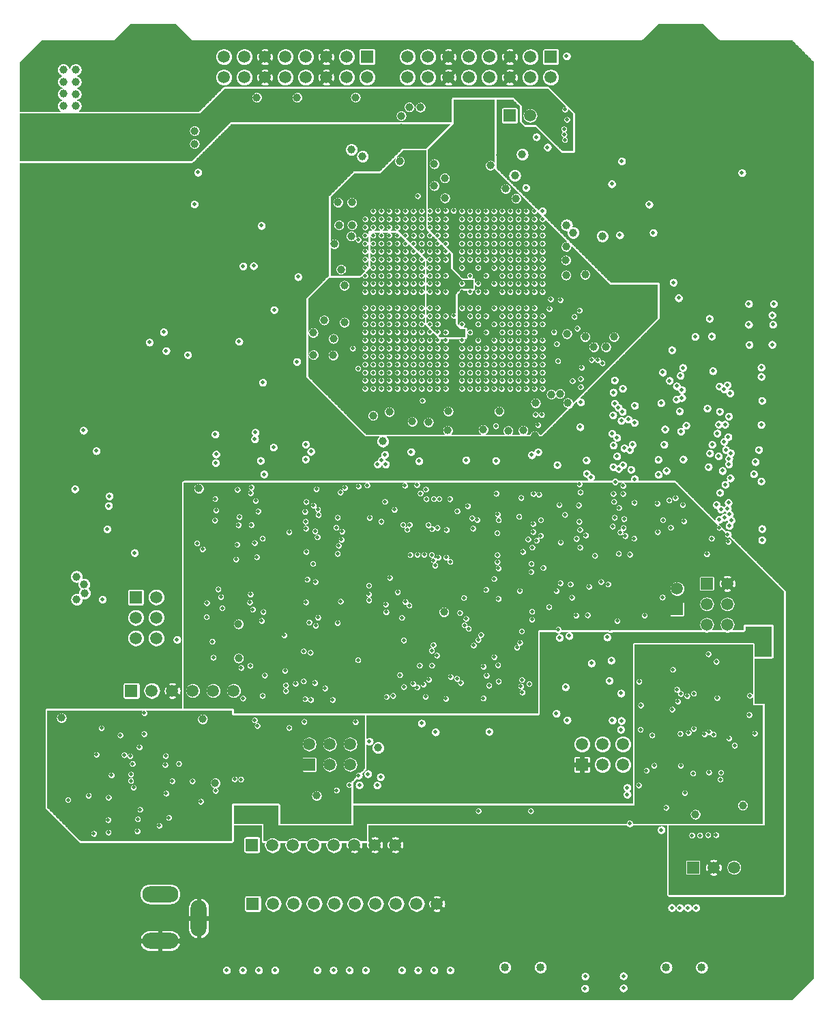
<source format=gbr>
G04 #@! TF.GenerationSoftware,KiCad,Pcbnew,5.0.0-rc2-dev-unknown-d35a6f1~64~ubuntu18.04.1*
G04 #@! TF.CreationDate,2018-05-21T11:58:17+02:00*
G04 #@! TF.ProjectId,Cryptech Alpha,437279707465636820416C7068612E6B,rev?*
G04 #@! TF.SameCoordinates,Original*
G04 #@! TF.FileFunction,Copper,L5,Inr,Plane*
G04 #@! TF.FilePolarity,Positive*
%FSLAX46Y46*%
G04 Gerber Fmt 4.6, Leading zero omitted, Abs format (unit mm)*
G04 Created by KiCad (PCBNEW 5.0.0-rc2-dev-unknown-d35a6f1~64~ubuntu18.04.1) date Mon May 21 11:58:17 2018*
%MOMM*%
%LPD*%
G01*
G04 APERTURE LIST*
%ADD10C,1.500000*%
%ADD11R,1.500000X1.500000*%
%ADD12C,1.016000*%
%ADD13O,2.000000X4.500000*%
%ADD14O,4.500000X2.000000*%
%ADD15C,0.500000*%
%ADD16C,1.000000*%
%ADD17C,0.600000*%
%ADD18C,0.050000*%
G04 APERTURE END LIST*
D10*
X36580000Y-6000000D03*
X54360000Y-6000000D03*
X51820000Y-6000000D03*
X49280000Y-6000000D03*
X46740000Y-6000000D03*
X44200000Y-6000000D03*
X41660000Y-6000000D03*
X39120000Y-6000000D03*
X34040000Y-6000000D03*
D11*
X31500000Y-6000000D03*
X84160740Y30530000D03*
D10*
X84160740Y33070000D03*
D12*
X67209800Y-13884000D03*
X62800000Y-13884000D03*
X82800000Y-13884000D03*
X87209800Y-13884000D03*
D10*
X29133790Y20421600D03*
X26593790Y20421600D03*
X24053790Y20421600D03*
X21513790Y20421600D03*
X18973790Y20421600D03*
D11*
X16433790Y20421600D03*
X38506390Y11252200D03*
D10*
X38506390Y13792200D03*
X41046390Y11252200D03*
X41046390Y13792200D03*
X43586390Y11252200D03*
X43586390Y13792200D03*
X77444590Y13792200D03*
X77444590Y11252200D03*
X74904590Y13792200D03*
X74904590Y11252200D03*
X72364590Y13792200D03*
D11*
X72364590Y11252200D03*
D13*
X24800000Y-7800000D03*
D14*
X20000000Y-10600000D03*
X20000000Y-4800000D03*
D10*
X65916800Y91744800D03*
D11*
X63376800Y91744800D03*
X87847000Y33705800D03*
D10*
X90387000Y33705800D03*
X87847000Y31165800D03*
X90387000Y31165800D03*
X87847000Y28625800D03*
X90387000Y28625800D03*
X91219330Y-1500000D03*
X88679330Y-1500000D03*
D11*
X86139330Y-1500000D03*
X16980000Y32015000D03*
D10*
X19520000Y32015000D03*
X16980000Y29475000D03*
X19520000Y29475000D03*
X16980000Y26935000D03*
X19520000Y26935000D03*
X49190000Y1300000D03*
D11*
X31410000Y1300000D03*
D10*
X33950000Y1300000D03*
X36490000Y1300000D03*
X39030000Y1300000D03*
X41570000Y1300000D03*
X44110000Y1300000D03*
X46650000Y1300000D03*
X50692990Y96494600D03*
X50692990Y99034600D03*
X53232990Y96494600D03*
X53232990Y99034600D03*
X55772990Y96494600D03*
X55772990Y99034600D03*
X58312990Y96494600D03*
X58312990Y99034600D03*
X60852990Y96494600D03*
X60852990Y99034600D03*
X63392990Y96494600D03*
X63392990Y99034600D03*
X65932990Y96494600D03*
X65932990Y99034600D03*
X68472990Y96494600D03*
D11*
X68472990Y99034600D03*
X45689190Y99034600D03*
D10*
X45689190Y96494600D03*
X43149190Y99034600D03*
X43149190Y96494600D03*
X40609190Y99034600D03*
X40609190Y96494600D03*
X38069190Y99034600D03*
X38069190Y96494600D03*
X35529190Y99034600D03*
X35529190Y96494600D03*
X32989190Y99034600D03*
X32989190Y96494600D03*
X30449190Y99034600D03*
X30449190Y96494600D03*
X27909190Y99034600D03*
X27909190Y96494600D03*
D15*
X50446300Y77889100D03*
X48440000Y69888100D03*
X47449000Y69888100D03*
X46433100Y69888100D03*
X58453420Y69892820D03*
X54434100Y69888100D03*
X54434100Y67889500D03*
X54434100Y66889500D03*
X54434100Y70904100D03*
X53443500Y69888100D03*
X59453420Y67884780D03*
X53443500Y66889500D03*
X53443500Y70904100D03*
X52452900Y69888100D03*
X53443500Y71894700D03*
X53443500Y65889500D03*
X54434100Y72885300D03*
X52452900Y71894700D03*
X53443500Y72885300D03*
X52452900Y65889500D03*
X53443500Y64889500D03*
X51436900Y69888100D03*
X51436900Y67889500D03*
X51436900Y70904100D03*
X54434100Y73901300D03*
X52452900Y72885300D03*
X53443500Y63889500D03*
X51436900Y65889500D03*
X50446300Y67889500D03*
X62453420Y69892820D03*
X62453420Y67884780D03*
X52452900Y63889500D03*
X50446300Y66889500D03*
X58448700Y74891900D03*
X50446300Y70904100D03*
X54434100Y74891900D03*
X52452900Y73901300D03*
X62448700Y70904100D03*
X51436900Y64889500D03*
X50446300Y71894700D03*
X50446300Y65889500D03*
X59448700Y74891900D03*
X62448700Y71894700D03*
X62453420Y65884780D03*
X51436900Y63889500D03*
X51436900Y73901300D03*
X49455700Y67889500D03*
X50446300Y72885300D03*
X52452900Y62889500D03*
X50446300Y64889500D03*
X60448700Y74891900D03*
X63453420Y69892820D03*
X62453420Y64884770D03*
X58448700Y75882500D03*
X49455700Y70904100D03*
X58453420Y61884780D03*
X63453420Y66884780D03*
X54434100Y61889500D03*
X53443500Y61889500D03*
X63448700Y71894700D03*
X63453420Y65884780D03*
X61448700Y74891900D03*
X61453430Y62884780D03*
X62453420Y63884770D03*
X50446300Y73901300D03*
X51436900Y62889500D03*
X49455700Y72885300D03*
X49455700Y64889500D03*
X60448700Y75882500D03*
X52452900Y61889500D03*
X63448700Y72885300D03*
X64453420Y69892820D03*
X57448700Y76898500D03*
X64453420Y66884780D03*
X64448700Y70904100D03*
X48439700Y66889500D03*
X58448700Y76898500D03*
X48439700Y70904100D03*
X50446300Y62889500D03*
X62448700Y74891900D03*
X62453420Y62884780D03*
X49455700Y63889500D03*
X49455700Y73901300D03*
X51436900Y75882500D03*
X64448700Y71894700D03*
X59453420Y60884780D03*
X64453420Y65884780D03*
X63453420Y63884770D03*
X48439700Y71894700D03*
X48439700Y65889500D03*
X59448700Y76898500D03*
X52452900Y60889500D03*
X64448700Y72885300D03*
X48439700Y72885300D03*
X48439700Y64889500D03*
X49455700Y74891900D03*
X49455700Y62889500D03*
X62448700Y75882500D03*
X57448700Y77889100D03*
X65453430Y69892820D03*
X65453430Y67884780D03*
X47449100Y66889500D03*
X65453430Y66884780D03*
X65448700Y70904100D03*
X61453430Y60884780D03*
X64453420Y63884770D03*
X61448700Y76898500D03*
X64448700Y73901300D03*
X47449100Y71894700D03*
X47449100Y65889500D03*
X59448700Y77889100D03*
X59453420Y59884770D03*
X49455700Y75882500D03*
X47449100Y72885300D03*
X60448700Y77889100D03*
X65448700Y72885300D03*
X60453420Y59884770D03*
X65453430Y64884770D03*
X64448700Y74891900D03*
X62453420Y60884780D03*
X48439700Y74891900D03*
X62448700Y76898500D03*
X66453420Y67884780D03*
X46433100Y67889500D03*
X57448700Y78905100D03*
X47449100Y63889500D03*
X61448700Y77889100D03*
X47449100Y73901300D03*
X58453420Y58884780D03*
X66453420Y66884780D03*
X66448700Y70904100D03*
X65453430Y63884770D03*
X65448700Y73901300D03*
X58448700Y78905100D03*
X46433100Y70904100D03*
X66448700Y71894700D03*
X66453420Y65884780D03*
X46433100Y71894700D03*
X59448700Y78905100D03*
X48439700Y75882500D03*
X63453420Y60884780D03*
X63448700Y76898500D03*
X47449100Y74891900D03*
X66448700Y72885300D03*
X65448700Y74891900D03*
X66453420Y64884770D03*
X60448700Y78905100D03*
X67453420Y69892820D03*
X45442500Y67889500D03*
X66448700Y73901300D03*
X46433100Y63889500D03*
X61448700Y78905100D03*
X46433100Y73901300D03*
X58448700Y79895700D03*
X45442500Y70904100D03*
X67448700Y70904100D03*
X64453420Y60884780D03*
X65448700Y75882500D03*
X63448700Y77889100D03*
X45442500Y71894700D03*
X67448700Y71894700D03*
X67453420Y65884780D03*
X46433100Y74891900D03*
X50446300Y78905100D03*
X46433100Y62889500D03*
X62448700Y78905100D03*
X45442500Y72885300D03*
X60448700Y79895700D03*
X64448700Y77889100D03*
X47449100Y76898500D03*
X48439700Y77889100D03*
X45442500Y73901300D03*
X67448700Y73901300D03*
X66448700Y75882500D03*
X46433100Y75882500D03*
X63448700Y78905100D03*
X67448700Y74891900D03*
X62448700Y79895700D03*
X66448700Y76898500D03*
X46433100Y60889500D03*
X64448700Y78905100D03*
X46433100Y76898500D03*
X45442500Y75882500D03*
X67448700Y75882500D03*
X45442500Y61889500D03*
X66448700Y77889100D03*
X66453420Y59884770D03*
X64448700Y79895700D03*
X45442500Y76898500D03*
X67448700Y76898500D03*
X66448700Y78905100D03*
X45442500Y78905100D03*
X67448700Y78905100D03*
X67448700Y79895700D03*
X51475000Y76875000D03*
X52450000Y76875000D03*
X63453420Y62884780D03*
X75850000Y28075000D03*
X47025000Y36050000D03*
X37750000Y23375000D03*
X24585000Y42815000D03*
X76675000Y31975000D03*
X56100000Y44900000D03*
D16*
X52125000Y28150000D03*
D15*
X65350000Y33525000D03*
X71425000Y37075000D03*
X70500000Y91250000D03*
X92207800Y84632800D03*
X66000000Y5500000D03*
D16*
X60660000Y-14963590D03*
X80500000Y-9536420D03*
X89500000Y-15000000D03*
X89487400Y-9500000D03*
X80660000Y-15067780D03*
X69488400Y-15000000D03*
X69488400Y-9000000D03*
X60500000Y-9413610D03*
X85000000Y-8000000D03*
X66500000Y-9000000D03*
X35750000Y-16750000D03*
X57500000Y-16800000D03*
X48750000Y-16750000D03*
X47000000Y-16750000D03*
X37982000Y-16750000D03*
X27000000Y-16800000D03*
D15*
X30530800Y-9000000D03*
X30750000Y-1500000D03*
X8250000Y2654120D03*
X11772170Y2692730D03*
D16*
X43593770Y52492120D03*
D15*
X84554130Y15100740D03*
X87550000Y15025000D03*
X88679330Y15000730D03*
X89125000Y19525000D03*
X12100590Y12500610D03*
X16700000Y8425000D03*
X13550000Y4400000D03*
X11125000Y7400000D03*
X79450000Y21550000D03*
X69113400Y12736600D03*
X51436900Y77889100D03*
D16*
X46125000Y85949990D03*
X40950000Y87500000D03*
X47175000Y87350000D03*
X48700000Y87325000D03*
D15*
X55450100Y75882500D03*
X57448700Y75882500D03*
X72202200Y58097800D03*
X52550000Y56400000D03*
D16*
X55225000Y30175000D03*
D15*
X57453420Y67884780D03*
X58453420Y67884780D03*
X57448700Y70904100D03*
X58453420Y66884780D03*
X55450100Y71894700D03*
X59453420Y69892820D03*
X57453420Y65884780D03*
X58448700Y71894700D03*
X59453420Y66884780D03*
X54434100Y65889500D03*
X59448700Y70904100D03*
X52452900Y67889500D03*
X57448700Y72885300D03*
X55445380Y64884770D03*
X60453420Y69892820D03*
X59453420Y65884780D03*
X52452900Y70904100D03*
X58453420Y64884770D03*
X60453420Y66884780D03*
X59448700Y72885300D03*
X60448700Y71894700D03*
X57453420Y63884770D03*
X61453430Y67884780D03*
X55450100Y73901300D03*
X61448700Y70904100D03*
X51436900Y66889500D03*
X58448700Y73901300D03*
X60453420Y64884770D03*
X59453420Y63884770D03*
X61453430Y65884780D03*
X53443500Y73901300D03*
X59448700Y73901300D03*
X57448700Y74891900D03*
X61448700Y72885300D03*
X62453420Y66884780D03*
X60448700Y73901300D03*
X53443500Y62889500D03*
X61453430Y63884770D03*
X61448700Y73901300D03*
X49455700Y69888100D03*
X57453420Y61884780D03*
X63453420Y67884780D03*
X49455700Y66889500D03*
X63448700Y70904100D03*
X49455700Y71894700D03*
X59448700Y75882500D03*
X59453420Y61884780D03*
X50446300Y63889500D03*
X62448700Y73901300D03*
X60453420Y61884780D03*
X55450100Y76898500D03*
X48439700Y67889500D03*
X54434100Y76898500D03*
X50446300Y74891900D03*
X61448700Y75882500D03*
X61453430Y61884780D03*
X63448700Y73901300D03*
X60453420Y60884780D03*
X60448700Y76898500D03*
X55450100Y77889100D03*
X50446300Y61889500D03*
X63448700Y74891900D03*
X58448700Y77889100D03*
X65453430Y65884780D03*
X63448700Y75882500D03*
X47449100Y64889500D03*
X52452900Y59889500D03*
X64453420Y62884780D03*
X55445380Y58884780D03*
X66453420Y69892820D03*
X55450100Y78905100D03*
X49455700Y60889500D03*
X64448700Y75882500D03*
X48439700Y61889500D03*
X62448700Y77889100D03*
X46433100Y72885300D03*
X45442500Y69888100D03*
X57448700Y79895700D03*
X64448700Y76898500D03*
X48439700Y76898500D03*
X47449100Y75882500D03*
X63453420Y59884770D03*
X59453420Y57884780D03*
X59448700Y79895700D03*
X67448700Y72885300D03*
X48439700Y59889500D03*
X65448700Y76898500D03*
X61448700Y79895700D03*
X49455700Y58889500D03*
X46433100Y61889500D03*
X65448700Y77889100D03*
X48439700Y78905100D03*
X67453420Y61884780D03*
X63448700Y79895700D03*
X65448700Y78905100D03*
X66453420Y58884780D03*
X65448700Y79895700D03*
X45442500Y58889500D03*
X66448700Y79895700D03*
X46431200Y78909800D03*
X56413400Y79959200D03*
D16*
X7250000Y82000000D03*
X8250000Y82000000D03*
X9250000Y82000000D03*
X10250000Y82000000D03*
X11250000Y82000000D03*
X12250000Y82000000D03*
X13250000Y82000000D03*
X14250000Y82000000D03*
X15250000Y82000000D03*
X16250000Y82000000D03*
X17250000Y82000000D03*
X18250000Y82000000D03*
X18250000Y80750000D03*
X17250000Y80750000D03*
X16250000Y80750000D03*
X15250000Y80750000D03*
X14250000Y80750000D03*
X13250000Y80750000D03*
X12250000Y80750000D03*
X11250000Y80750000D03*
X10250000Y80750000D03*
X9250000Y80750000D03*
X8250000Y80750000D03*
X7250000Y80750000D03*
X18250000Y79500000D03*
X17250000Y79500000D03*
X16250000Y79500000D03*
X15250000Y79500000D03*
X14250000Y79500000D03*
X13250000Y79500000D03*
X12250000Y79500000D03*
X11250000Y79500000D03*
X10250000Y79500000D03*
X9250000Y79500000D03*
X8250000Y79500000D03*
X7250000Y79500000D03*
X18250000Y78250000D03*
X17250000Y78250000D03*
X16250000Y78250000D03*
X15250000Y78250000D03*
X14250000Y78250000D03*
X13250000Y78250000D03*
X12250000Y78250000D03*
X11250000Y78250000D03*
X10250000Y78250000D03*
X9250000Y78250000D03*
X8250000Y78250000D03*
X7250000Y78250000D03*
X18250000Y77000000D03*
X17250000Y77000000D03*
X16250000Y77000000D03*
X15250000Y77000000D03*
X14250000Y77000000D03*
X13250000Y77000000D03*
X12250000Y77000000D03*
X11250000Y77000000D03*
X10250000Y77000000D03*
X9250000Y77000000D03*
X8250000Y77000000D03*
X7250000Y77000000D03*
X18250000Y75750000D03*
X17250000Y75750000D03*
X16250000Y75750000D03*
X15250000Y75750000D03*
X14250000Y75750000D03*
X13250000Y75750000D03*
X12250000Y75750000D03*
X11250000Y75750000D03*
X10250000Y75750000D03*
X9250000Y75750000D03*
X8250000Y75750000D03*
X7250000Y75750000D03*
X18250000Y74500000D03*
X17250000Y74500000D03*
X16250000Y74500000D03*
X15250000Y74500000D03*
X14250000Y74500000D03*
X13250000Y74500000D03*
X12250000Y74500000D03*
X11250000Y74500000D03*
X10250000Y74500000D03*
X9250000Y74500000D03*
X8250000Y74500000D03*
X7250000Y74500000D03*
X39025000Y62075000D03*
X41475000Y62025000D03*
X41050000Y54450000D03*
X51300000Y53800000D03*
X55700000Y52700000D03*
X55775000Y55075000D03*
X67950000Y51650000D03*
X69750040Y51650000D03*
X70500000Y64675000D03*
X72750000Y64300000D03*
X76325000Y64300000D03*
X73825000Y63050000D03*
X75325000Y63050000D03*
X70375000Y71950000D03*
X72750000Y72025000D03*
X80400000Y73050000D03*
X78975000Y73025000D03*
X77925000Y74700000D03*
X81450000Y74625000D03*
X70350000Y73825000D03*
X74825000Y74525000D03*
X69275000Y80925000D03*
X68125000Y81450000D03*
X62875000Y82675000D03*
X55350000Y81525000D03*
X55325000Y84000000D03*
X62200000Y86850000D03*
X61000000Y85575000D03*
X54025000Y85750000D03*
X54025000Y83050000D03*
X49725000Y86075000D03*
X52300000Y89200000D03*
X50925000Y89175000D03*
X50925000Y92800000D03*
X52300000Y92775000D03*
X49925000Y91725000D03*
X49950000Y90275000D03*
X39525000Y86450000D03*
X42075010Y80975000D03*
X42200000Y78175000D03*
X42450000Y72675000D03*
X42875000Y66100000D03*
X40350000Y66375000D03*
X38775000Y76600000D03*
X39900000Y76600000D03*
X40375000Y79200000D03*
X38775000Y72825000D03*
X39825000Y72800000D03*
X38750000Y75425000D03*
X39875000Y75375000D03*
X24275000Y99850000D03*
X24275000Y98350000D03*
X24275000Y94850000D03*
X24275000Y93350000D03*
X24275000Y89850000D03*
X24275000Y88250000D03*
X5150000Y53724980D03*
X5100000Y54900000D03*
X6400000Y56700000D03*
X7700000Y56700000D03*
X7800000Y58900000D03*
X6500000Y58900000D03*
X5100000Y61600000D03*
X5100000Y60300000D03*
X12100000Y67900000D03*
X12100000Y66500000D03*
X13800000Y69600000D03*
X32900000Y54000000D03*
X36500000Y54200000D03*
X24800000Y51400000D03*
X24800000Y49900000D03*
X24800000Y47000000D03*
X24800000Y45500000D03*
X7200000Y40150000D03*
X7200000Y42100000D03*
X4150000Y40150000D03*
X4100000Y42100000D03*
X29750000Y24450000D03*
X92300000Y6200000D03*
X86425000Y5075000D03*
X74850000Y8475000D03*
X48275000Y8500000D03*
X26850000Y8975000D03*
X7750000Y17050000D03*
X25275000Y16900000D03*
X43549990Y51350000D03*
X74300000Y73300000D03*
D15*
X94100000Y62000000D03*
X93300000Y57800000D03*
X94600000Y58400000D03*
X94600000Y55400000D03*
X94600000Y52400000D03*
X94676800Y45423200D03*
X94795600Y41495600D03*
X93500000Y38100000D03*
X79000000Y60400000D03*
X77505400Y58894600D03*
X77424400Y56024400D03*
X73556800Y61456800D03*
X72128800Y52128800D03*
X60934600Y50865400D03*
X56588800Y51511200D03*
X50147600Y50052400D03*
X39717600Y50082400D03*
X31235800Y44935800D03*
X29821800Y41978200D03*
X29550000Y38550000D03*
X29417600Y36717600D03*
X27207800Y33007800D03*
X27550000Y32050000D03*
X31123000Y31377000D03*
X32700000Y39300000D03*
X39200000Y21400000D03*
X37800000Y21600000D03*
X40470200Y20729800D03*
D16*
X48450000Y13350000D03*
D15*
X55186200Y15313800D03*
X62400000Y15951200D03*
X67529000Y21971000D03*
X68584000Y23684000D03*
X67792600Y23007400D03*
X66156600Y30243400D03*
X66038400Y35161600D03*
X66285400Y41114600D03*
X65042800Y88442800D03*
X87923600Y60326400D03*
X89416000Y59166000D03*
X89454200Y56045800D03*
X88423600Y53326400D03*
X89487400Y45987400D03*
X89398000Y40648000D03*
X88439200Y39310800D03*
X48439700Y57889500D03*
D16*
X63200000Y52650000D03*
X60100000Y52800000D03*
D15*
X72150000Y55375000D03*
X58000000Y50825000D03*
X81450000Y53375000D03*
X72007600Y41392400D03*
X87800000Y43324000D03*
X43900000Y62875000D03*
X77453780Y45852240D03*
D16*
X66478240Y52027540D03*
X65053170Y52702570D03*
D15*
X72157800Y45042200D03*
X72117400Y38182600D03*
X78810800Y39310800D03*
X84599400Y11125600D03*
X81300000Y11150000D03*
X86131400Y10168600D03*
X89525000Y9425000D03*
X88100000Y10300000D03*
X89600000Y10275000D03*
X93163400Y19813400D03*
X88032000Y24968000D03*
X89032000Y24032000D03*
X83635400Y23039600D03*
X79655400Y18619600D03*
X83546400Y18103600D03*
X79600000Y15597000D03*
X81050000Y14900000D03*
X74225000Y16700000D03*
X12875000Y27375000D03*
X13000000Y23050000D03*
X12625000Y21175000D03*
X26600000Y24550000D03*
X51816000Y12559000D03*
X36000000Y15825000D03*
X19889200Y3689200D03*
X20750000Y7697600D03*
X21500000Y9225000D03*
X20625000Y11228200D03*
X22325000Y11375000D03*
X20686390Y12336400D03*
X8564000Y6886000D03*
X13575000Y2850000D03*
X53725000Y11975000D03*
X17225000Y4500000D03*
X17170000Y3000000D03*
X12717200Y15782800D03*
X73500000Y95250000D03*
X73500000Y90000000D03*
X73500000Y88000000D03*
X73500000Y82750000D03*
X77500000Y78750000D03*
X82250000Y78750000D03*
X85000000Y78750000D03*
X90000000Y78750000D03*
X94000000Y82750000D03*
X93954600Y92647600D03*
X90000000Y99250000D03*
X85000000Y99250000D03*
X82500000Y99250000D03*
X77500000Y99250000D03*
X76500000Y96250000D03*
X80000000Y96250000D03*
X83250000Y96250000D03*
X76500000Y93500000D03*
X80000000Y93500000D03*
X83250000Y93500000D03*
X76500000Y90750000D03*
X80000000Y90750000D03*
X76500000Y81500000D03*
X87000000Y83250000D03*
X92000000Y81250000D03*
X92250000Y96250000D03*
X94000000Y95250000D03*
X94000000Y90000000D03*
X94000000Y88000000D03*
X87000000Y96250000D03*
X70250000Y92500000D03*
X70250000Y98250000D03*
X70750000Y96338800D03*
X71500000Y85250000D03*
X71500000Y84000000D03*
X27200000Y84700000D03*
X27500000Y78100000D03*
X26831200Y71831200D03*
X28194000Y71431000D03*
X26050000Y74900000D03*
D16*
X25525000Y79000000D03*
X31525000Y82500000D03*
X32000000Y94000000D03*
X37000000Y94000000D03*
X44250000Y94000000D03*
D15*
X35375000Y81625000D03*
X30169400Y76344400D03*
X31580600Y76344400D03*
X30200000Y77300000D03*
X23225000Y63625000D03*
X23617800Y65082200D03*
X14833600Y48408600D03*
X14475000Y40625000D03*
X16217800Y41232200D03*
X32350000Y77375000D03*
X51970900Y81785740D03*
X53467000Y79925800D03*
X52451000Y74887200D03*
X51460400Y71890000D03*
X45448600Y66878200D03*
X68875000Y64900000D03*
X22150000Y48850000D03*
X21680000Y41545000D03*
X20125000Y40400000D03*
X40125000Y51675000D03*
X31823000Y49123000D03*
X50000000Y29475000D03*
X53275000Y40975000D03*
X76725000Y29075000D03*
X94239400Y72110600D03*
X91325000Y74000000D03*
D16*
X48450000Y55000000D03*
D15*
X44602400Y76352400D03*
D16*
X42875000Y70675000D03*
D15*
X68300000Y67775000D03*
D16*
X35400000Y65200000D03*
X31500000Y65200000D03*
X34100000Y65200000D03*
X31550000Y63475000D03*
X70800000Y53025000D03*
D15*
X35925000Y59100000D03*
D16*
X34425000Y52400000D03*
X42100000Y52675000D03*
D15*
X32600000Y29100000D03*
X44550000Y24225000D03*
X80125000Y29750000D03*
X82346800Y32003200D03*
X68264800Y30810200D03*
X71100000Y31975000D03*
X71625000Y29750000D03*
X73050000Y29800000D03*
D16*
X43725000Y76800000D03*
D15*
X70225000Y88750000D03*
X70144800Y89419800D03*
X70125000Y90075000D03*
X70225000Y82350000D03*
X15900780Y40426970D03*
D16*
X24617800Y82092800D03*
D15*
X67550000Y35675000D03*
X77503780Y40626980D03*
X78850000Y43750000D03*
X37875000Y16575000D03*
X42375000Y45025000D03*
X10850000Y35875000D03*
X16579200Y11375000D03*
X80350000Y10525000D03*
X85104150Y7750380D03*
X21076030Y4675230D03*
X25051220Y6675330D03*
X88135400Y15286200D03*
X84135120Y20567680D03*
D17*
X11745800Y41747200D03*
X11745800Y42347200D03*
X11745800Y42947200D03*
X11145800Y42947200D03*
X11145800Y42347200D03*
X11145800Y41747200D03*
X9945800Y41747200D03*
X9945800Y42347200D03*
X9945800Y42947200D03*
X10545800Y42947190D03*
X10545800Y42347190D03*
X10545800Y41747200D03*
X35758400Y75905600D03*
X35758400Y75305610D03*
X35758400Y74705610D03*
X36358400Y74705600D03*
X36358400Y75305600D03*
X36358400Y75905600D03*
X35158400Y75905600D03*
X35158400Y75305600D03*
X35158400Y74705600D03*
X34558400Y74705600D03*
X34558400Y75305600D03*
X34558400Y75905600D03*
X23509200Y54455200D03*
X23509200Y55055200D03*
X23509200Y55655200D03*
X22909200Y55655200D03*
X22909200Y55055200D03*
X22909200Y54455200D03*
X24109200Y54455210D03*
X24109200Y55055200D03*
X24109200Y55655200D03*
X24709200Y55655200D03*
X24709200Y55055200D03*
X24709200Y54455200D03*
X23509200Y56255200D03*
X23509200Y56855200D03*
X23509200Y57455200D03*
X22909200Y57455200D03*
X22909200Y56855200D03*
X22909200Y56255200D03*
X24109200Y56255210D03*
X24109200Y56855200D03*
X24109200Y57455200D03*
X24709200Y57455200D03*
X24709200Y56855200D03*
X24709200Y56255200D03*
X29234200Y59830200D03*
X29234200Y60430200D03*
X28634200Y60430200D03*
X28634200Y59830200D03*
X29834200Y59830200D03*
X29834200Y60430200D03*
X30434200Y60430200D03*
X30434200Y59830200D03*
X24709200Y58055210D03*
X24709200Y58655200D03*
X24709200Y59255200D03*
X24109200Y59255200D03*
X24109200Y58655200D03*
X24109200Y58055210D03*
X22909200Y58055210D03*
X22909200Y58655200D03*
X22909200Y59255200D03*
X23509200Y59255200D03*
X23509200Y58655200D03*
X23509200Y58055200D03*
D15*
X61000000Y8475000D03*
X61000000Y2000000D03*
X59500000Y5500000D03*
X48500000Y34425000D03*
X55550000Y40375000D03*
X45925000Y33475000D03*
X37982000Y42621260D03*
X66313640Y44843000D03*
X46000000Y41875000D03*
X67250000Y41600000D03*
X48002340Y31126520D03*
X64800000Y44350000D03*
X61975000Y35600000D03*
X61725000Y44875000D03*
X42025000Y37425000D03*
X61850000Y37250000D03*
X45975000Y14125000D03*
X41900000Y8075000D03*
X47352310Y9725470D03*
X46925000Y8700000D03*
X45800000Y10100000D03*
X44727180Y8725430D03*
X43450000Y8750000D03*
X44625000Y9925000D03*
X53925000Y36600000D03*
X54125000Y35950000D03*
X50427460Y31451530D03*
X50925000Y31000000D03*
X88993380Y2527420D03*
X52675000Y21200000D03*
X87997700Y2527420D03*
X56050000Y22150000D03*
X86998520Y2477410D03*
X56825000Y21925000D03*
X86000000Y2477410D03*
X57300000Y21400000D03*
X58175000Y43325000D03*
X56875000Y42700000D03*
X54402650Y40626980D03*
X53752660Y40497330D03*
X47449100Y78905100D03*
X50975000Y41000000D03*
X39025000Y43400000D03*
X47449100Y79895700D03*
X38126860Y43852140D03*
X47902340Y43877140D03*
X49455700Y79895700D03*
X39575000Y42900000D03*
X50152450Y41002000D03*
X48439700Y79895700D03*
X50650000Y40400000D03*
X39650000Y42225000D03*
X24000000Y9200000D03*
X30276480Y19475950D03*
X38650000Y25150000D03*
X45925000Y31650000D03*
X30026470Y9425460D03*
X56000000Y36425000D03*
X37800000Y25325000D03*
X45900000Y32375000D03*
X29238280Y9450000D03*
X55500000Y36950000D03*
X55452710Y19425950D03*
X44250000Y16550000D03*
X57975000Y29350000D03*
X26876310Y8025390D03*
X69175000Y32800000D03*
X57777820Y28551390D03*
X76125000Y16750000D03*
X51925000Y37300000D03*
X41400000Y19300000D03*
X48439700Y60889500D03*
X76050000Y83275000D03*
X56450000Y66925000D03*
X50446300Y59889500D03*
X90000000Y51300000D03*
X35400000Y27300000D03*
X72900000Y49000000D03*
X51436900Y57889500D03*
X90500000Y51900000D03*
X76700000Y51800000D03*
X39300000Y28500000D03*
X51436900Y58889500D03*
X76100000Y52300000D03*
X38500000Y28900000D03*
X89150000Y52350000D03*
X84625000Y52575000D03*
X51436900Y59889500D03*
X78103810Y54077640D03*
X32800000Y30200000D03*
X50446300Y57889500D03*
X38100000Y31400000D03*
X82654030Y52852580D03*
X77228770Y53902630D03*
X54434100Y58889500D03*
X39600000Y29500000D03*
X88504320Y50952490D03*
X78603840Y50952490D03*
X78290380Y50290380D03*
X90200000Y50300000D03*
X54434100Y57889500D03*
X45700000Y45900000D03*
X47900000Y49700000D03*
X52452900Y58889500D03*
X77600000Y50500000D03*
X88225000Y49875000D03*
X47000000Y48500000D03*
X52452900Y57889500D03*
X89300000Y49500000D03*
X76253790Y50864570D03*
X47499900Y48999900D03*
X54434100Y59889500D03*
X84925000Y49125000D03*
X81825000Y49075000D03*
X48000000Y48500000D03*
X53443500Y58889500D03*
X82554030Y50952490D03*
X69275000Y48425000D03*
X90600000Y49200000D03*
X53443500Y59889500D03*
X42925000Y45600000D03*
X77425000Y48400000D03*
X58453420Y57884780D03*
X89800000Y47700000D03*
X81850000Y47225000D03*
X61450000Y34300000D03*
X66453420Y61884780D03*
X64625000Y32800000D03*
X76700000Y49500000D03*
X55445380Y57884780D03*
X90799820Y49899900D03*
X60450000Y32950000D03*
X60453420Y57884780D03*
X94300000Y50300000D03*
X78903850Y46677280D03*
X61975000Y31828260D03*
X59453420Y58884780D03*
X61900000Y42300000D03*
X60453420Y58884780D03*
X62000000Y41600000D03*
X61453430Y59884770D03*
X64553150Y42025000D03*
X46433100Y57889500D03*
X35600000Y20400000D03*
X45442500Y57889500D03*
X35600000Y21100000D03*
X36800000Y21300000D03*
X47449100Y57889500D03*
X46433100Y59889500D03*
X35500000Y22900000D03*
X45442500Y59889500D03*
X32700000Y19800000D03*
X48900000Y19800000D03*
X49455700Y57889500D03*
X48439700Y58889500D03*
X48100000Y19650000D03*
X57453420Y60884780D03*
X59350000Y41625000D03*
X61453430Y57884780D03*
X61825000Y39975000D03*
X90425000Y39775000D03*
X77100000Y40075000D03*
X62375000Y57875000D03*
X76150000Y40800000D03*
X65675000Y39200000D03*
X90625000Y40875000D03*
X90879430Y41527030D03*
X67453420Y62884780D03*
X76400000Y41900000D03*
X59475000Y26725000D03*
X66453420Y62884780D03*
X90675000Y42300000D03*
X71675000Y39275000D03*
X58900000Y26050000D03*
X57453420Y57884780D03*
X90425000Y43000000D03*
X76953760Y43102100D03*
X55975000Y44200000D03*
X57440220Y58884780D03*
X53025000Y44200000D03*
X90525000Y43725000D03*
X76325000Y43875000D03*
X57453420Y59884770D03*
X50377460Y45877240D03*
X83175000Y44050000D03*
X55445380Y59884770D03*
X52150000Y48900000D03*
X83950000Y44325000D03*
X49455700Y59889500D03*
X51875000Y45950000D03*
X84850000Y43475000D03*
X46433100Y58889500D03*
X52300000Y44900000D03*
X89054350Y43475000D03*
X69525000Y43475000D03*
X47449100Y60889500D03*
X52975000Y45400000D03*
X81711360Y43656990D03*
X89600000Y42900000D03*
X53950000Y44200000D03*
X52452900Y66889500D03*
X90025000Y41925000D03*
X82400000Y41600000D03*
X54627670Y44227160D03*
X47449100Y62889500D03*
X76250000Y44850000D03*
X83375000Y40650000D03*
X67453420Y58884780D03*
X85000000Y41450000D03*
X67025000Y44750000D03*
X67453420Y57884780D03*
X81750000Y40100000D03*
X66453420Y57884780D03*
X90500000Y38900000D03*
X77725000Y39625000D03*
X76900000Y37425000D03*
X65453430Y57884780D03*
X90575000Y54450000D03*
X76200000Y54575000D03*
X65453430Y59884770D03*
X84475000Y55075000D03*
X66900000Y50025000D03*
X65453430Y58884780D03*
X84075000Y56550000D03*
X66128230Y49652420D03*
X63453420Y58884780D03*
X84754140Y56752770D03*
X67353290Y54652670D03*
X90725000Y57325000D03*
X63449880Y57874880D03*
X76250000Y57425000D03*
X66875000Y53375000D03*
X76400000Y58925000D03*
X64900000Y21769670D03*
X90404410Y58327850D03*
X64453420Y59884770D03*
X69375000Y61325000D03*
X64775000Y20975000D03*
X84575000Y59500000D03*
X71175000Y58850000D03*
X64453420Y58884780D03*
X84879140Y60477950D03*
X64453420Y61884780D03*
X62003030Y21576050D03*
X82375000Y59900000D03*
X88600000Y60075000D03*
X74300000Y61425000D03*
X58453420Y60884780D03*
X61925000Y23600000D03*
X83225000Y58875000D03*
X60825000Y21075000D03*
X64453420Y64884770D03*
X83525000Y62675000D03*
X60500000Y22300000D03*
X84100000Y58200000D03*
X74875000Y61050000D03*
X55445380Y60884780D03*
X90000000Y57807000D03*
X60125000Y23425000D03*
X53443500Y60889500D03*
X84750000Y57725010D03*
X86400000Y64325000D03*
X47449100Y61889500D03*
X82175000Y56100000D03*
X84350000Y69125000D03*
X32068820Y16075000D03*
X49455700Y61889500D03*
X78900000Y55800000D03*
X88450000Y64375000D03*
X31728800Y16775000D03*
X31175000Y23525000D03*
X46433100Y64889500D03*
X76875000Y55525000D03*
X87900000Y55425000D03*
X76428730Y56027730D03*
X30050000Y23275000D03*
X46433100Y65889500D03*
X90100000Y53450000D03*
X93675000Y47300000D03*
X76471760Y46265120D03*
X52200000Y23550000D03*
X90137400Y45987410D03*
X78450000Y47850000D03*
X53725000Y23550000D03*
X85279160Y53302600D03*
X69700000Y38825000D03*
X53700000Y25400000D03*
X78875000Y53650000D03*
X89325000Y53450000D03*
X53900000Y26100000D03*
X63453420Y61884780D03*
X57200000Y30075000D03*
X58700000Y41823870D03*
X50446300Y60889500D03*
X58827870Y40551980D03*
X51436900Y60889500D03*
X62453420Y59884770D03*
X66575000Y54675000D03*
X57700000Y31950000D03*
X66175000Y38200000D03*
X62453420Y58884780D03*
X61653010Y53252600D03*
X64950000Y20225000D03*
X66725000Y39050000D03*
X72950000Y47350000D03*
X42150000Y38425000D03*
X64875000Y27800000D03*
X53350000Y21800000D03*
X88054300Y48177350D03*
X76900000Y47950000D03*
X71950000Y43425000D03*
X82825000Y47700000D03*
X67225000Y39650000D03*
X51377510Y21301040D03*
X93885400Y48810400D03*
X78300000Y37325000D03*
X54350000Y24800000D03*
X38975000Y36175000D03*
X38125000Y37650000D03*
X49750000Y22375000D03*
X70228430Y42252060D03*
X76228260Y48175000D03*
X90575000Y48525000D03*
X44625000Y45775000D03*
X47427310Y41402020D03*
X73450000Y46875000D03*
X90775000Y46775000D03*
X48439700Y63889500D03*
X25800000Y31300000D03*
X25775000Y29575000D03*
X45442500Y64889500D03*
X45442500Y65889500D03*
X55441360Y69896840D03*
X84500000Y-6500000D03*
X72725000Y-16500000D03*
X57448700Y73901300D03*
X22100000Y26750000D03*
X78275000Y4000000D03*
X50250000Y20900000D03*
X26900000Y48675000D03*
X39400000Y45425000D03*
X49455700Y78905100D03*
X70450000Y99125000D03*
X50446300Y76898500D03*
X65400000Y82800000D03*
X53443500Y75882500D03*
X54434100Y75882500D03*
X55448200Y79959200D03*
X54457600Y79959200D03*
X54434100Y77889100D03*
X54434100Y78905100D03*
X52452900Y79895700D03*
X52452900Y78905100D03*
X51436900Y79895700D03*
X52452900Y77889100D03*
X51436900Y78905100D03*
X53443500Y76898500D03*
X49455700Y77889100D03*
X46433100Y79895700D03*
X47449100Y77889100D03*
X45442500Y77889100D03*
X65453430Y62884780D03*
X69225000Y63425000D03*
X67453420Y63884770D03*
X45442500Y60889500D03*
X49075000Y42875000D03*
X77950000Y8400000D03*
X47449100Y58889500D03*
X51900000Y20850000D03*
X77975000Y7550000D03*
X55445380Y62884780D03*
X71409770Y66809780D03*
X88175000Y66575000D03*
X53443500Y74891900D03*
X65024990Y37656640D03*
X51436900Y74891900D03*
X61850000Y36375000D03*
X50446300Y75882500D03*
X52950000Y19675000D03*
X53443500Y77889100D03*
X52450000Y16375000D03*
X95952200Y63352200D03*
X55445380Y61884780D03*
X71775000Y65350000D03*
X96152200Y68401800D03*
X54434100Y64889500D03*
X68475000Y68975000D03*
X95952200Y67001800D03*
X54434100Y62889500D03*
X72050000Y67575000D03*
X96052200Y65834400D03*
X54434100Y63889500D03*
X69675000Y68889000D03*
X57453420Y62884780D03*
X58453420Y62884780D03*
X59453420Y62884780D03*
X55445380Y66884780D03*
X32900000Y47275000D03*
X42025000Y41900000D03*
X38275000Y34225000D03*
X41850000Y40650000D03*
X39275000Y33925000D03*
X42500000Y39150000D03*
X36000000Y40100000D03*
X39525000Y39475000D03*
X42575000Y40175000D03*
X49475000Y32650000D03*
X26475000Y26525000D03*
X55450100Y70904100D03*
X58448700Y70904100D03*
X55445380Y65884780D03*
X55450100Y72885300D03*
X57453420Y64884770D03*
X55424700Y67889500D03*
D16*
X47250000Y81625000D03*
X48650000Y81625000D03*
X46075000Y83150000D03*
X44000000Y73725000D03*
X51100000Y84125000D03*
X51100000Y86825000D03*
X46025000Y81650000D03*
X57802820Y55102690D03*
D15*
X57453420Y69892820D03*
X57453420Y66884780D03*
X57448700Y71894700D03*
X58453420Y65884780D03*
X60453420Y67884780D03*
X59448700Y71894700D03*
X58448700Y72885300D03*
X60448700Y70904100D03*
X59453420Y64884770D03*
X60453420Y65884780D03*
X61453430Y69892820D03*
X58453420Y63884770D03*
X61453430Y66884780D03*
X60448700Y72885300D03*
X61448700Y71894700D03*
X60453420Y63884770D03*
X61453430Y64884770D03*
D16*
X41825000Y69600000D03*
X40350000Y68100000D03*
X42800000Y68100000D03*
X43600000Y58924980D03*
X44675000Y56600000D03*
X57750000Y52725000D03*
X61225000Y56125000D03*
X75250000Y68550000D03*
X73875000Y68550000D03*
X76275000Y67375000D03*
X69425000Y67675000D03*
X77900000Y68825000D03*
X78900000Y66600000D03*
X80500000Y66575000D03*
X80350000Y69900000D03*
X70375000Y69975000D03*
X60900000Y82650000D03*
X59300000Y81450000D03*
X59275000Y84025000D03*
X57475000Y92825000D03*
X58800000Y92825000D03*
X59825000Y91775000D03*
X59850000Y90200000D03*
X57425000Y89175000D03*
X58850000Y89150000D03*
X72725000Y66950000D03*
X42050000Y58924980D03*
X72753550Y70078420D03*
D15*
X15050000Y14900000D03*
X38050000Y41400000D03*
X24575000Y38700000D03*
X32476580Y48952390D03*
X85400000Y19775000D03*
X86225000Y20075000D03*
X84600000Y20050000D03*
X93108400Y17433400D03*
X64653150Y26376290D03*
X90600000Y14525000D03*
X93800000Y15125000D03*
X64279110Y25785200D03*
X92250000Y21500000D03*
X93218000Y12718000D03*
X93968000Y11782000D03*
X91968000Y25032000D03*
X91032000Y24032000D03*
X83006000Y23844000D03*
X79725000Y19619600D03*
X79578000Y16597000D03*
X30000000Y5675000D03*
X32000000Y5625000D03*
X79171560Y19622870D03*
X84229700Y19084940D03*
X77173070Y15605840D03*
X15550000Y12450000D03*
X38100000Y40550000D03*
X25275000Y37975000D03*
X17425000Y13425000D03*
X16275000Y12325000D03*
X39225000Y40200000D03*
X18025000Y17650000D03*
X6571600Y14071600D03*
X7773400Y13176600D03*
X7621000Y6204000D03*
X12500000Y2800000D03*
X19069200Y14919200D03*
X27351200Y17426200D03*
X14940800Y3590800D03*
X26450000Y16400000D03*
X20638600Y13336400D03*
X39550000Y4800000D03*
X12516240Y2253300D03*
X13600000Y7175000D03*
X17512500Y5687500D03*
D16*
X39425000Y7402400D03*
D15*
X31825000Y52450000D03*
X31750000Y51625000D03*
X38050000Y49123000D03*
X34075000Y50600000D03*
X69575000Y27000000D03*
X58275000Y28129350D03*
X70525000Y16775000D03*
X87847000Y37378000D03*
X52775000Y37300000D03*
X53700000Y37275000D03*
X69175000Y17575000D03*
X75750000Y21675000D03*
X77200000Y20100000D03*
X77250000Y16700000D03*
X51050000Y37275000D03*
X69425000Y28025000D03*
X59825000Y27350000D03*
X70300000Y20875000D03*
X54527660Y36951800D03*
X69675000Y33775000D03*
X70925000Y33625000D03*
X66453420Y60884780D03*
X67453420Y59884770D03*
X70775000Y27225000D03*
X67453420Y60884780D03*
X74725000Y33925000D03*
X65453430Y61884780D03*
X73225000Y33325000D03*
X75475000Y27050000D03*
X73538600Y23825000D03*
X75600000Y33625000D03*
X73950000Y37175000D03*
X75996800Y24175000D03*
X29802200Y63725000D03*
X32750000Y58650000D03*
X45500000Y-14250000D03*
X41500000Y-14250000D03*
X39500000Y-14250000D03*
X43500000Y-14250000D03*
X34250000Y-14250000D03*
X30255000Y-14250000D03*
X28250000Y-14250000D03*
X32250000Y-14250000D03*
X83500000Y-6500000D03*
X72750000Y-15000000D03*
X52000000Y-14250000D03*
X56000000Y-14250000D03*
X54000000Y-14250000D03*
X50000000Y-14250000D03*
X85500000Y-6500000D03*
X77496220Y-14963590D03*
X86500000Y-6500000D03*
X77496220Y-16469460D03*
X16825000Y37525000D03*
X82200000Y3150000D03*
X24250000Y80750000D03*
X32975000Y22325000D03*
X45442500Y62889500D03*
X32000000Y37000000D03*
X30300000Y73075000D03*
X10498200Y52700000D03*
X23436600Y62069330D03*
X13610600Y43360600D03*
D16*
X8000000Y88514570D03*
X9500000Y88494600D03*
X9500000Y87000000D03*
X8000000Y87019970D03*
X8000000Y91439570D03*
X9500000Y91419600D03*
X9500000Y89925000D03*
X8000000Y89944970D03*
X8000000Y94439570D03*
X9500000Y94419600D03*
X9500000Y92925000D03*
X8000000Y92944970D03*
X8000000Y95944970D03*
X9500000Y95925000D03*
X9500000Y97419600D03*
X8000000Y97439570D03*
D15*
X70500000Y88000000D03*
X24700000Y84700000D03*
X31600000Y73100000D03*
X20750000Y62575000D03*
X13698400Y44551600D03*
X26825000Y44225000D03*
X26950000Y42800000D03*
X26801310Y41552030D03*
X42400000Y31500000D03*
X27700000Y30675000D03*
X60125000Y19500000D03*
X61450000Y24600000D03*
X85575000Y15200000D03*
X86229210Y15700770D03*
X16375000Y9250000D03*
X16375000Y10050000D03*
X82797720Y5925000D03*
X13950000Y9950000D03*
X37125000Y71750000D03*
X18675000Y63625000D03*
X20450000Y64900000D03*
X12090000Y50165000D03*
X13425000Y40450000D03*
X9425000Y45425000D03*
X32575000Y78100000D03*
D16*
X43750000Y87525000D03*
X45125000Y86700080D03*
D15*
X50446300Y79895700D03*
D16*
X62075000Y55075000D03*
D15*
X53443500Y67889500D03*
X54434100Y71894700D03*
X55445380Y63884770D03*
X52452900Y64889500D03*
X50446300Y69888100D03*
X55450100Y74891900D03*
X51436900Y72885300D03*
X62448700Y72885300D03*
X60453420Y62884780D03*
X49455700Y65889500D03*
X52452900Y75882500D03*
X63453420Y64884770D03*
X64453420Y67884780D03*
X51436900Y61889500D03*
X62453420Y61884780D03*
X47449100Y70904100D03*
X58453420Y59884770D03*
X48439700Y73901300D03*
X65448700Y71894700D03*
X48439700Y62889500D03*
X46433100Y66889500D03*
X53443500Y78905100D03*
X49455700Y76898500D03*
X61453430Y58884780D03*
X66453420Y63884770D03*
X67453420Y66884780D03*
X53443500Y57889500D03*
X50446300Y58889500D03*
X66448700Y74891900D03*
X65453430Y60884780D03*
X45442500Y63889500D03*
X45442500Y74891900D03*
X47449100Y59889500D03*
X46433100Y77889100D03*
X64453420Y57884780D03*
X67448700Y77889100D03*
D16*
X41500000Y64075000D03*
X53300000Y53725000D03*
X68550000Y57175000D03*
X66600000Y56100000D03*
X71275000Y77225000D03*
X74875000Y76800000D03*
X64175000Y81475000D03*
X64950000Y86925000D03*
X64025000Y84325000D03*
X43800000Y80975000D03*
X43825000Y78175000D03*
X41600000Y75825000D03*
X9625000Y34575000D03*
X10575000Y33600000D03*
X10625000Y32525000D03*
X9650000Y31725000D03*
X29725000Y28700000D03*
X47650000Y51350000D03*
X70400000Y75500000D03*
D15*
X94600000Y60500000D03*
X94600000Y59377200D03*
X94700000Y56400000D03*
X94600000Y53400000D03*
X94600000Y46400000D03*
X94695600Y40495600D03*
X94692000Y39108000D03*
X77405400Y57894600D03*
X77375600Y55024400D03*
X72202200Y59097800D03*
X72300000Y60500000D03*
X72200000Y56200000D03*
X72128800Y53128800D03*
X51147600Y50052400D03*
X31335800Y45635800D03*
X31321800Y40978200D03*
X29721800Y40978200D03*
X31223000Y32377000D03*
X38000000Y19400000D03*
X38700000Y19300000D03*
D16*
X47050000Y13350000D03*
D15*
X54186200Y15286200D03*
X60841000Y15341000D03*
X66156600Y29243400D03*
X66061600Y36161600D03*
X66285400Y40114600D03*
X68080000Y87820000D03*
X66700400Y89099600D03*
X89416000Y58166000D03*
X89454200Y55045800D03*
X89487400Y44987400D03*
D16*
X70600000Y56124990D03*
X69625000Y57250000D03*
X46425000Y54550000D03*
D15*
X54434100Y60889500D03*
X57975000Y49025000D03*
X61675000Y48950000D03*
X38717600Y50082400D03*
X72107600Y40392400D03*
X72825000Y39700000D03*
X77453780Y44852190D03*
X89379360Y41627030D03*
X72042200Y46042200D03*
X91291800Y13633200D03*
X12850000Y31750000D03*
X18009600Y15059600D03*
X80695800Y80725000D03*
X47455200Y67894200D03*
X38075000Y50975000D03*
X26838600Y52211400D03*
X26940200Y49734800D03*
X42025000Y28825000D03*
X93052200Y68402200D03*
X93052200Y65827200D03*
X93127200Y63327200D03*
X79400000Y8700000D03*
X83704080Y71053470D03*
X44552170Y60377950D03*
D16*
X39000000Y64825000D03*
D15*
X36975000Y61225000D03*
X34150000Y67650000D03*
X31850000Y43975000D03*
X32175000Y42675000D03*
X31726550Y38751890D03*
X31500000Y30500000D03*
X48050000Y30175000D03*
X50225000Y26675000D03*
X29595000Y45355000D03*
X65800000Y21275000D03*
X77572600Y41727400D03*
X77290800Y86090800D03*
D16*
X70450000Y78175000D03*
D15*
X77048600Y76920600D03*
X81207400Y77225000D03*
D18*
X56451000Y93747550D02*
X61447550Y93747550D01*
X56451000Y93700050D02*
X61447550Y93700050D01*
X56451000Y93652550D02*
X61447550Y93652550D01*
X56451000Y93605050D02*
X61447550Y93605050D01*
X56451000Y93557550D02*
X61447550Y93557550D01*
X56451000Y93510050D02*
X61447550Y93510050D01*
X56451000Y93462550D02*
X61447550Y93462550D01*
X56451000Y93415050D02*
X61447550Y93415050D01*
X56451000Y93367550D02*
X61447550Y93367550D01*
X56451000Y93320050D02*
X61447550Y93320050D01*
X56451000Y93272550D02*
X61447550Y93272550D01*
X56451000Y93225050D02*
X61447550Y93225050D01*
X56451000Y93177550D02*
X61447550Y93177550D01*
X56451000Y93130050D02*
X61447550Y93130050D01*
X56451000Y93082550D02*
X61447550Y93082550D01*
X56451000Y93035050D02*
X61447550Y93035050D01*
X56451000Y92987550D02*
X61447550Y92987550D01*
X56451000Y92940050D02*
X61447550Y92940050D01*
X56451000Y92892550D02*
X61447550Y92892550D01*
X56451000Y92845050D02*
X61447550Y92845050D01*
X56451000Y92797550D02*
X61447550Y92797550D01*
X56451000Y92750050D02*
X61447550Y92750050D01*
X56451000Y92702550D02*
X61447550Y92702550D01*
X56451000Y92655050D02*
X61447550Y92655050D01*
X56451000Y92607550D02*
X61447550Y92607550D01*
X56451000Y92560050D02*
X61447550Y92560050D01*
X56451000Y92512550D02*
X61447550Y92512550D01*
X56451000Y92465050D02*
X61447550Y92465050D01*
X56451000Y92417550D02*
X61447550Y92417550D01*
X56451000Y92370050D02*
X61447550Y92370050D01*
X56451000Y92322550D02*
X61447550Y92322550D01*
X56451000Y92275050D02*
X61447550Y92275050D01*
X56451000Y92227550D02*
X61447550Y92227550D01*
X56451000Y92180050D02*
X61447550Y92180050D01*
X56451000Y92132550D02*
X61447550Y92132550D01*
X56451000Y92085050D02*
X61447550Y92085050D01*
X56451000Y92037550D02*
X61447550Y92037550D01*
X56451000Y91990050D02*
X61447550Y91990050D01*
X56451000Y91942550D02*
X61447550Y91942550D01*
X56451000Y91895050D02*
X61447550Y91895050D01*
X56451000Y91847550D02*
X61447550Y91847550D01*
X56451000Y91800050D02*
X61447550Y91800050D01*
X56451000Y91752550D02*
X61447550Y91752550D01*
X56451000Y91705050D02*
X61447550Y91705050D01*
X56451000Y91657550D02*
X61447550Y91657550D01*
X56451000Y91610050D02*
X61447550Y91610050D01*
X56451000Y91562550D02*
X61447550Y91562550D01*
X56451000Y91515050D02*
X61447550Y91515050D01*
X56451000Y91467550D02*
X61447550Y91467550D01*
X56451000Y91420050D02*
X61447550Y91420050D01*
X56451000Y91372550D02*
X61447550Y91372550D01*
X56451000Y91325050D02*
X61447550Y91325050D01*
X56451000Y91277550D02*
X61447550Y91277550D01*
X56451000Y91230050D02*
X61447550Y91230050D01*
X56451000Y91182550D02*
X61447550Y91182550D01*
X56451000Y91135050D02*
X61447550Y91135050D01*
X56451000Y91087550D02*
X61447550Y91087550D01*
X56451000Y91040050D02*
X61447550Y91040050D01*
X56451000Y90992550D02*
X61447550Y90992550D01*
X56451000Y90945050D02*
X61447550Y90945050D01*
X56451000Y90897550D02*
X61447550Y90897550D01*
X56451000Y90850050D02*
X61447550Y90850050D01*
X56447313Y90802550D02*
X61447550Y90802550D01*
X56433183Y90755050D02*
X61447550Y90755050D01*
X56398136Y90707550D02*
X61447550Y90707550D01*
X56350636Y90660050D02*
X61447550Y90660050D01*
X56303136Y90612550D02*
X61447550Y90612550D01*
X56255636Y90565050D02*
X61447550Y90565050D01*
X56208136Y90517550D02*
X61447550Y90517550D01*
X56160636Y90470050D02*
X61447550Y90470050D01*
X56113136Y90422550D02*
X61447550Y90422550D01*
X56065636Y90375050D02*
X61447550Y90375050D01*
X56018136Y90327550D02*
X61447550Y90327550D01*
X55970636Y90280050D02*
X61447550Y90280050D01*
X55923136Y90232550D02*
X61447550Y90232550D01*
X55875636Y90185050D02*
X61447550Y90185050D01*
X55828136Y90137550D02*
X61447550Y90137550D01*
X55780636Y90090050D02*
X61447550Y90090050D01*
X55733136Y90042550D02*
X61447550Y90042550D01*
X55685636Y89995050D02*
X61447550Y89995050D01*
X55638136Y89947550D02*
X61447550Y89947550D01*
X55590636Y89900050D02*
X61447550Y89900050D01*
X55543136Y89852550D02*
X61447550Y89852550D01*
X55495636Y89805050D02*
X61447550Y89805050D01*
X55448136Y89757550D02*
X61447550Y89757550D01*
X55400636Y89710050D02*
X61447550Y89710050D01*
X55353136Y89662550D02*
X61447550Y89662550D01*
X55305636Y89615050D02*
X61447550Y89615050D01*
X55258136Y89567550D02*
X61447550Y89567550D01*
X55210636Y89520050D02*
X61447550Y89520050D01*
X55163136Y89472550D02*
X61447550Y89472550D01*
X55115636Y89425050D02*
X61447550Y89425050D01*
X55068136Y89377550D02*
X61447550Y89377550D01*
X55020636Y89330050D02*
X61447550Y89330050D01*
X54973136Y89282550D02*
X61447550Y89282550D01*
X54925636Y89235050D02*
X61447550Y89235050D01*
X54878136Y89187550D02*
X61447550Y89187550D01*
X54830636Y89140050D02*
X61447550Y89140050D01*
X54783136Y89092550D02*
X61447550Y89092550D01*
X54735636Y89045050D02*
X61447550Y89045050D01*
X54688136Y88997550D02*
X61447550Y88997550D01*
X54640636Y88950050D02*
X61447550Y88950050D01*
X54593136Y88902550D02*
X61447550Y88902550D01*
X54545637Y88855050D02*
X61447550Y88855050D01*
X54498137Y88807550D02*
X61447550Y88807550D01*
X54450637Y88760050D02*
X61447550Y88760050D01*
X54403138Y88712550D02*
X61447550Y88712550D01*
X54355638Y88665050D02*
X61447550Y88665050D01*
X54308138Y88617550D02*
X61447550Y88617550D01*
X54260638Y88570050D02*
X61447550Y88570050D01*
X54213139Y88522550D02*
X61447550Y88522550D01*
X54165639Y88475050D02*
X61447550Y88475050D01*
X54118139Y88427550D02*
X61447550Y88427550D01*
X54070640Y88380050D02*
X61447550Y88380050D01*
X54023140Y88332550D02*
X61447550Y88332550D01*
X53975640Y88285050D02*
X61447550Y88285050D01*
X53928141Y88237550D02*
X61447550Y88237550D01*
X53880641Y88190050D02*
X61447550Y88190050D01*
X53833141Y88142550D02*
X61447550Y88142550D01*
X53785642Y88095050D02*
X61447550Y88095050D01*
X53738142Y88047550D02*
X61447550Y88047550D01*
X53690642Y88000050D02*
X61447550Y88000050D01*
X53643143Y87952550D02*
X61447550Y87952550D01*
X53595643Y87905050D02*
X61447550Y87905050D01*
X53548143Y87857550D02*
X61447550Y87857550D01*
X53500644Y87810050D02*
X61447550Y87810050D01*
X53453144Y87762550D02*
X61447550Y87762550D01*
X53405644Y87715050D02*
X61447550Y87715050D01*
X53358145Y87667550D02*
X61447550Y87667550D01*
X53310645Y87620050D02*
X61447550Y87620050D01*
X53263145Y87572550D02*
X61447550Y87572550D01*
X53252450Y87525050D02*
X61447550Y87525050D01*
X53252450Y87477550D02*
X61447550Y87477550D01*
X53252450Y87430050D02*
X61447550Y87430050D01*
X53252450Y87382550D02*
X61447550Y87382550D01*
X53252450Y87335050D02*
X61447550Y87335050D01*
X53252450Y87287550D02*
X61447550Y87287550D01*
X53252450Y87240050D02*
X61447550Y87240050D01*
X53252450Y87192550D02*
X61447550Y87192550D01*
X53252450Y87145050D02*
X61447550Y87145050D01*
X53252450Y87097550D02*
X61447550Y87097550D01*
X53252450Y87050050D02*
X61447550Y87050050D01*
X53252450Y87002550D02*
X61447550Y87002550D01*
X53252450Y86955050D02*
X61447550Y86955050D01*
X53252450Y86907550D02*
X61447550Y86907550D01*
X53252450Y86860050D02*
X61447550Y86860050D01*
X53252450Y86812550D02*
X61447550Y86812550D01*
X53252450Y86765050D02*
X61447550Y86765050D01*
X53252450Y86717550D02*
X61447550Y86717550D01*
X53252450Y86670050D02*
X61447550Y86670050D01*
X53252450Y86622550D02*
X61447550Y86622550D01*
X53252450Y86575050D02*
X61447550Y86575050D01*
X53252450Y86527550D02*
X61447550Y86527550D01*
X53252450Y86480050D02*
X61447550Y86480050D01*
X53252450Y86432550D02*
X61447550Y86432550D01*
X53252450Y86385050D02*
X53885822Y86385050D01*
X54164179Y86385050D02*
X61447550Y86385050D01*
X53252450Y86337550D02*
X53744941Y86337550D01*
X54305060Y86337550D02*
X61447550Y86337550D01*
X53252450Y86290050D02*
X53663274Y86290050D01*
X54386727Y86290050D02*
X61447550Y86290050D01*
X53252450Y86242550D02*
X53598311Y86242550D01*
X54451689Y86242550D02*
X61447550Y86242550D01*
X53252450Y86195050D02*
X53550811Y86195050D01*
X54499189Y86195050D02*
X60798402Y86195050D01*
X61201599Y86195050D02*
X61447550Y86195050D01*
X53252450Y86147550D02*
X53508887Y86147550D01*
X54541114Y86147550D02*
X60686914Y86147550D01*
X61313087Y86147550D02*
X61447550Y86147550D01*
X53252450Y86100050D02*
X53477149Y86100050D01*
X54572852Y86100050D02*
X60615824Y86100050D01*
X61384177Y86100050D02*
X61447550Y86100050D01*
X53252450Y86052550D02*
X53446767Y86052550D01*
X54603234Y86052550D02*
X60558311Y86052550D01*
X61441689Y86052550D02*
X61447550Y86052550D01*
X53252450Y86005050D02*
X53427091Y86005050D01*
X54622910Y86005050D02*
X60510811Y86005050D01*
X53252450Y85957550D02*
X53407416Y85957550D01*
X54642585Y85957550D02*
X60473864Y85957550D01*
X53252450Y85910050D02*
X53394102Y85910050D01*
X54655899Y85910050D02*
X60442126Y85910050D01*
X53252450Y85862550D02*
X53384654Y85862550D01*
X54665347Y85862550D02*
X60415553Y85862550D01*
X53252450Y85815050D02*
X53375206Y85815050D01*
X54674795Y85815050D02*
X60395878Y85815050D01*
X53252450Y85767550D02*
X53375000Y85767550D01*
X54675000Y85767550D02*
X60376202Y85767550D01*
X53252450Y85720050D02*
X53375000Y85720050D01*
X54675000Y85720050D02*
X60366118Y85720050D01*
X53252450Y85672550D02*
X53377671Y85672550D01*
X54672328Y85672550D02*
X60356670Y85672550D01*
X53252450Y85625050D02*
X53387119Y85625050D01*
X54662880Y85625050D02*
X60350000Y85625050D01*
X53252450Y85577550D02*
X53396568Y85577550D01*
X54653431Y85577550D02*
X60350000Y85577550D01*
X53252450Y85530050D02*
X53412551Y85530050D01*
X54637448Y85530050D02*
X60350000Y85530050D01*
X53252450Y85482550D02*
X53432226Y85482550D01*
X54617773Y85482550D02*
X60355655Y85482550D01*
X53252450Y85435050D02*
X53453695Y85435050D01*
X54596304Y85435050D02*
X60365103Y85435050D01*
X53252450Y85387550D02*
X53485433Y85387550D01*
X54564566Y85387550D02*
X60374551Y85387550D01*
X53252450Y85340050D02*
X53517171Y85340050D01*
X54532828Y85340050D02*
X60393764Y85340050D01*
X53252450Y85292550D02*
X53563211Y85292550D01*
X54486789Y85292550D02*
X60413440Y85292550D01*
X53252450Y85245050D02*
X53610741Y85245050D01*
X54439258Y85245050D02*
X60438717Y85245050D01*
X53252450Y85197550D02*
X53681831Y85197550D01*
X54368168Y85197550D02*
X60470455Y85197550D01*
X53252450Y85150050D02*
X53774876Y85150050D01*
X54275123Y85150050D02*
X60505711Y85150050D01*
X53252450Y85102550D02*
X53948161Y85102550D01*
X54101838Y85102550D02*
X60553211Y85102550D01*
X61446789Y85102550D02*
X61484709Y85102550D01*
X53252450Y85055050D02*
X60608191Y85055050D01*
X61391808Y85055050D02*
X61529354Y85055050D01*
X53252450Y85007550D02*
X60679280Y85007550D01*
X61320719Y85007550D02*
X61576854Y85007550D01*
X53252450Y84960050D02*
X60786088Y84960050D01*
X61213911Y84960050D02*
X61624354Y84960050D01*
X53252450Y84912550D02*
X61671854Y84912550D01*
X53252450Y84865050D02*
X61719354Y84865050D01*
X53252450Y84817550D02*
X61766854Y84817550D01*
X53252450Y84770050D02*
X61814354Y84770050D01*
X53252450Y84722550D02*
X61861854Y84722550D01*
X53252450Y84675050D02*
X61909354Y84675050D01*
X53252450Y84627550D02*
X55148117Y84627550D01*
X55501884Y84627550D02*
X61956854Y84627550D01*
X53252450Y84580050D02*
X55026835Y84580050D01*
X55623166Y84580050D02*
X62004354Y84580050D01*
X53252450Y84532550D02*
X54952049Y84532550D01*
X55697952Y84532550D02*
X62051854Y84532550D01*
X53252450Y84485050D02*
X54890811Y84485050D01*
X55759189Y84485050D02*
X62099354Y84485050D01*
X53252450Y84437550D02*
X54843311Y84437550D01*
X55806689Y84437550D02*
X62146854Y84437550D01*
X53252450Y84390050D02*
X54803875Y84390050D01*
X55846126Y84390050D02*
X62194354Y84390050D01*
X53252450Y84342550D02*
X54772137Y84342550D01*
X55877864Y84342550D02*
X62241854Y84342550D01*
X53252450Y84295050D02*
X54743660Y84295050D01*
X55906341Y84295050D02*
X62289354Y84295050D01*
X53252450Y84247550D02*
X54723984Y84247550D01*
X55926017Y84247550D02*
X62336854Y84247550D01*
X53252450Y84200050D02*
X54704309Y84200050D01*
X55945692Y84200050D02*
X62384354Y84200050D01*
X53252450Y84152550D02*
X54692610Y84152550D01*
X55957391Y84152550D02*
X62431854Y84152550D01*
X53252450Y84105050D02*
X54683162Y84105050D01*
X55966839Y84105050D02*
X62479354Y84105050D01*
X53252450Y84057550D02*
X54675000Y84057550D01*
X55975000Y84057550D02*
X62526854Y84057550D01*
X53252450Y84010050D02*
X54675000Y84010050D01*
X55975000Y84010050D02*
X62574354Y84010050D01*
X53252450Y83962550D02*
X54675000Y83962550D01*
X55975000Y83962550D02*
X62621854Y83962550D01*
X53252450Y83915050D02*
X54679163Y83915050D01*
X55970836Y83915050D02*
X62669354Y83915050D01*
X53252450Y83867550D02*
X54688611Y83867550D01*
X55961388Y83867550D02*
X62716854Y83867550D01*
X53252450Y83820050D02*
X54698059Y83820050D01*
X55951940Y83820050D02*
X62764354Y83820050D01*
X53252450Y83772550D02*
X54715658Y83772550D01*
X55934341Y83772550D02*
X62811854Y83772550D01*
X53252450Y83725050D02*
X54735333Y83725050D01*
X55914666Y83725050D02*
X62859354Y83725050D01*
X53252450Y83677550D02*
X53848117Y83677550D01*
X54201884Y83677550D02*
X54758706Y83677550D01*
X55891293Y83677550D02*
X62906854Y83677550D01*
X53252450Y83630050D02*
X53726835Y83630050D01*
X54323166Y83630050D02*
X54790444Y83630050D01*
X55859555Y83630050D02*
X62954354Y83630050D01*
X53252450Y83582550D02*
X53652049Y83582550D01*
X54397952Y83582550D02*
X54823211Y83582550D01*
X55826789Y83582550D02*
X63001854Y83582550D01*
X53252450Y83535050D02*
X53590811Y83535050D01*
X54459189Y83535050D02*
X54870711Y83535050D01*
X55779289Y83535050D02*
X63049354Y83535050D01*
X53252450Y83487550D02*
X53543311Y83487550D01*
X54506689Y83487550D02*
X54921966Y83487550D01*
X55728033Y83487550D02*
X63096854Y83487550D01*
X53252450Y83440050D02*
X53503875Y83440050D01*
X54546126Y83440050D02*
X54993056Y83440050D01*
X55656943Y83440050D02*
X63144355Y83440050D01*
X53252450Y83392550D02*
X53472137Y83392550D01*
X54577864Y83392550D02*
X55092982Y83392550D01*
X55557017Y83392550D02*
X63191855Y83392550D01*
X53252450Y83345050D02*
X53443660Y83345050D01*
X54606341Y83345050D02*
X63239355Y83345050D01*
X53252450Y83297550D02*
X53423984Y83297550D01*
X54626017Y83297550D02*
X62679437Y83297550D01*
X63070564Y83297550D02*
X63286855Y83297550D01*
X53252450Y83250050D02*
X53404309Y83250050D01*
X54645692Y83250050D02*
X62565656Y83250050D01*
X63184345Y83250050D02*
X63334355Y83250050D01*
X53252450Y83202550D02*
X53392610Y83202550D01*
X54657391Y83202550D02*
X62494566Y83202550D01*
X63255435Y83202550D02*
X63381855Y83202550D01*
X53252450Y83155050D02*
X53383162Y83155050D01*
X54666839Y83155050D02*
X62435811Y83155050D01*
X63314189Y83155050D02*
X63429355Y83155050D01*
X53252450Y83107550D02*
X53375000Y83107550D01*
X54675000Y83107550D02*
X62388311Y83107550D01*
X63361689Y83107550D02*
X63476855Y83107550D01*
X53252450Y83060050D02*
X53375000Y83060050D01*
X54675000Y83060050D02*
X62350534Y83060050D01*
X63399467Y83060050D02*
X63524355Y83060050D01*
X53252450Y83012550D02*
X53375000Y83012550D01*
X54675000Y83012550D02*
X62318796Y83012550D01*
X63431205Y83012550D02*
X63571855Y83012550D01*
X53252450Y82965050D02*
X53379163Y82965050D01*
X54670836Y82965050D02*
X62291589Y82965050D01*
X63458412Y82965050D02*
X63619355Y82965050D01*
X53252450Y82917550D02*
X53388611Y82917550D01*
X54661388Y82917550D02*
X62271913Y82917550D01*
X63478088Y82917550D02*
X63666855Y82917550D01*
X53252450Y82870050D02*
X53398059Y82870050D01*
X54651940Y82870050D02*
X62252238Y82870050D01*
X63497763Y82870050D02*
X63714355Y82870050D01*
X53252450Y82822550D02*
X53415658Y82822550D01*
X54634341Y82822550D02*
X62241616Y82822550D01*
X63508385Y82822550D02*
X63761855Y82822550D01*
X53252450Y82775050D02*
X53435333Y82775050D01*
X54614666Y82775050D02*
X62232167Y82775050D01*
X63517834Y82775050D02*
X63809355Y82775050D01*
X53252450Y82727550D02*
X53458706Y82727550D01*
X54591292Y82727550D02*
X62225000Y82727550D01*
X63525000Y82727550D02*
X63856855Y82727550D01*
X53252450Y82680050D02*
X53490444Y82680050D01*
X54559555Y82680050D02*
X62225000Y82680050D01*
X63525000Y82680050D02*
X63904355Y82680050D01*
X53252450Y82632550D02*
X53523211Y82632550D01*
X54526789Y82632550D02*
X62225000Y82632550D01*
X63525000Y82632550D02*
X63951855Y82632550D01*
X53252450Y82585050D02*
X53570711Y82585050D01*
X54479289Y82585050D02*
X62230157Y82585050D01*
X63519842Y82585050D02*
X63999355Y82585050D01*
X53252450Y82537550D02*
X53621966Y82537550D01*
X54428033Y82537550D02*
X62239606Y82537550D01*
X63510393Y82537550D02*
X64046855Y82537550D01*
X53252450Y82490050D02*
X53693056Y82490050D01*
X54356943Y82490050D02*
X62249054Y82490050D01*
X63500945Y82490050D02*
X64094355Y82490050D01*
X53252450Y82442550D02*
X53792982Y82442550D01*
X54257017Y82442550D02*
X62267729Y82442550D01*
X63482270Y82442550D02*
X64141855Y82442550D01*
X53252450Y82395050D02*
X62287404Y82395050D01*
X63462595Y82395050D02*
X64189355Y82395050D01*
X53252450Y82347550D02*
X62312047Y82347550D01*
X63437952Y82347550D02*
X64236855Y82347550D01*
X53252450Y82300050D02*
X62343785Y82300050D01*
X63406214Y82300050D02*
X64284355Y82300050D01*
X53252450Y82252550D02*
X62378211Y82252550D01*
X63371789Y82252550D02*
X64331855Y82252550D01*
X53252450Y82205050D02*
X62425711Y82205050D01*
X63324289Y82205050D02*
X64379355Y82205050D01*
X53252450Y82157550D02*
X55198254Y82157550D01*
X55501747Y82157550D02*
X62479449Y82157550D01*
X63270550Y82157550D02*
X64426855Y82157550D01*
X53252450Y82110050D02*
X55063906Y82110050D01*
X55636095Y82110050D02*
X62550539Y82110050D01*
X63199460Y82110050D02*
X64035822Y82110050D01*
X64314179Y82110050D02*
X64474355Y82110050D01*
X53252450Y82062550D02*
X54984532Y82062550D01*
X55715469Y82062550D02*
X62655053Y82062550D01*
X63094946Y82062550D02*
X63894941Y82062550D01*
X64455060Y82062550D02*
X64521855Y82062550D01*
X53252450Y82015050D02*
X54920811Y82015050D01*
X55779189Y82015050D02*
X63813274Y82015050D01*
X64536727Y82015050D02*
X64569355Y82015050D01*
X53252450Y81967550D02*
X54873311Y81967550D01*
X55826689Y81967550D02*
X63748311Y81967550D01*
X64601689Y81967550D02*
X64616855Y81967550D01*
X53252450Y81920050D02*
X54832216Y81920050D01*
X55867785Y81920050D02*
X63700811Y81920050D01*
X64649189Y81920050D02*
X64664355Y81920050D01*
X53252450Y81872550D02*
X54800478Y81872550D01*
X55899523Y81872550D02*
X63658887Y81872550D01*
X64691114Y81872550D02*
X64711856Y81872550D01*
X53252450Y81825050D02*
X54770731Y81825050D01*
X55929270Y81825050D02*
X63627149Y81825050D01*
X64722852Y81825050D02*
X64759356Y81825050D01*
X53252450Y81777550D02*
X54751056Y81777550D01*
X55948945Y81777550D02*
X63596767Y81777550D01*
X64753234Y81777550D02*
X64806856Y81777550D01*
X53252450Y81730050D02*
X54731380Y81730050D01*
X55968621Y81730050D02*
X63577091Y81730050D01*
X64772910Y81730050D02*
X64854356Y81730050D01*
X53252450Y81682550D02*
X54718605Y81682550D01*
X55981396Y81682550D02*
X63557416Y81682550D01*
X64792585Y81682550D02*
X64901856Y81682550D01*
X53252450Y81635050D02*
X54709157Y81635050D01*
X55990844Y81635050D02*
X63544102Y81635050D01*
X64805899Y81635050D02*
X64949356Y81635050D01*
X53252450Y81587550D02*
X54700000Y81587550D01*
X56000000Y81587550D02*
X63534654Y81587550D01*
X64815347Y81587550D02*
X64996856Y81587550D01*
X53252450Y81540050D02*
X54700000Y81540050D01*
X56000000Y81540050D02*
X63525206Y81540050D01*
X64824795Y81540050D02*
X65044356Y81540050D01*
X53252450Y81492550D02*
X54700000Y81492550D01*
X56000000Y81492550D02*
X63525000Y81492550D01*
X64825000Y81492550D02*
X65091856Y81492550D01*
X53252450Y81445050D02*
X54703168Y81445050D01*
X55996831Y81445050D02*
X63525000Y81445050D01*
X64825000Y81445050D02*
X65139356Y81445050D01*
X53252450Y81397550D02*
X54712617Y81397550D01*
X55987382Y81397550D02*
X63527671Y81397550D01*
X64822328Y81397550D02*
X65186856Y81397550D01*
X53252450Y81350050D02*
X54722065Y81350050D01*
X55977934Y81350050D02*
X63537119Y81350050D01*
X64812880Y81350050D02*
X65234356Y81350050D01*
X53252450Y81302550D02*
X54738586Y81302550D01*
X55961413Y81302550D02*
X63546568Y81302550D01*
X64803431Y81302550D02*
X65281856Y81302550D01*
X53252450Y81255050D02*
X54758262Y81255050D01*
X55941737Y81255050D02*
X63562551Y81255050D01*
X64787448Y81255050D02*
X65329356Y81255050D01*
X53252450Y81207550D02*
X54780365Y81207550D01*
X55919634Y81207550D02*
X63582226Y81207550D01*
X64767773Y81207550D02*
X65376856Y81207550D01*
X53252450Y81160050D02*
X54812103Y81160050D01*
X55887896Y81160050D02*
X63603695Y81160050D01*
X64746304Y81160050D02*
X65424356Y81160050D01*
X53252450Y81112550D02*
X54843841Y81112550D01*
X55856158Y81112550D02*
X63635433Y81112550D01*
X64714566Y81112550D02*
X65471856Y81112550D01*
X53252450Y81065050D02*
X54890711Y81065050D01*
X55809289Y81065050D02*
X63667171Y81065050D01*
X64682828Y81065050D02*
X65519356Y81065050D01*
X53252450Y81017550D02*
X54939483Y81017550D01*
X55760516Y81017550D02*
X63713211Y81017550D01*
X64636789Y81017550D02*
X65566856Y81017550D01*
X53252450Y80970050D02*
X55010573Y80970050D01*
X55689426Y80970050D02*
X63760741Y80970050D01*
X64589258Y80970050D02*
X65614356Y80970050D01*
X53252450Y80922550D02*
X55105911Y80922550D01*
X55594088Y80922550D02*
X63831831Y80922550D01*
X64518168Y80922550D02*
X65661856Y80922550D01*
X53252450Y80875050D02*
X55285729Y80875050D01*
X55414270Y80875050D02*
X63924876Y80875050D01*
X64425123Y80875050D02*
X65709356Y80875050D01*
X53252450Y80827550D02*
X64098161Y80827550D01*
X64251838Y80827550D02*
X65756856Y80827550D01*
X53252450Y80780050D02*
X65804356Y80780050D01*
X53252450Y80732550D02*
X65851856Y80732550D01*
X53252450Y80685050D02*
X65899356Y80685050D01*
X53252450Y80637550D02*
X65946856Y80637550D01*
X53252450Y80590050D02*
X65994356Y80590050D01*
X53252450Y80542550D02*
X66041856Y80542550D01*
X53252450Y80495050D02*
X66089356Y80495050D01*
X53252450Y80447550D02*
X66136856Y80447550D01*
X53252450Y80400050D02*
X66184356Y80400050D01*
X53252450Y80352550D02*
X54384772Y80352550D01*
X54530429Y80352550D02*
X55375372Y80352550D01*
X55521029Y80352550D02*
X56340572Y80352550D01*
X56486229Y80352550D02*
X66231856Y80352550D01*
X53252450Y80305050D02*
X53337341Y80305050D01*
X53596660Y80305050D02*
X54255221Y80305050D01*
X54659980Y80305050D02*
X55245821Y80305050D01*
X55650580Y80305050D02*
X56211021Y80305050D01*
X56615780Y80305050D02*
X66279356Y80305050D01*
X53690482Y80257550D02*
X54190265Y80257550D01*
X54724935Y80257550D02*
X55180865Y80257550D01*
X55715535Y80257550D02*
X56146065Y80257550D01*
X56680735Y80257550D02*
X57277034Y80257550D01*
X57620367Y80257550D02*
X58277034Y80257550D01*
X58620367Y80257550D02*
X59277034Y80257550D01*
X59620367Y80257550D02*
X60277034Y80257550D01*
X60620367Y80257550D02*
X61277034Y80257550D01*
X61620367Y80257550D02*
X62277034Y80257550D01*
X62620367Y80257550D02*
X63277034Y80257550D01*
X63620367Y80257550D02*
X64277034Y80257550D01*
X64620367Y80257550D02*
X65277034Y80257550D01*
X65620367Y80257550D02*
X66277034Y80257550D01*
X53748435Y80210050D02*
X54144138Y80210050D01*
X54771063Y80210050D02*
X55134738Y80210050D01*
X55761663Y80210050D02*
X56099938Y80210050D01*
X56726863Y80210050D02*
X57199178Y80210050D01*
X57698223Y80210050D02*
X58199178Y80210050D01*
X58698223Y80210050D02*
X59199178Y80210050D01*
X59698223Y80210050D02*
X60199178Y80210050D01*
X60698223Y80210050D02*
X61199178Y80210050D01*
X61698223Y80210050D02*
X62199178Y80210050D01*
X62698223Y80210050D02*
X63199178Y80210050D01*
X63698223Y80210050D02*
X64199178Y80210050D01*
X64698223Y80210050D02*
X65199178Y80210050D01*
X65698223Y80210050D02*
X66199178Y80210050D01*
X53789885Y80162550D02*
X54112399Y80162550D01*
X54802802Y80162550D02*
X55102999Y80162550D01*
X55793402Y80162550D02*
X56068199Y80162550D01*
X56758602Y80162550D02*
X57149865Y80162550D01*
X57747535Y80162550D02*
X58149865Y80162550D01*
X58747535Y80162550D02*
X59149865Y80162550D01*
X59747535Y80162550D02*
X60149865Y80162550D01*
X60747535Y80162550D02*
X61149865Y80162550D01*
X61747535Y80162550D02*
X62149865Y80162550D01*
X62747535Y80162550D02*
X63149865Y80162550D01*
X63747535Y80162550D02*
X64149865Y80162550D01*
X64747535Y80162550D02*
X65149865Y80162550D01*
X65747535Y80162550D02*
X66149865Y80162550D01*
X53821567Y80115050D02*
X54089199Y80115050D01*
X54826002Y80115050D02*
X55079799Y80115050D01*
X55816602Y80115050D02*
X56044999Y80115050D01*
X56781802Y80115050D02*
X57114190Y80115050D01*
X57783211Y80115050D02*
X58114190Y80115050D01*
X58783211Y80115050D02*
X59114190Y80115050D01*
X59783211Y80115050D02*
X60114190Y80115050D01*
X60783211Y80115050D02*
X61114190Y80115050D01*
X61783211Y80115050D02*
X62114190Y80115050D01*
X62783211Y80115050D02*
X63114190Y80115050D01*
X63783211Y80115050D02*
X64114190Y80115050D01*
X64783211Y80115050D02*
X65114190Y80115050D01*
X65783211Y80115050D02*
X66114190Y80115050D01*
X53841242Y80067550D02*
X54071316Y80067550D01*
X54843885Y80067550D02*
X55061916Y80067550D01*
X55834485Y80067550D02*
X56027116Y80067550D01*
X56799685Y80067550D02*
X57086927Y80067550D01*
X57810474Y80067550D02*
X58086927Y80067550D01*
X58810474Y80067550D02*
X59086927Y80067550D01*
X59810474Y80067550D02*
X60086927Y80067550D01*
X60810474Y80067550D02*
X61086927Y80067550D01*
X61810474Y80067550D02*
X62086927Y80067550D01*
X62810474Y80067550D02*
X63086927Y80067550D01*
X63810474Y80067550D02*
X64086927Y80067550D01*
X64810474Y80067550D02*
X65086927Y80067550D01*
X65810474Y80067550D02*
X66086927Y80067550D01*
X53856090Y80020050D02*
X54061868Y80020050D01*
X54853333Y80020050D02*
X55052468Y80020050D01*
X55843933Y80020050D02*
X56017668Y80020050D01*
X56809133Y80020050D02*
X57067251Y80020050D01*
X57830150Y80020050D02*
X58067251Y80020050D01*
X58830150Y80020050D02*
X59067251Y80020050D01*
X59830150Y80020050D02*
X60067251Y80020050D01*
X60830150Y80020050D02*
X61067251Y80020050D01*
X61830150Y80020050D02*
X62067251Y80020050D01*
X62830150Y80020050D02*
X63067251Y80020050D01*
X63830150Y80020050D02*
X64067251Y80020050D01*
X64830150Y80020050D02*
X65067251Y80020050D01*
X65830150Y80020050D02*
X66067251Y80020050D01*
X53865538Y79972550D02*
X54057600Y79972550D01*
X54857600Y79972550D02*
X55048200Y79972550D01*
X55848200Y79972550D02*
X56013400Y79972550D01*
X56813400Y79972550D02*
X57056150Y79972550D01*
X57841251Y79972550D02*
X58056150Y79972550D01*
X58841251Y79972550D02*
X59056150Y79972550D01*
X59841251Y79972550D02*
X60056150Y79972550D01*
X60841251Y79972550D02*
X61056150Y79972550D01*
X61841251Y79972550D02*
X62056150Y79972550D01*
X62841251Y79972550D02*
X63056150Y79972550D01*
X63841251Y79972550D02*
X64056150Y79972550D01*
X64841251Y79972550D02*
X65056150Y79972550D01*
X65841251Y79972550D02*
X66056150Y79972550D01*
X53867000Y79925050D02*
X54057600Y79925050D01*
X54857600Y79925050D02*
X55048200Y79925050D01*
X55848200Y79925050D02*
X56013400Y79925050D01*
X56813400Y79925050D02*
X57048700Y79925050D01*
X57848700Y79925050D02*
X58048700Y79925050D01*
X58848700Y79925050D02*
X59048700Y79925050D01*
X59848700Y79925050D02*
X60048700Y79925050D01*
X60848700Y79925050D02*
X61048700Y79925050D01*
X61848700Y79925050D02*
X62048700Y79925050D01*
X62848700Y79925050D02*
X63048700Y79925050D01*
X63848700Y79925050D02*
X64048700Y79925050D01*
X64848700Y79925050D02*
X65048700Y79925050D01*
X65848700Y79925050D02*
X66048700Y79925050D01*
X53865239Y79877550D02*
X54066004Y79877550D01*
X54849195Y79877550D02*
X55056604Y79877550D01*
X55839795Y79877550D02*
X56021804Y79877550D01*
X56804995Y79877550D02*
X57048700Y79877550D01*
X57848700Y79877550D02*
X58048700Y79877550D01*
X58848700Y79877550D02*
X59048700Y79877550D01*
X59848700Y79877550D02*
X60048700Y79877550D01*
X60848700Y79877550D02*
X61048700Y79877550D01*
X61848700Y79877550D02*
X62048700Y79877550D01*
X62848700Y79877550D02*
X63048700Y79877550D01*
X63848700Y79877550D02*
X64048700Y79877550D01*
X64848700Y79877550D02*
X65048700Y79877550D01*
X65848700Y79877550D02*
X66048700Y79877550D01*
X53855790Y79830050D02*
X54078138Y79830050D01*
X54837061Y79830050D02*
X55068738Y79830050D01*
X55827661Y79830050D02*
X56033938Y79830050D01*
X56792861Y79830050D02*
X57053922Y79830050D01*
X57843477Y79830050D02*
X58053922Y79830050D01*
X58843477Y79830050D02*
X59053922Y79830050D01*
X59843477Y79830050D02*
X60053922Y79830050D01*
X60843477Y79830050D02*
X61053922Y79830050D01*
X61843477Y79830050D02*
X62053922Y79830050D01*
X62843477Y79830050D02*
X63053922Y79830050D01*
X63843477Y79830050D02*
X64053922Y79830050D01*
X64843477Y79830050D02*
X65053922Y79830050D01*
X65843477Y79830050D02*
X66053922Y79830050D01*
X53840620Y79782550D02*
X54097814Y79782550D01*
X54817385Y79782550D02*
X55088414Y79782550D01*
X55807985Y79782550D02*
X56053614Y79782550D01*
X56773185Y79782550D02*
X57063370Y79782550D01*
X57834029Y79782550D02*
X58063370Y79782550D01*
X58834029Y79782550D02*
X59063370Y79782550D01*
X59834029Y79782550D02*
X60063370Y79782550D01*
X60834029Y79782550D02*
X61063370Y79782550D01*
X61834029Y79782550D02*
X62063370Y79782550D01*
X62834029Y79782550D02*
X63063370Y79782550D01*
X63834029Y79782550D02*
X64063370Y79782550D01*
X64834029Y79782550D02*
X65063370Y79782550D01*
X65834029Y79782550D02*
X66063370Y79782550D01*
X53820620Y79735050D02*
X54126296Y79735050D01*
X54788903Y79735050D02*
X55116896Y79735050D01*
X55779503Y79735050D02*
X56082096Y79735050D01*
X56744703Y79735050D02*
X57082286Y79735050D01*
X57815113Y79735050D02*
X58082286Y79735050D01*
X58815113Y79735050D02*
X59082286Y79735050D01*
X59815113Y79735050D02*
X60082286Y79735050D01*
X60815113Y79735050D02*
X61082286Y79735050D01*
X61815113Y79735050D02*
X62082286Y79735050D01*
X62815113Y79735050D02*
X63082286Y79735050D01*
X63815113Y79735050D02*
X64082286Y79735050D01*
X64815113Y79735050D02*
X65082286Y79735050D01*
X65815113Y79735050D02*
X66082286Y79735050D01*
X66815113Y79735050D02*
X66849357Y79735050D01*
X53788881Y79687550D02*
X54163565Y79687550D01*
X54751635Y79687550D02*
X55154165Y79687550D01*
X55742235Y79687550D02*
X56119365Y79687550D01*
X56707435Y79687550D02*
X57106705Y79687550D01*
X57790694Y79687550D02*
X58106705Y79687550D01*
X58790694Y79687550D02*
X59106705Y79687550D01*
X59790694Y79687550D02*
X60106705Y79687550D01*
X60790694Y79687550D02*
X61106705Y79687550D01*
X61790694Y79687550D02*
X62106705Y79687550D01*
X62790694Y79687550D02*
X63106705Y79687550D01*
X63790694Y79687550D02*
X64106705Y79687550D01*
X64790694Y79687550D02*
X65106705Y79687550D01*
X65790694Y79687550D02*
X66106705Y79687550D01*
X66790694Y79687550D02*
X66896857Y79687550D01*
X53746935Y79640050D02*
X54215261Y79640050D01*
X54699938Y79640050D02*
X55205861Y79640050D01*
X55690538Y79640050D02*
X56171061Y79640050D01*
X56655738Y79640050D02*
X57138665Y79640050D01*
X57758735Y79640050D02*
X58138665Y79640050D01*
X58758735Y79640050D02*
X59138665Y79640050D01*
X59758735Y79640050D02*
X60138665Y79640050D01*
X60758735Y79640050D02*
X61138665Y79640050D01*
X61758735Y79640050D02*
X62138665Y79640050D01*
X62758735Y79640050D02*
X63138665Y79640050D01*
X63758735Y79640050D02*
X64138665Y79640050D01*
X64758735Y79640050D02*
X65138665Y79640050D01*
X65758735Y79640050D02*
X66138665Y79640050D01*
X66758735Y79640050D02*
X66944357Y79640050D01*
X53688236Y79592550D02*
X54297521Y79592550D01*
X54617678Y79592550D02*
X55288121Y79592550D01*
X55608278Y79592550D02*
X56253321Y79592550D01*
X56573478Y79592550D02*
X57186165Y79592550D01*
X57711235Y79592550D02*
X58186165Y79592550D01*
X58711235Y79592550D02*
X59186165Y79592550D01*
X59711235Y79592550D02*
X60186165Y79592550D01*
X60711235Y79592550D02*
X61186165Y79592550D01*
X61711235Y79592550D02*
X62186165Y79592550D01*
X62711235Y79592550D02*
X63186165Y79592550D01*
X63711235Y79592550D02*
X64186165Y79592550D01*
X64711235Y79592550D02*
X65186165Y79592550D01*
X65711235Y79592550D02*
X66186165Y79592550D01*
X66711235Y79592550D02*
X66991857Y79592550D01*
X53252450Y79545050D02*
X53340961Y79545050D01*
X53593038Y79545050D02*
X57253504Y79545050D01*
X57643895Y79545050D02*
X58253504Y79545050D01*
X58643895Y79545050D02*
X59253504Y79545050D01*
X59643895Y79545050D02*
X60253504Y79545050D01*
X60643895Y79545050D02*
X61253504Y79545050D01*
X61643895Y79545050D02*
X62253504Y79545050D01*
X62643895Y79545050D02*
X63253504Y79545050D01*
X63643895Y79545050D02*
X64253504Y79545050D01*
X64643895Y79545050D02*
X65253504Y79545050D01*
X65643895Y79545050D02*
X66253504Y79545050D01*
X66643895Y79545050D02*
X67039357Y79545050D01*
X53252450Y79497550D02*
X57400002Y79497550D01*
X57497397Y79497550D02*
X58400002Y79497550D01*
X58497397Y79497550D02*
X59400002Y79497550D01*
X59497397Y79497550D02*
X60400002Y79497550D01*
X60497397Y79497550D02*
X61400002Y79497550D01*
X61497397Y79497550D02*
X62400002Y79497550D01*
X62497397Y79497550D02*
X63400002Y79497550D01*
X63497397Y79497550D02*
X64400002Y79497550D01*
X64497397Y79497550D02*
X65400002Y79497550D01*
X65497397Y79497550D02*
X66400002Y79497550D01*
X66497397Y79497550D02*
X67086857Y79497550D01*
X53252450Y79450050D02*
X67134357Y79450050D01*
X53252450Y79402550D02*
X67181857Y79402550D01*
X53252450Y79355050D02*
X67229357Y79355050D01*
X53252450Y79307550D02*
X67276857Y79307550D01*
X53252450Y79260050D02*
X53255176Y79260050D01*
X53631825Y79260050D02*
X54245776Y79260050D01*
X54622425Y79260050D02*
X55261776Y79260050D01*
X55638425Y79260050D02*
X57260376Y79260050D01*
X57637025Y79260050D02*
X58260376Y79260050D01*
X58637025Y79260050D02*
X59260376Y79260050D01*
X59637025Y79260050D02*
X60260376Y79260050D01*
X60637025Y79260050D02*
X61260376Y79260050D01*
X61637025Y79260050D02*
X62260376Y79260050D01*
X62637025Y79260050D02*
X63260376Y79260050D01*
X63637025Y79260050D02*
X64260376Y79260050D01*
X64637025Y79260050D02*
X65260376Y79260050D01*
X65637025Y79260050D02*
X66260376Y79260050D01*
X66637025Y79260050D02*
X67260376Y79260050D01*
X53701735Y79212550D02*
X54175865Y79212550D01*
X54692335Y79212550D02*
X55191865Y79212550D01*
X55708335Y79212550D02*
X57190465Y79212550D01*
X57706935Y79212550D02*
X58190465Y79212550D01*
X58706935Y79212550D02*
X59190465Y79212550D01*
X59706935Y79212550D02*
X60190465Y79212550D01*
X60706935Y79212550D02*
X61190465Y79212550D01*
X61706935Y79212550D02*
X62190465Y79212550D01*
X62706935Y79212550D02*
X63190465Y79212550D01*
X63706935Y79212550D02*
X64190465Y79212550D01*
X64706935Y79212550D02*
X65190465Y79212550D01*
X65706935Y79212550D02*
X66190465Y79212550D01*
X66706935Y79212550D02*
X67190465Y79212550D01*
X53749235Y79165050D02*
X54128365Y79165050D01*
X54739835Y79165050D02*
X55144365Y79165050D01*
X55755835Y79165050D02*
X57142965Y79165050D01*
X57754435Y79165050D02*
X58142965Y79165050D01*
X58754435Y79165050D02*
X59142965Y79165050D01*
X59754435Y79165050D02*
X60142965Y79165050D01*
X60754435Y79165050D02*
X61142965Y79165050D01*
X61754435Y79165050D02*
X62142965Y79165050D01*
X62754435Y79165050D02*
X63142965Y79165050D01*
X63754435Y79165050D02*
X64142965Y79165050D01*
X64754435Y79165050D02*
X65142965Y79165050D01*
X65754435Y79165050D02*
X66142965Y79165050D01*
X66754435Y79165050D02*
X67142965Y79165050D01*
X53782621Y79117550D02*
X54094980Y79117550D01*
X54773221Y79117550D02*
X55110980Y79117550D01*
X55789221Y79117550D02*
X57109580Y79117550D01*
X57787821Y79117550D02*
X58109580Y79117550D01*
X58787821Y79117550D02*
X59109580Y79117550D01*
X59787821Y79117550D02*
X60109580Y79117550D01*
X60787821Y79117550D02*
X61109580Y79117550D01*
X61787821Y79117550D02*
X62109580Y79117550D01*
X62787821Y79117550D02*
X63109580Y79117550D01*
X63787821Y79117550D02*
X64109580Y79117550D01*
X64787821Y79117550D02*
X65109580Y79117550D01*
X65787821Y79117550D02*
X66109580Y79117550D01*
X66787821Y79117550D02*
X67109580Y79117550D01*
X53808133Y79070050D02*
X54069468Y79070050D01*
X54798733Y79070050D02*
X55085468Y79070050D01*
X55814733Y79070050D02*
X57084068Y79070050D01*
X57813333Y79070050D02*
X58084068Y79070050D01*
X58813333Y79070050D02*
X59084068Y79070050D01*
X59813333Y79070050D02*
X60084068Y79070050D01*
X60813333Y79070050D02*
X61084068Y79070050D01*
X61813333Y79070050D02*
X62084068Y79070050D01*
X62813333Y79070050D02*
X63084068Y79070050D01*
X63813333Y79070050D02*
X64084068Y79070050D01*
X64813333Y79070050D02*
X65084068Y79070050D01*
X65813333Y79070050D02*
X66084068Y79070050D01*
X66813333Y79070050D02*
X67084068Y79070050D01*
X53827808Y79022550D02*
X54049793Y79022550D01*
X54818408Y79022550D02*
X55065793Y79022550D01*
X55834408Y79022550D02*
X57064393Y79022550D01*
X57833008Y79022550D02*
X58064393Y79022550D01*
X58833008Y79022550D02*
X59064393Y79022550D01*
X59833008Y79022550D02*
X60064393Y79022550D01*
X60833008Y79022550D02*
X61064393Y79022550D01*
X61833008Y79022550D02*
X62064393Y79022550D01*
X62833008Y79022550D02*
X63064393Y79022550D01*
X63833008Y79022550D02*
X64064393Y79022550D01*
X64833008Y79022550D02*
X65064393Y79022550D01*
X65833008Y79022550D02*
X66064393Y79022550D01*
X66833008Y79022550D02*
X67064393Y79022550D01*
X53837423Y78975050D02*
X54040178Y78975050D01*
X54828023Y78975050D02*
X55056178Y78975050D01*
X55844023Y78975050D02*
X57054778Y78975050D01*
X57842623Y78975050D02*
X58054778Y78975050D01*
X58842623Y78975050D02*
X59054778Y78975050D01*
X59842623Y78975050D02*
X60054778Y78975050D01*
X60842623Y78975050D02*
X61054778Y78975050D01*
X61842623Y78975050D02*
X62054778Y78975050D01*
X62842623Y78975050D02*
X63054778Y78975050D01*
X63842623Y78975050D02*
X64054778Y78975050D01*
X64842623Y78975050D02*
X65054778Y78975050D01*
X65842623Y78975050D02*
X66054778Y78975050D01*
X66842623Y78975050D02*
X67054778Y78975050D01*
X53843500Y78927550D02*
X54034100Y78927550D01*
X54834100Y78927550D02*
X55050100Y78927550D01*
X55850100Y78927550D02*
X57048700Y78927550D01*
X57848700Y78927550D02*
X58048700Y78927550D01*
X58848700Y78927550D02*
X59048700Y78927550D01*
X59848700Y78927550D02*
X60048700Y78927550D01*
X60848700Y78927550D02*
X61048700Y78927550D01*
X61848700Y78927550D02*
X62048700Y78927550D01*
X62848700Y78927550D02*
X63048700Y78927550D01*
X63848700Y78927550D02*
X64048700Y78927550D01*
X64848700Y78927550D02*
X65048700Y78927550D01*
X65848700Y78927550D02*
X66048700Y78927550D01*
X66848700Y78927550D02*
X67048700Y78927550D01*
X53843500Y78880050D02*
X54034100Y78880050D01*
X54834100Y78880050D02*
X55050100Y78880050D01*
X55850100Y78880050D02*
X57048700Y78880050D01*
X57848700Y78880050D02*
X58048700Y78880050D01*
X58848700Y78880050D02*
X59048700Y78880050D01*
X59848700Y78880050D02*
X60048700Y78880050D01*
X60848700Y78880050D02*
X61048700Y78880050D01*
X61848700Y78880050D02*
X62048700Y78880050D01*
X62848700Y78880050D02*
X63048700Y78880050D01*
X63848700Y78880050D02*
X64048700Y78880050D01*
X64848700Y78880050D02*
X65048700Y78880050D01*
X65848700Y78880050D02*
X66048700Y78880050D01*
X66848700Y78880050D02*
X67048700Y78880050D01*
X53836905Y78832550D02*
X54040694Y78832550D01*
X54827505Y78832550D02*
X55056694Y78832550D01*
X55843505Y78832550D02*
X57055294Y78832550D01*
X57842105Y78832550D02*
X58055294Y78832550D01*
X58842105Y78832550D02*
X59055294Y78832550D01*
X59842105Y78832550D02*
X60055294Y78832550D01*
X60842105Y78832550D02*
X61055294Y78832550D01*
X61842105Y78832550D02*
X62055294Y78832550D01*
X62842105Y78832550D02*
X63055294Y78832550D01*
X63842105Y78832550D02*
X64055294Y78832550D01*
X64842105Y78832550D02*
X65055294Y78832550D01*
X65842105Y78832550D02*
X66055294Y78832550D01*
X66842105Y78832550D02*
X67055294Y78832550D01*
X53826730Y78785050D02*
X54050869Y78785050D01*
X54817330Y78785050D02*
X55066869Y78785050D01*
X55833330Y78785050D02*
X57065469Y78785050D01*
X57831930Y78785050D02*
X58065469Y78785050D01*
X58831930Y78785050D02*
X59065469Y78785050D01*
X59831930Y78785050D02*
X60065469Y78785050D01*
X60831930Y78785050D02*
X61065469Y78785050D01*
X61831930Y78785050D02*
X62065469Y78785050D01*
X62831930Y78785050D02*
X63065469Y78785050D01*
X63831930Y78785050D02*
X64065469Y78785050D01*
X64831930Y78785050D02*
X65065469Y78785050D01*
X65831930Y78785050D02*
X66065469Y78785050D01*
X66831930Y78785050D02*
X67065469Y78785050D01*
X53807055Y78737550D02*
X54070544Y78737550D01*
X54797655Y78737550D02*
X55086544Y78737550D01*
X55813655Y78737550D02*
X57085144Y78737550D01*
X57812255Y78737550D02*
X58085144Y78737550D01*
X58812255Y78737550D02*
X59085144Y78737550D01*
X59812255Y78737550D02*
X60085144Y78737550D01*
X60812255Y78737550D02*
X61085144Y78737550D01*
X61812255Y78737550D02*
X62085144Y78737550D01*
X62812255Y78737550D02*
X63085144Y78737550D01*
X63812255Y78737550D02*
X64085144Y78737550D01*
X64812255Y78737550D02*
X65085144Y78737550D01*
X65812255Y78737550D02*
X66085144Y78737550D01*
X66812255Y78737550D02*
X67085144Y78737550D01*
X67812254Y78737550D02*
X67846858Y78737550D01*
X53780883Y78690050D02*
X54096716Y78690050D01*
X54771483Y78690050D02*
X55112716Y78690050D01*
X55787483Y78690050D02*
X57111316Y78690050D01*
X57786083Y78690050D02*
X58111316Y78690050D01*
X58786083Y78690050D02*
X59111316Y78690050D01*
X59786083Y78690050D02*
X60111316Y78690050D01*
X60786083Y78690050D02*
X61111316Y78690050D01*
X61786083Y78690050D02*
X62111316Y78690050D01*
X62786083Y78690050D02*
X63111316Y78690050D01*
X63786083Y78690050D02*
X64111316Y78690050D01*
X64786083Y78690050D02*
X65111316Y78690050D01*
X65786083Y78690050D02*
X66111316Y78690050D01*
X66786083Y78690050D02*
X67111316Y78690050D01*
X67786083Y78690050D02*
X67894358Y78690050D01*
X53746635Y78642550D02*
X54130965Y78642550D01*
X54737235Y78642550D02*
X55146965Y78642550D01*
X55753235Y78642550D02*
X57145565Y78642550D01*
X57751835Y78642550D02*
X58145565Y78642550D01*
X58751835Y78642550D02*
X59145565Y78642550D01*
X59751835Y78642550D02*
X60145565Y78642550D01*
X60751835Y78642550D02*
X61145565Y78642550D01*
X61751835Y78642550D02*
X62145565Y78642550D01*
X62751835Y78642550D02*
X63145565Y78642550D01*
X63751835Y78642550D02*
X64145565Y78642550D01*
X64751835Y78642550D02*
X65145565Y78642550D01*
X65751835Y78642550D02*
X66145565Y78642550D01*
X66751835Y78642550D02*
X67145565Y78642550D01*
X67751835Y78642550D02*
X67941858Y78642550D01*
X53699135Y78595050D02*
X54178465Y78595050D01*
X54689735Y78595050D02*
X55194465Y78595050D01*
X55705735Y78595050D02*
X57193065Y78595050D01*
X57704335Y78595050D02*
X58193065Y78595050D01*
X58704335Y78595050D02*
X59193065Y78595050D01*
X59704335Y78595050D02*
X60193065Y78595050D01*
X60704335Y78595050D02*
X61193065Y78595050D01*
X61704335Y78595050D02*
X62193065Y78595050D01*
X62704335Y78595050D02*
X63193065Y78595050D01*
X63704335Y78595050D02*
X64193065Y78595050D01*
X64704335Y78595050D02*
X65193065Y78595050D01*
X65704335Y78595050D02*
X66193065Y78595050D01*
X66704335Y78595050D02*
X67193065Y78595050D01*
X67704335Y78595050D02*
X67989358Y78595050D01*
X53252450Y78547550D02*
X53261452Y78547550D01*
X53625547Y78547550D02*
X54252052Y78547550D01*
X54616147Y78547550D02*
X55268052Y78547550D01*
X55632147Y78547550D02*
X57266652Y78547550D01*
X57630747Y78547550D02*
X58266652Y78547550D01*
X58630747Y78547550D02*
X59266652Y78547550D01*
X59630747Y78547550D02*
X60266652Y78547550D01*
X60630747Y78547550D02*
X61266652Y78547550D01*
X61630747Y78547550D02*
X62266652Y78547550D01*
X62630747Y78547550D02*
X63266652Y78547550D01*
X63630747Y78547550D02*
X64266652Y78547550D01*
X64630747Y78547550D02*
X65266652Y78547550D01*
X65630747Y78547550D02*
X66266652Y78547550D01*
X66630747Y78547550D02*
X67266652Y78547550D01*
X67630747Y78547550D02*
X68036858Y78547550D01*
X53252450Y78500050D02*
X68084358Y78500050D01*
X53252450Y78452550D02*
X68131858Y78452550D01*
X53252450Y78405050D02*
X68179358Y78405050D01*
X53252450Y78357550D02*
X68226858Y78357550D01*
X53252450Y78310050D02*
X68274358Y78310050D01*
X53252450Y78262550D02*
X53299839Y78262550D01*
X53587162Y78262550D02*
X54290439Y78262550D01*
X54577762Y78262550D02*
X55306439Y78262550D01*
X55593762Y78262550D02*
X57305039Y78262550D01*
X57592362Y78262550D02*
X58305039Y78262550D01*
X58592362Y78262550D02*
X59305039Y78262550D01*
X59592362Y78262550D02*
X60305039Y78262550D01*
X60592362Y78262550D02*
X61305039Y78262550D01*
X61592362Y78262550D02*
X62305039Y78262550D01*
X62592362Y78262550D02*
X63305039Y78262550D01*
X63592362Y78262550D02*
X64305039Y78262550D01*
X64592362Y78262550D02*
X65305039Y78262550D01*
X65592362Y78262550D02*
X66305039Y78262550D01*
X66592362Y78262550D02*
X67305039Y78262550D01*
X67592362Y78262550D02*
X68321858Y78262550D01*
X53675662Y78215050D02*
X54201939Y78215050D01*
X54666262Y78215050D02*
X55217939Y78215050D01*
X55682262Y78215050D02*
X57216539Y78215050D01*
X57680862Y78215050D02*
X58216539Y78215050D01*
X58680862Y78215050D02*
X59216539Y78215050D01*
X59680862Y78215050D02*
X60216539Y78215050D01*
X60680862Y78215050D02*
X61216539Y78215050D01*
X61680862Y78215050D02*
X62216539Y78215050D01*
X62680862Y78215050D02*
X63216539Y78215050D01*
X63680862Y78215050D02*
X64216539Y78215050D01*
X64680862Y78215050D02*
X65216539Y78215050D01*
X65680862Y78215050D02*
X66216539Y78215050D01*
X66680862Y78215050D02*
X67216539Y78215050D01*
X67680862Y78215050D02*
X68369358Y78215050D01*
X53730735Y78167550D02*
X54146865Y78167550D01*
X54721335Y78167550D02*
X55162865Y78167550D01*
X55737335Y78167550D02*
X57161465Y78167550D01*
X57735935Y78167550D02*
X58161465Y78167550D01*
X58735935Y78167550D02*
X59161465Y78167550D01*
X59735935Y78167550D02*
X60161465Y78167550D01*
X60735935Y78167550D02*
X61161465Y78167550D01*
X61735935Y78167550D02*
X62161465Y78167550D01*
X62735935Y78167550D02*
X63161465Y78167550D01*
X63735935Y78167550D02*
X64161465Y78167550D01*
X64735935Y78167550D02*
X65161465Y78167550D01*
X65735935Y78167550D02*
X66161465Y78167550D01*
X66735935Y78167550D02*
X67161465Y78167550D01*
X67735935Y78167550D02*
X68416858Y78167550D01*
X53770260Y78120050D02*
X54107341Y78120050D01*
X54760860Y78120050D02*
X55123341Y78120050D01*
X55776860Y78120050D02*
X57121941Y78120050D01*
X57775460Y78120050D02*
X58121941Y78120050D01*
X58775460Y78120050D02*
X59121941Y78120050D01*
X59775460Y78120050D02*
X60121941Y78120050D01*
X60775460Y78120050D02*
X61121941Y78120050D01*
X61775460Y78120050D02*
X62121941Y78120050D01*
X62775460Y78120050D02*
X63121941Y78120050D01*
X63775460Y78120050D02*
X64121941Y78120050D01*
X64775460Y78120050D02*
X65121941Y78120050D01*
X65775460Y78120050D02*
X66121941Y78120050D01*
X66775460Y78120050D02*
X67121941Y78120050D01*
X67775460Y78120050D02*
X68464358Y78120050D01*
X53800470Y78072550D02*
X54077131Y78072550D01*
X54791070Y78072550D02*
X55093131Y78072550D01*
X55807070Y78072550D02*
X57091731Y78072550D01*
X57805670Y78072550D02*
X58091731Y78072550D01*
X58805670Y78072550D02*
X59091731Y78072550D01*
X59805670Y78072550D02*
X60091731Y78072550D01*
X60805670Y78072550D02*
X61091731Y78072550D01*
X61805670Y78072550D02*
X62091731Y78072550D01*
X62805670Y78072550D02*
X63091731Y78072550D01*
X63805670Y78072550D02*
X64091731Y78072550D01*
X64805670Y78072550D02*
X65091731Y78072550D01*
X65805670Y78072550D02*
X66091731Y78072550D01*
X66805670Y78072550D02*
X67091731Y78072550D01*
X67805670Y78072550D02*
X68511858Y78072550D01*
X53820145Y78025050D02*
X54057456Y78025050D01*
X54810745Y78025050D02*
X55073456Y78025050D01*
X55826745Y78025050D02*
X57072056Y78025050D01*
X57825345Y78025050D02*
X58072056Y78025050D01*
X58825345Y78025050D02*
X59072056Y78025050D01*
X59825345Y78025050D02*
X60072056Y78025050D01*
X60825345Y78025050D02*
X61072056Y78025050D01*
X61825345Y78025050D02*
X62072056Y78025050D01*
X62825345Y78025050D02*
X63072056Y78025050D01*
X63825345Y78025050D02*
X64072056Y78025050D01*
X64825345Y78025050D02*
X65072056Y78025050D01*
X65825345Y78025050D02*
X66072056Y78025050D01*
X66825345Y78025050D02*
X67072056Y78025050D01*
X67825345Y78025050D02*
X68559358Y78025050D01*
X53833743Y77977550D02*
X54043858Y77977550D01*
X54824343Y77977550D02*
X55059858Y77977550D01*
X55840343Y77977550D02*
X57058458Y77977550D01*
X57838943Y77977550D02*
X58058458Y77977550D01*
X58838943Y77977550D02*
X59058458Y77977550D01*
X59838943Y77977550D02*
X60058458Y77977550D01*
X60838943Y77977550D02*
X61058458Y77977550D01*
X61838943Y77977550D02*
X62058458Y77977550D01*
X62838943Y77977550D02*
X63058458Y77977550D01*
X63838943Y77977550D02*
X64058458Y77977550D01*
X64838943Y77977550D02*
X65058458Y77977550D01*
X65838943Y77977550D02*
X66058458Y77977550D01*
X66838943Y77977550D02*
X67058458Y77977550D01*
X67838943Y77977550D02*
X68606858Y77977550D01*
X53843192Y77930050D02*
X54034409Y77930050D01*
X54833792Y77930050D02*
X55050409Y77930050D01*
X55849792Y77930050D02*
X57049009Y77930050D01*
X57848392Y77930050D02*
X58049009Y77930050D01*
X58848392Y77930050D02*
X59049009Y77930050D01*
X59848392Y77930050D02*
X60049009Y77930050D01*
X60848392Y77930050D02*
X61049009Y77930050D01*
X61848392Y77930050D02*
X62049009Y77930050D01*
X62848392Y77930050D02*
X63049009Y77930050D01*
X63848392Y77930050D02*
X64049009Y77930050D01*
X64848392Y77930050D02*
X65049009Y77930050D01*
X65848392Y77930050D02*
X66049009Y77930050D01*
X66848392Y77930050D02*
X67049009Y77930050D01*
X67848392Y77930050D02*
X68654358Y77930050D01*
X53843500Y77882550D02*
X54034100Y77882550D01*
X54834100Y77882550D02*
X55050100Y77882550D01*
X55850100Y77882550D02*
X57048700Y77882550D01*
X57848700Y77882550D02*
X58048700Y77882550D01*
X58848700Y77882550D02*
X59048700Y77882550D01*
X59848700Y77882550D02*
X60048700Y77882550D01*
X60848700Y77882550D02*
X61048700Y77882550D01*
X61848700Y77882550D02*
X62048700Y77882550D01*
X62848700Y77882550D02*
X63048700Y77882550D01*
X63848700Y77882550D02*
X64048700Y77882550D01*
X64848700Y77882550D02*
X65048700Y77882550D01*
X65848700Y77882550D02*
X66048700Y77882550D01*
X66848700Y77882550D02*
X67048700Y77882550D01*
X67848700Y77882550D02*
X68701858Y77882550D01*
X53840585Y77835050D02*
X54037014Y77835050D01*
X54831185Y77835050D02*
X55053014Y77835050D01*
X55847185Y77835050D02*
X57051614Y77835050D01*
X57845785Y77835050D02*
X58051614Y77835050D01*
X58845785Y77835050D02*
X59051614Y77835050D01*
X59845785Y77835050D02*
X60051614Y77835050D01*
X60845785Y77835050D02*
X61051614Y77835050D01*
X61845785Y77835050D02*
X62051614Y77835050D01*
X62845785Y77835050D02*
X63051614Y77835050D01*
X63845785Y77835050D02*
X64051614Y77835050D01*
X64845785Y77835050D02*
X65051614Y77835050D01*
X65845785Y77835050D02*
X66051614Y77835050D01*
X66845785Y77835050D02*
X67051614Y77835050D01*
X67845785Y77835050D02*
X68749358Y77835050D01*
X53831136Y77787550D02*
X54046463Y77787550D01*
X54821736Y77787550D02*
X55062463Y77787550D01*
X55837736Y77787550D02*
X57061063Y77787550D01*
X57836336Y77787550D02*
X58061063Y77787550D01*
X58836336Y77787550D02*
X59061063Y77787550D01*
X59836336Y77787550D02*
X60061063Y77787550D01*
X60836336Y77787550D02*
X61061063Y77787550D01*
X61836336Y77787550D02*
X62061063Y77787550D01*
X62836336Y77787550D02*
X63061063Y77787550D01*
X63836336Y77787550D02*
X64061063Y77787550D01*
X64836336Y77787550D02*
X65061063Y77787550D01*
X65836336Y77787550D02*
X66061063Y77787550D01*
X66836336Y77787550D02*
X67061063Y77787550D01*
X67836336Y77787550D02*
X68796858Y77787550D01*
X53814718Y77740050D02*
X54062881Y77740050D01*
X54805318Y77740050D02*
X55078881Y77740050D01*
X55821318Y77740050D02*
X57077481Y77740050D01*
X57819918Y77740050D02*
X58077481Y77740050D01*
X58819918Y77740050D02*
X59077481Y77740050D01*
X59819918Y77740050D02*
X60077481Y77740050D01*
X60819918Y77740050D02*
X61077481Y77740050D01*
X61819918Y77740050D02*
X62077481Y77740050D01*
X62819918Y77740050D02*
X63077481Y77740050D01*
X63819918Y77740050D02*
X64077481Y77740050D01*
X64819918Y77740050D02*
X65077481Y77740050D01*
X65819918Y77740050D02*
X66077481Y77740050D01*
X66819918Y77740050D02*
X67077481Y77740050D01*
X67819918Y77740050D02*
X68844358Y77740050D01*
X53793244Y77692550D02*
X54084355Y77692550D01*
X54783844Y77692550D02*
X55100355Y77692550D01*
X55799844Y77692550D02*
X57098955Y77692550D01*
X57798444Y77692550D02*
X58098955Y77692550D01*
X58798444Y77692550D02*
X59098955Y77692550D01*
X59798444Y77692550D02*
X60098955Y77692550D01*
X60798444Y77692550D02*
X61098955Y77692550D01*
X61798444Y77692550D02*
X62098955Y77692550D01*
X62798444Y77692550D02*
X63098955Y77692550D01*
X63798444Y77692550D02*
X64098955Y77692550D01*
X64798444Y77692550D02*
X65098955Y77692550D01*
X65798444Y77692550D02*
X66098955Y77692550D01*
X66798444Y77692550D02*
X67098955Y77692550D01*
X67798444Y77692550D02*
X68891858Y77692550D01*
X53761506Y77645050D02*
X54116093Y77645050D01*
X54752106Y77645050D02*
X55132093Y77645050D01*
X55768106Y77645050D02*
X57130693Y77645050D01*
X57766706Y77645050D02*
X58130693Y77645050D01*
X58766706Y77645050D02*
X59130693Y77645050D01*
X59766706Y77645050D02*
X60130693Y77645050D01*
X60766706Y77645050D02*
X61130693Y77645050D01*
X61766706Y77645050D02*
X62130693Y77645050D01*
X62766706Y77645050D02*
X63130693Y77645050D01*
X63766706Y77645050D02*
X64130693Y77645050D01*
X64766706Y77645050D02*
X65130693Y77645050D01*
X65766706Y77645050D02*
X66130693Y77645050D01*
X66766706Y77645050D02*
X67130693Y77645050D01*
X67766706Y77645050D02*
X68939358Y77645050D01*
X53717635Y77597550D02*
X54159965Y77597550D01*
X54708235Y77597550D02*
X55175965Y77597550D01*
X55724235Y77597550D02*
X57174565Y77597550D01*
X57722835Y77597550D02*
X58174565Y77597550D01*
X58722835Y77597550D02*
X59174565Y77597550D01*
X59722835Y77597550D02*
X60174565Y77597550D01*
X60722835Y77597550D02*
X61174565Y77597550D01*
X61722835Y77597550D02*
X62174565Y77597550D01*
X62722835Y77597550D02*
X63174565Y77597550D01*
X63722835Y77597550D02*
X64174565Y77597550D01*
X64722835Y77597550D02*
X65174565Y77597550D01*
X65722835Y77597550D02*
X66174565Y77597550D01*
X66722835Y77597550D02*
X67174565Y77597550D01*
X67722835Y77597550D02*
X68986858Y77597550D01*
X53656056Y77550050D02*
X54221543Y77550050D01*
X54646656Y77550050D02*
X55237543Y77550050D01*
X55662656Y77550050D02*
X57236143Y77550050D01*
X57661256Y77550050D02*
X58236143Y77550050D01*
X58661256Y77550050D02*
X59236143Y77550050D01*
X59661256Y77550050D02*
X60236143Y77550050D01*
X60661256Y77550050D02*
X61236143Y77550050D01*
X61661256Y77550050D02*
X62236143Y77550050D01*
X62661256Y77550050D02*
X63236143Y77550050D01*
X63661256Y77550050D02*
X64236143Y77550050D01*
X64661256Y77550050D02*
X65236143Y77550050D01*
X65661256Y77550050D02*
X66236143Y77550050D01*
X66661256Y77550050D02*
X67236143Y77550050D01*
X67661256Y77550050D02*
X69034358Y77550050D01*
X53550513Y77502550D02*
X54327086Y77502550D01*
X54541113Y77502550D02*
X55343086Y77502550D01*
X55557113Y77502550D02*
X57341686Y77502550D01*
X57555713Y77502550D02*
X58341686Y77502550D01*
X58555713Y77502550D02*
X59341686Y77502550D01*
X59555713Y77502550D02*
X60341686Y77502550D01*
X60555713Y77502550D02*
X61341686Y77502550D01*
X61555713Y77502550D02*
X62341686Y77502550D01*
X62555713Y77502550D02*
X63341686Y77502550D01*
X63555713Y77502550D02*
X64341686Y77502550D01*
X64555713Y77502550D02*
X65341686Y77502550D01*
X65555713Y77502550D02*
X66341686Y77502550D01*
X66555713Y77502550D02*
X67341686Y77502550D01*
X67555713Y77502550D02*
X69081858Y77502550D01*
X53585544Y77455050D02*
X69129359Y77455050D01*
X53633044Y77407550D02*
X69176859Y77407550D01*
X53680544Y77360050D02*
X69224359Y77360050D01*
X53728044Y77312550D02*
X69271859Y77312550D01*
X53775544Y77265050D02*
X54273781Y77265050D01*
X54594420Y77265050D02*
X55289781Y77265050D01*
X55610420Y77265050D02*
X57288381Y77265050D01*
X57609020Y77265050D02*
X58288381Y77265050D01*
X58609020Y77265050D02*
X59288381Y77265050D01*
X59609020Y77265050D02*
X60288381Y77265050D01*
X60609020Y77265050D02*
X61288381Y77265050D01*
X61609020Y77265050D02*
X62288381Y77265050D01*
X62609020Y77265050D02*
X63288381Y77265050D01*
X63609020Y77265050D02*
X64288381Y77265050D01*
X64609020Y77265050D02*
X65288381Y77265050D01*
X65609020Y77265050D02*
X66288381Y77265050D01*
X66609020Y77265050D02*
X67288381Y77265050D01*
X67609020Y77265050D02*
X69319359Y77265050D01*
X46675589Y77217550D02*
X47206612Y77217550D01*
X47691589Y77217550D02*
X48197212Y77217550D01*
X48682189Y77217550D02*
X49213212Y77217550D01*
X53823043Y77217550D02*
X54191612Y77217550D01*
X54676589Y77217550D02*
X55207612Y77217550D01*
X55692589Y77217550D02*
X57206212Y77217550D01*
X57691189Y77217550D02*
X58206212Y77217550D01*
X58691189Y77217550D02*
X59206212Y77217550D01*
X59691189Y77217550D02*
X60206212Y77217550D01*
X60691189Y77217550D02*
X61206212Y77217550D01*
X61691189Y77217550D02*
X62206212Y77217550D01*
X62691189Y77217550D02*
X63206212Y77217550D01*
X63691189Y77217550D02*
X64206212Y77217550D01*
X64691189Y77217550D02*
X65206212Y77217550D01*
X65691189Y77217550D02*
X66206212Y77217550D01*
X66691189Y77217550D02*
X67206212Y77217550D01*
X67691189Y77217550D02*
X69366859Y77217550D01*
X46727235Y77170050D02*
X47154965Y77170050D01*
X47743235Y77170050D02*
X48145565Y77170050D01*
X48733835Y77170050D02*
X49161565Y77170050D01*
X53870543Y77170050D02*
X54139965Y77170050D01*
X54728235Y77170050D02*
X55155965Y77170050D01*
X55744235Y77170050D02*
X57154565Y77170050D01*
X57742835Y77170050D02*
X58154565Y77170050D01*
X58742835Y77170050D02*
X59154565Y77170050D01*
X59742835Y77170050D02*
X60154565Y77170050D01*
X60742835Y77170050D02*
X61154565Y77170050D01*
X61742835Y77170050D02*
X62154565Y77170050D01*
X62742835Y77170050D02*
X63154565Y77170050D01*
X63742835Y77170050D02*
X64154565Y77170050D01*
X64742835Y77170050D02*
X65154565Y77170050D01*
X65742835Y77170050D02*
X66154565Y77170050D01*
X66742835Y77170050D02*
X67154565Y77170050D01*
X67742835Y77170050D02*
X69414359Y77170050D01*
X46764471Y77122550D02*
X47117730Y77122550D01*
X47780471Y77122550D02*
X48108330Y77122550D01*
X48771071Y77122550D02*
X49124330Y77122550D01*
X53918043Y77122550D02*
X54102730Y77122550D01*
X54765471Y77122550D02*
X55118730Y77122550D01*
X55781471Y77122550D02*
X57117330Y77122550D01*
X57780071Y77122550D02*
X58117330Y77122550D01*
X58780071Y77122550D02*
X59117330Y77122550D01*
X59780071Y77122550D02*
X60117330Y77122550D01*
X60780071Y77122550D02*
X61117330Y77122550D01*
X61780071Y77122550D02*
X62117330Y77122550D01*
X62780071Y77122550D02*
X63117330Y77122550D01*
X63780071Y77122550D02*
X64117330Y77122550D01*
X64780071Y77122550D02*
X65117330Y77122550D01*
X65780071Y77122550D02*
X66117330Y77122550D01*
X66780071Y77122550D02*
X67117330Y77122550D01*
X67780071Y77122550D02*
X69461859Y77122550D01*
X46792928Y77075050D02*
X47089273Y77075050D01*
X47808928Y77075050D02*
X48079873Y77075050D01*
X48799528Y77075050D02*
X49095873Y77075050D01*
X53965543Y77075050D02*
X54074273Y77075050D01*
X54793928Y77075050D02*
X55090273Y77075050D01*
X55809928Y77075050D02*
X57088873Y77075050D01*
X57808528Y77075050D02*
X58088873Y77075050D01*
X58808528Y77075050D02*
X59088873Y77075050D01*
X59808528Y77075050D02*
X60088873Y77075050D01*
X60808528Y77075050D02*
X61088873Y77075050D01*
X61808528Y77075050D02*
X62088873Y77075050D01*
X62808528Y77075050D02*
X63088873Y77075050D01*
X63808528Y77075050D02*
X64088873Y77075050D01*
X64808528Y77075050D02*
X65088873Y77075050D01*
X65808528Y77075050D02*
X66088873Y77075050D01*
X66808528Y77075050D02*
X67088873Y77075050D01*
X67808528Y77075050D02*
X69509359Y77075050D01*
X46812603Y77027550D02*
X47069598Y77027550D01*
X47828603Y77027550D02*
X48060198Y77027550D01*
X48819203Y77027550D02*
X49076198Y77027550D01*
X54013043Y77027550D02*
X54054598Y77027550D01*
X54813603Y77027550D02*
X55070598Y77027550D01*
X55829603Y77027550D02*
X57069198Y77027550D01*
X57828203Y77027550D02*
X58069198Y77027550D01*
X58828203Y77027550D02*
X59069198Y77027550D01*
X59828203Y77027550D02*
X60069198Y77027550D01*
X60828203Y77027550D02*
X61069198Y77027550D01*
X61828203Y77027550D02*
X62069198Y77027550D01*
X62828203Y77027550D02*
X63069198Y77027550D01*
X63828203Y77027550D02*
X64069198Y77027550D01*
X64828203Y77027550D02*
X65069198Y77027550D01*
X65828203Y77027550D02*
X66069198Y77027550D01*
X66828203Y77027550D02*
X67069198Y77027550D01*
X67828203Y77027550D02*
X69556859Y77027550D01*
X46824716Y76980050D02*
X47057485Y76980050D01*
X47840716Y76980050D02*
X48048085Y76980050D01*
X48831316Y76980050D02*
X49064085Y76980050D01*
X54825716Y76980050D02*
X55058485Y76980050D01*
X55841716Y76980050D02*
X57057085Y76980050D01*
X57840316Y76980050D02*
X58057085Y76980050D01*
X58840316Y76980050D02*
X59057085Y76980050D01*
X59840316Y76980050D02*
X60057085Y76980050D01*
X60840316Y76980050D02*
X61057085Y76980050D01*
X61840316Y76980050D02*
X62057085Y76980050D01*
X62840316Y76980050D02*
X63057085Y76980050D01*
X63840316Y76980050D02*
X64057085Y76980050D01*
X64840316Y76980050D02*
X65057085Y76980050D01*
X65840316Y76980050D02*
X66057085Y76980050D01*
X66840316Y76980050D02*
X67057085Y76980050D01*
X67840316Y76980050D02*
X69604359Y76980050D01*
X46833100Y76932550D02*
X47049100Y76932550D01*
X47849100Y76932550D02*
X48039700Y76932550D01*
X48839700Y76932550D02*
X49055700Y76932550D01*
X54834100Y76932550D02*
X55050100Y76932550D01*
X55850100Y76932550D02*
X57048700Y76932550D01*
X57848700Y76932550D02*
X58048700Y76932550D01*
X58848700Y76932550D02*
X59048700Y76932550D01*
X59848700Y76932550D02*
X60048700Y76932550D01*
X60848700Y76932550D02*
X61048700Y76932550D01*
X61848700Y76932550D02*
X62048700Y76932550D01*
X62848700Y76932550D02*
X63048700Y76932550D01*
X63848700Y76932550D02*
X64048700Y76932550D01*
X64848700Y76932550D02*
X65048700Y76932550D01*
X65848700Y76932550D02*
X66048700Y76932550D01*
X66848700Y76932550D02*
X67048700Y76932550D01*
X67848700Y76932550D02*
X69651859Y76932550D01*
X46833100Y76885050D02*
X47049100Y76885050D01*
X47849100Y76885050D02*
X48039700Y76885050D01*
X48839700Y76885050D02*
X49055700Y76885050D01*
X54834100Y76885050D02*
X55050100Y76885050D01*
X55850100Y76885050D02*
X57048700Y76885050D01*
X57848700Y76885050D02*
X58048700Y76885050D01*
X58848700Y76885050D02*
X59048700Y76885050D01*
X59848700Y76885050D02*
X60048700Y76885050D01*
X60848700Y76885050D02*
X61048700Y76885050D01*
X61848700Y76885050D02*
X62048700Y76885050D01*
X62848700Y76885050D02*
X63048700Y76885050D01*
X63848700Y76885050D02*
X64048700Y76885050D01*
X64848700Y76885050D02*
X65048700Y76885050D01*
X65848700Y76885050D02*
X66048700Y76885050D01*
X66848700Y76885050D02*
X67048700Y76885050D01*
X67848700Y76885050D02*
X69699359Y76885050D01*
X46828812Y76837550D02*
X47053387Y76837550D01*
X47844812Y76837550D02*
X48043987Y76837550D01*
X48835412Y76837550D02*
X49059987Y76837550D01*
X54829812Y76837550D02*
X55054387Y76837550D01*
X55845812Y76837550D02*
X57052987Y76837550D01*
X57844412Y76837550D02*
X58052987Y76837550D01*
X58844412Y76837550D02*
X59052987Y76837550D01*
X59844412Y76837550D02*
X60052987Y76837550D01*
X60844412Y76837550D02*
X61052987Y76837550D01*
X61844412Y76837550D02*
X62052987Y76837550D01*
X62844412Y76837550D02*
X63052987Y76837550D01*
X63844412Y76837550D02*
X64052987Y76837550D01*
X64844412Y76837550D02*
X65052987Y76837550D01*
X65844412Y76837550D02*
X66052987Y76837550D01*
X66844412Y76837550D02*
X67052987Y76837550D01*
X67844412Y76837550D02*
X69746859Y76837550D01*
X46819364Y76790050D02*
X47062835Y76790050D01*
X47835364Y76790050D02*
X48053435Y76790050D01*
X48825964Y76790050D02*
X49069435Y76790050D01*
X54820364Y76790050D02*
X55063835Y76790050D01*
X55836364Y76790050D02*
X57062435Y76790050D01*
X57834964Y76790050D02*
X58062435Y76790050D01*
X58834964Y76790050D02*
X59062435Y76790050D01*
X59834964Y76790050D02*
X60062435Y76790050D01*
X60834964Y76790050D02*
X61062435Y76790050D01*
X61834964Y76790050D02*
X62062435Y76790050D01*
X62834964Y76790050D02*
X63062435Y76790050D01*
X63834964Y76790050D02*
X64062435Y76790050D01*
X64834964Y76790050D02*
X65062435Y76790050D01*
X65834964Y76790050D02*
X66062435Y76790050D01*
X66834964Y76790050D02*
X67062435Y76790050D01*
X67834964Y76790050D02*
X69794359Y76790050D01*
X46801460Y76742550D02*
X47080739Y76742550D01*
X47817460Y76742550D02*
X48071339Y76742550D01*
X48808060Y76742550D02*
X49087339Y76742550D01*
X49824060Y76742550D02*
X49874204Y76742550D01*
X54802460Y76742550D02*
X55081739Y76742550D01*
X55818460Y76742550D02*
X57080339Y76742550D01*
X57817060Y76742550D02*
X58080339Y76742550D01*
X58817060Y76742550D02*
X59080339Y76742550D01*
X59817060Y76742550D02*
X60080339Y76742550D01*
X60817060Y76742550D02*
X61080339Y76742550D01*
X61817060Y76742550D02*
X62080339Y76742550D01*
X62817060Y76742550D02*
X63080339Y76742550D01*
X63817060Y76742550D02*
X64080339Y76742550D01*
X64817060Y76742550D02*
X65080339Y76742550D01*
X65817060Y76742550D02*
X66080339Y76742550D01*
X66817060Y76742550D02*
X67080339Y76742550D01*
X67817060Y76742550D02*
X69841859Y76742550D01*
X46778234Y76695050D02*
X47103965Y76695050D01*
X47794234Y76695050D02*
X48094565Y76695050D01*
X48784834Y76695050D02*
X49110565Y76695050D01*
X49800834Y76695050D02*
X49921704Y76695050D01*
X54779234Y76695050D02*
X55104965Y76695050D01*
X55795234Y76695050D02*
X57103565Y76695050D01*
X57793834Y76695050D02*
X58103565Y76695050D01*
X58793834Y76695050D02*
X59103565Y76695050D01*
X59793834Y76695050D02*
X60103565Y76695050D01*
X60793834Y76695050D02*
X61103565Y76695050D01*
X61793834Y76695050D02*
X62103565Y76695050D01*
X62793834Y76695050D02*
X63103565Y76695050D01*
X63793834Y76695050D02*
X64103565Y76695050D01*
X64793834Y76695050D02*
X65103565Y76695050D01*
X65793834Y76695050D02*
X66103565Y76695050D01*
X66793834Y76695050D02*
X67103565Y76695050D01*
X67793834Y76695050D02*
X69889359Y76695050D01*
X46089910Y76647550D02*
X46119703Y76647550D01*
X46746496Y76647550D02*
X47135703Y76647550D01*
X47762496Y76647550D02*
X48126303Y76647550D01*
X48753096Y76647550D02*
X49142303Y76647550D01*
X49769096Y76647550D02*
X49969204Y76647550D01*
X54747496Y76647550D02*
X55136703Y76647550D01*
X55763496Y76647550D02*
X57135303Y76647550D01*
X57762096Y76647550D02*
X58135303Y76647550D01*
X58762096Y76647550D02*
X59135303Y76647550D01*
X59762096Y76647550D02*
X60135303Y76647550D01*
X60762096Y76647550D02*
X61135303Y76647550D01*
X61762096Y76647550D02*
X62135303Y76647550D01*
X62762096Y76647550D02*
X63135303Y76647550D01*
X63762096Y76647550D02*
X64135303Y76647550D01*
X64762096Y76647550D02*
X65135303Y76647550D01*
X65762096Y76647550D02*
X66135303Y76647550D01*
X66762096Y76647550D02*
X67135303Y76647550D01*
X67762096Y76647550D02*
X69936859Y76647550D01*
X46089910Y76600050D02*
X46165865Y76600050D01*
X46700335Y76600050D02*
X47181865Y76600050D01*
X47716335Y76600050D02*
X48172465Y76600050D01*
X48706935Y76600050D02*
X49188465Y76600050D01*
X49722935Y76600050D02*
X50016704Y76600050D01*
X54701335Y76600050D02*
X55182865Y76600050D01*
X55717335Y76600050D02*
X57181465Y76600050D01*
X57715935Y76600050D02*
X58181465Y76600050D01*
X58715935Y76600050D02*
X59181465Y76600050D01*
X59715935Y76600050D02*
X60181465Y76600050D01*
X60715935Y76600050D02*
X61181465Y76600050D01*
X61715935Y76600050D02*
X62181465Y76600050D01*
X62715935Y76600050D02*
X63181465Y76600050D01*
X63715935Y76600050D02*
X64181465Y76600050D01*
X64715935Y76600050D02*
X65181465Y76600050D01*
X65715935Y76600050D02*
X66181465Y76600050D01*
X66715935Y76600050D02*
X67181465Y76600050D01*
X67715935Y76600050D02*
X69984359Y76600050D01*
X46089910Y76552550D02*
X46230870Y76552550D01*
X46635329Y76552550D02*
X47246870Y76552550D01*
X47651329Y76552550D02*
X48237470Y76552550D01*
X48641929Y76552550D02*
X49253470Y76552550D01*
X49657929Y76552550D02*
X50064204Y76552550D01*
X54636329Y76552550D02*
X55247870Y76552550D01*
X55652329Y76552550D02*
X57246470Y76552550D01*
X57650929Y76552550D02*
X58246470Y76552550D01*
X58650929Y76552550D02*
X59246470Y76552550D01*
X59650929Y76552550D02*
X60246470Y76552550D01*
X60650929Y76552550D02*
X61246470Y76552550D01*
X61650929Y76552550D02*
X62246470Y76552550D01*
X62650929Y76552550D02*
X63246470Y76552550D01*
X63650929Y76552550D02*
X64246470Y76552550D01*
X64650929Y76552550D02*
X65246470Y76552550D01*
X65650929Y76552550D02*
X66246470Y76552550D01*
X66650929Y76552550D02*
X67246470Y76552550D01*
X67650929Y76552550D02*
X70031859Y76552550D01*
X46089910Y76505050D02*
X46360774Y76505050D01*
X46505425Y76505050D02*
X47376774Y76505050D01*
X47521425Y76505050D02*
X48367374Y76505050D01*
X48512025Y76505050D02*
X49383374Y76505050D01*
X49528025Y76505050D02*
X50111704Y76505050D01*
X54535538Y76505050D02*
X55377774Y76505050D01*
X55522425Y76505050D02*
X57376374Y76505050D01*
X57521025Y76505050D02*
X58376374Y76505050D01*
X58521025Y76505050D02*
X59376374Y76505050D01*
X59521025Y76505050D02*
X60376374Y76505050D01*
X60521025Y76505050D02*
X61376374Y76505050D01*
X61521025Y76505050D02*
X62376374Y76505050D01*
X62521025Y76505050D02*
X63376374Y76505050D01*
X63521025Y76505050D02*
X64376374Y76505050D01*
X64521025Y76505050D02*
X65376374Y76505050D01*
X65521025Y76505050D02*
X66376374Y76505050D01*
X66521025Y76505050D02*
X67376374Y76505050D01*
X67521025Y76505050D02*
X70079359Y76505050D01*
X46089910Y76457550D02*
X50159204Y76457550D01*
X54583038Y76457550D02*
X70126859Y76457550D01*
X46089910Y76410050D02*
X50206704Y76410050D01*
X54630538Y76410050D02*
X70174359Y76410050D01*
X46089910Y76362550D02*
X50254204Y76362550D01*
X54678038Y76362550D02*
X70221859Y76362550D01*
X46089910Y76315050D02*
X50301704Y76315050D01*
X54725538Y76315050D02*
X70269359Y76315050D01*
X46089910Y76267550D02*
X46318546Y76267550D01*
X46547655Y76267550D02*
X47334546Y76267550D01*
X47563655Y76267550D02*
X48325146Y76267550D01*
X48554255Y76267550D02*
X49341146Y76267550D01*
X49570255Y76267550D02*
X50331746Y76267550D01*
X54773037Y76267550D02*
X55335546Y76267550D01*
X55564655Y76267550D02*
X57334146Y76267550D01*
X57563255Y76267550D02*
X58334146Y76267550D01*
X58563255Y76267550D02*
X59334146Y76267550D01*
X59563255Y76267550D02*
X60334146Y76267550D01*
X60563255Y76267550D02*
X61334146Y76267550D01*
X61563255Y76267550D02*
X62334146Y76267550D01*
X62563255Y76267550D02*
X63334146Y76267550D01*
X63563255Y76267550D02*
X64334146Y76267550D01*
X64563255Y76267550D02*
X65334146Y76267550D01*
X65563255Y76267550D02*
X66334146Y76267550D01*
X66563255Y76267550D02*
X67334146Y76267550D01*
X67563255Y76267550D02*
X70316859Y76267550D01*
X46089910Y76220050D02*
X46218299Y76220050D01*
X46647902Y76220050D02*
X47234299Y76220050D01*
X47663902Y76220050D02*
X48224899Y76220050D01*
X48654502Y76220050D02*
X49240899Y76220050D01*
X49670502Y76220050D02*
X50231499Y76220050D01*
X54820537Y76220050D02*
X55235299Y76220050D01*
X55664902Y76220050D02*
X57233899Y76220050D01*
X57663502Y76220050D02*
X58233899Y76220050D01*
X58663502Y76220050D02*
X59233899Y76220050D01*
X59663502Y76220050D02*
X60233899Y76220050D01*
X60663502Y76220050D02*
X61233899Y76220050D01*
X61663502Y76220050D02*
X62233899Y76220050D01*
X62663502Y76220050D02*
X63233899Y76220050D01*
X63663502Y76220050D02*
X64233899Y76220050D01*
X64663502Y76220050D02*
X65233899Y76220050D01*
X65663502Y76220050D02*
X66233899Y76220050D01*
X66663502Y76220050D02*
X67233899Y76220050D01*
X67663502Y76220050D02*
X70364359Y76220050D01*
X46089910Y76172550D02*
X46157465Y76172550D01*
X46708735Y76172550D02*
X47173465Y76172550D01*
X47724735Y76172550D02*
X48164065Y76172550D01*
X48715335Y76172550D02*
X49180065Y76172550D01*
X49731335Y76172550D02*
X50170665Y76172550D01*
X54868037Y76172550D02*
X55174465Y76172550D01*
X55725735Y76172550D02*
X57173065Y76172550D01*
X57724335Y76172550D02*
X58173065Y76172550D01*
X58724335Y76172550D02*
X59173065Y76172550D01*
X59724335Y76172550D02*
X60173065Y76172550D01*
X60724335Y76172550D02*
X61173065Y76172550D01*
X61724335Y76172550D02*
X62173065Y76172550D01*
X62724335Y76172550D02*
X63173065Y76172550D01*
X63724335Y76172550D02*
X64173065Y76172550D01*
X64724335Y76172550D02*
X65173065Y76172550D01*
X65724335Y76172550D02*
X66173065Y76172550D01*
X66724335Y76172550D02*
X67173065Y76172550D01*
X67724335Y76172550D02*
X70411859Y76172550D01*
X46089910Y76125050D02*
X46114092Y76125050D01*
X46752109Y76125050D02*
X47130092Y76125050D01*
X47768109Y76125050D02*
X48120692Y76125050D01*
X48758709Y76125050D02*
X49136692Y76125050D01*
X49774709Y76125050D02*
X50127292Y76125050D01*
X54915537Y76125050D02*
X55131092Y76125050D01*
X55769109Y76125050D02*
X57129692Y76125050D01*
X57767709Y76125050D02*
X58129692Y76125050D01*
X58767709Y76125050D02*
X59129692Y76125050D01*
X59767709Y76125050D02*
X60129692Y76125050D01*
X60767709Y76125050D02*
X61129692Y76125050D01*
X61767709Y76125050D02*
X62129692Y76125050D01*
X62767709Y76125050D02*
X63129692Y76125050D01*
X63767709Y76125050D02*
X64129692Y76125050D01*
X64767709Y76125050D02*
X65129692Y76125050D01*
X65767709Y76125050D02*
X66129692Y76125050D01*
X66767709Y76125050D02*
X67129692Y76125050D01*
X67767709Y76125050D02*
X70210548Y76125050D01*
X46783848Y76077550D02*
X47098353Y76077550D01*
X47799848Y76077550D02*
X48088953Y76077550D01*
X48790448Y76077550D02*
X49104953Y76077550D01*
X49806448Y76077550D02*
X50095553Y76077550D01*
X54963046Y76077550D02*
X55099353Y76077550D01*
X55800848Y76077550D02*
X57097953Y76077550D01*
X57799448Y76077550D02*
X58097953Y76077550D01*
X58799448Y76077550D02*
X59097953Y76077550D01*
X59799448Y76077550D02*
X60097953Y76077550D01*
X60799448Y76077550D02*
X61097953Y76077550D01*
X61799448Y76077550D02*
X62097953Y76077550D01*
X62799448Y76077550D02*
X63097953Y76077550D01*
X63799448Y76077550D02*
X64097953Y76077550D01*
X64799448Y76077550D02*
X65097953Y76077550D01*
X65799448Y76077550D02*
X66097953Y76077550D01*
X66799448Y76077550D02*
X67097953Y76077550D01*
X67799448Y76077550D02*
X70095799Y76077550D01*
X46804940Y76030050D02*
X47077261Y76030050D01*
X47820940Y76030050D02*
X48067861Y76030050D01*
X48811540Y76030050D02*
X49083861Y76030050D01*
X49827540Y76030050D02*
X50074461Y76030050D01*
X55010546Y76030050D02*
X55078261Y76030050D01*
X55821940Y76030050D02*
X57076861Y76030050D01*
X57820540Y76030050D02*
X58076861Y76030050D01*
X58820540Y76030050D02*
X59076861Y76030050D01*
X59820540Y76030050D02*
X60076861Y76030050D01*
X60820540Y76030050D02*
X61076861Y76030050D01*
X61820540Y76030050D02*
X62076861Y76030050D01*
X62820540Y76030050D02*
X63076861Y76030050D01*
X63820540Y76030050D02*
X64076861Y76030050D01*
X64820540Y76030050D02*
X65076861Y76030050D01*
X65820540Y76030050D02*
X66076861Y76030050D01*
X66820540Y76030050D02*
X67076861Y76030050D01*
X67820540Y76030050D02*
X70023308Y76030050D01*
X46821036Y75982550D02*
X47061165Y75982550D01*
X47837036Y75982550D02*
X48051765Y75982550D01*
X48827636Y75982550D02*
X49067765Y75982550D01*
X49843636Y75982550D02*
X50058365Y75982550D01*
X55058046Y75982550D02*
X55062165Y75982550D01*
X55838036Y75982550D02*
X57060765Y75982550D01*
X57836636Y75982550D02*
X58060765Y75982550D01*
X58836636Y75982550D02*
X59060765Y75982550D01*
X59836636Y75982550D02*
X60060765Y75982550D01*
X60836636Y75982550D02*
X61060765Y75982550D01*
X61836636Y75982550D02*
X62060765Y75982550D01*
X62836636Y75982550D02*
X63060765Y75982550D01*
X63836636Y75982550D02*
X64060765Y75982550D01*
X64836636Y75982550D02*
X65060765Y75982550D01*
X65836636Y75982550D02*
X66060765Y75982550D01*
X66836636Y75982550D02*
X67060765Y75982550D01*
X67836636Y75982550D02*
X69963311Y75982550D01*
X46830484Y75935050D02*
X47051717Y75935050D01*
X47846484Y75935050D02*
X48042317Y75935050D01*
X48837084Y75935050D02*
X49058317Y75935050D01*
X49853084Y75935050D02*
X50048917Y75935050D01*
X55847484Y75935050D02*
X57051317Y75935050D01*
X57846084Y75935050D02*
X58051317Y75935050D01*
X58846084Y75935050D02*
X59051317Y75935050D01*
X59846084Y75935050D02*
X60051317Y75935050D01*
X60846084Y75935050D02*
X61051317Y75935050D01*
X61846084Y75935050D02*
X62051317Y75935050D01*
X62846084Y75935050D02*
X63051317Y75935050D01*
X63846084Y75935050D02*
X64051317Y75935050D01*
X64846084Y75935050D02*
X65051317Y75935050D01*
X65846084Y75935050D02*
X66051317Y75935050D01*
X66846084Y75935050D02*
X67051317Y75935050D01*
X67846084Y75935050D02*
X69915811Y75935050D01*
X46833100Y75887550D02*
X47049100Y75887550D01*
X47849100Y75887550D02*
X48039700Y75887550D01*
X48839700Y75887550D02*
X49055700Y75887550D01*
X49855700Y75887550D02*
X50046300Y75887550D01*
X55850100Y75887550D02*
X57048700Y75887550D01*
X57848700Y75887550D02*
X58048700Y75887550D01*
X58848700Y75887550D02*
X59048700Y75887550D01*
X59848700Y75887550D02*
X60048700Y75887550D01*
X60848700Y75887550D02*
X61048700Y75887550D01*
X61848700Y75887550D02*
X62048700Y75887550D01*
X62848700Y75887550D02*
X63048700Y75887550D01*
X63848700Y75887550D02*
X64048700Y75887550D01*
X64848700Y75887550D02*
X65048700Y75887550D01*
X65848700Y75887550D02*
X66048700Y75887550D01*
X66848700Y75887550D02*
X67048700Y75887550D01*
X67848700Y75887550D02*
X69877205Y75887550D01*
X46832492Y75840050D02*
X47049707Y75840050D01*
X47848492Y75840050D02*
X48040307Y75840050D01*
X48839092Y75840050D02*
X49056307Y75840050D01*
X49855092Y75840050D02*
X50046907Y75840050D01*
X55849492Y75840050D02*
X57049307Y75840050D01*
X57848092Y75840050D02*
X58049307Y75840050D01*
X58848092Y75840050D02*
X59049307Y75840050D01*
X59848092Y75840050D02*
X60049307Y75840050D01*
X60848092Y75840050D02*
X61049307Y75840050D01*
X61848092Y75840050D02*
X62049307Y75840050D01*
X62848092Y75840050D02*
X63049307Y75840050D01*
X63848092Y75840050D02*
X64049307Y75840050D01*
X64848092Y75840050D02*
X65049307Y75840050D01*
X65848092Y75840050D02*
X66049307Y75840050D01*
X66848092Y75840050D02*
X67049307Y75840050D01*
X67848092Y75840050D02*
X69845467Y75840050D01*
X46823044Y75792550D02*
X47059155Y75792550D01*
X47839044Y75792550D02*
X48049755Y75792550D01*
X48829644Y75792550D02*
X49065755Y75792550D01*
X49845644Y75792550D02*
X50056355Y75792550D01*
X55840044Y75792550D02*
X57058755Y75792550D01*
X57838644Y75792550D02*
X58058755Y75792550D01*
X58838644Y75792550D02*
X59058755Y75792550D01*
X59838644Y75792550D02*
X60058755Y75792550D01*
X60838644Y75792550D02*
X61058755Y75792550D01*
X61838644Y75792550D02*
X62058755Y75792550D01*
X62838644Y75792550D02*
X63058755Y75792550D01*
X63838644Y75792550D02*
X64058755Y75792550D01*
X64838644Y75792550D02*
X65058755Y75792550D01*
X65838644Y75792550D02*
X66058755Y75792550D01*
X66838644Y75792550D02*
X67058755Y75792550D01*
X67838644Y75792550D02*
X69817624Y75792550D01*
X46809123Y75745050D02*
X47073076Y75745050D01*
X47825123Y75745050D02*
X48063676Y75745050D01*
X48815723Y75745050D02*
X49079676Y75745050D01*
X49831723Y75745050D02*
X50070276Y75745050D01*
X50822323Y75745050D02*
X50871704Y75745050D01*
X55826123Y75745050D02*
X57072676Y75745050D01*
X57824723Y75745050D02*
X58072676Y75745050D01*
X58824723Y75745050D02*
X59072676Y75745050D01*
X59824723Y75745050D02*
X60072676Y75745050D01*
X60824723Y75745050D02*
X61072676Y75745050D01*
X61824723Y75745050D02*
X62072676Y75745050D01*
X62824723Y75745050D02*
X63072676Y75745050D01*
X63824723Y75745050D02*
X64072676Y75745050D01*
X64824723Y75745050D02*
X65072676Y75745050D01*
X65824723Y75745050D02*
X66072676Y75745050D01*
X66824723Y75745050D02*
X67072676Y75745050D01*
X67824723Y75745050D02*
X69797949Y75745050D01*
X46789447Y75697550D02*
X47092752Y75697550D01*
X47805447Y75697550D02*
X48083352Y75697550D01*
X48796047Y75697550D02*
X49099352Y75697550D01*
X49812047Y75697550D02*
X50089952Y75697550D01*
X50802647Y75697550D02*
X50919204Y75697550D01*
X55806447Y75697550D02*
X57092352Y75697550D01*
X57805047Y75697550D02*
X58092352Y75697550D01*
X58805047Y75697550D02*
X59092352Y75697550D01*
X59805047Y75697550D02*
X60092352Y75697550D01*
X60805047Y75697550D02*
X61092352Y75697550D01*
X61805047Y75697550D02*
X62092352Y75697550D01*
X62805047Y75697550D02*
X63092352Y75697550D01*
X63805047Y75697550D02*
X64092352Y75697550D01*
X64805047Y75697550D02*
X65092352Y75697550D01*
X65805047Y75697550D02*
X66092352Y75697550D01*
X66805047Y75697550D02*
X67092352Y75697550D01*
X67805047Y75697550D02*
X69778273Y75697550D01*
X46089910Y75650050D02*
X46107342Y75650050D01*
X46758857Y75650050D02*
X47123342Y75650050D01*
X47774857Y75650050D02*
X48113942Y75650050D01*
X48765457Y75650050D02*
X49129942Y75650050D01*
X49781457Y75650050D02*
X50120542Y75650050D01*
X50772057Y75650050D02*
X50966704Y75650050D01*
X55775857Y75650050D02*
X57122942Y75650050D01*
X57774457Y75650050D02*
X58122942Y75650050D01*
X58774457Y75650050D02*
X59122942Y75650050D01*
X59774457Y75650050D02*
X60122942Y75650050D01*
X60774457Y75650050D02*
X61122942Y75650050D01*
X61774457Y75650050D02*
X62122942Y75650050D01*
X62774457Y75650050D02*
X63122942Y75650050D01*
X63774457Y75650050D02*
X64122942Y75650050D01*
X64774457Y75650050D02*
X65122942Y75650050D01*
X65774457Y75650050D02*
X66122942Y75650050D01*
X66774457Y75650050D02*
X67122942Y75650050D01*
X67774457Y75650050D02*
X69767113Y75650050D01*
X46089910Y75602550D02*
X46147365Y75602550D01*
X46718835Y75602550D02*
X47163365Y75602550D01*
X47734835Y75602550D02*
X48153965Y75602550D01*
X48725435Y75602550D02*
X49169965Y75602550D01*
X49741435Y75602550D02*
X50160565Y75602550D01*
X50732035Y75602550D02*
X51014204Y75602550D01*
X55735835Y75602550D02*
X57162965Y75602550D01*
X57734435Y75602550D02*
X58162965Y75602550D01*
X58734435Y75602550D02*
X59162965Y75602550D01*
X59734435Y75602550D02*
X60162965Y75602550D01*
X60734435Y75602550D02*
X61162965Y75602550D01*
X61734435Y75602550D02*
X62162965Y75602550D01*
X62734435Y75602550D02*
X63162965Y75602550D01*
X63734435Y75602550D02*
X64162965Y75602550D01*
X64734435Y75602550D02*
X65162965Y75602550D01*
X65734435Y75602550D02*
X66162965Y75602550D01*
X66734435Y75602550D02*
X67162965Y75602550D01*
X67734435Y75602550D02*
X69757665Y75602550D01*
X46089910Y75555050D02*
X46203183Y75555050D01*
X46663016Y75555050D02*
X47219183Y75555050D01*
X47679016Y75555050D02*
X48209783Y75555050D01*
X48669616Y75555050D02*
X49225783Y75555050D01*
X49685616Y75555050D02*
X50216383Y75555050D01*
X50676216Y75555050D02*
X51061704Y75555050D01*
X55680016Y75555050D02*
X57218783Y75555050D01*
X57678616Y75555050D02*
X58218783Y75555050D01*
X58678616Y75555050D02*
X59218783Y75555050D01*
X59678616Y75555050D02*
X60218783Y75555050D01*
X60678616Y75555050D02*
X61218783Y75555050D01*
X61678616Y75555050D02*
X62218783Y75555050D01*
X62678616Y75555050D02*
X63218783Y75555050D01*
X63678616Y75555050D02*
X64218783Y75555050D01*
X64678616Y75555050D02*
X65218783Y75555050D01*
X65678616Y75555050D02*
X66218783Y75555050D01*
X66678616Y75555050D02*
X67218783Y75555050D01*
X67678616Y75555050D02*
X69750000Y75555050D01*
X46089910Y75507550D02*
X46293059Y75507550D01*
X46573140Y75507550D02*
X47309059Y75507550D01*
X47589140Y75507550D02*
X48299659Y75507550D01*
X48579740Y75507550D02*
X49315659Y75507550D01*
X49595740Y75507550D02*
X50306259Y75507550D01*
X50586340Y75507550D02*
X51109204Y75507550D01*
X55590140Y75507550D02*
X57308659Y75507550D01*
X57588740Y75507550D02*
X58308659Y75507550D01*
X58588740Y75507550D02*
X59308659Y75507550D01*
X59588740Y75507550D02*
X60308659Y75507550D01*
X60588740Y75507550D02*
X61308659Y75507550D01*
X61588740Y75507550D02*
X62308659Y75507550D01*
X62588740Y75507550D02*
X63308659Y75507550D01*
X63588740Y75507550D02*
X64308659Y75507550D01*
X64588740Y75507550D02*
X65308659Y75507550D01*
X65588740Y75507550D02*
X66308659Y75507550D01*
X66588740Y75507550D02*
X67308659Y75507550D01*
X67588740Y75507550D02*
X69750000Y75507550D01*
X71050000Y75507550D02*
X71076861Y75507550D01*
X46089910Y75460050D02*
X51156704Y75460050D01*
X55580546Y75460050D02*
X69750000Y75460050D01*
X71050000Y75460050D02*
X71124361Y75460050D01*
X46089910Y75412550D02*
X51204204Y75412550D01*
X55628046Y75412550D02*
X69754660Y75412550D01*
X71045339Y75412550D02*
X71171861Y75412550D01*
X46089910Y75365050D02*
X51251704Y75365050D01*
X55675546Y75365050D02*
X69764108Y75365050D01*
X71035891Y75365050D02*
X71219361Y75365050D01*
X46089910Y75317550D02*
X51299204Y75317550D01*
X55723046Y75317550D02*
X69773557Y75317550D01*
X71026442Y75317550D02*
X71266861Y75317550D01*
X46089910Y75270050D02*
X46300785Y75270050D01*
X46565416Y75270050D02*
X47316785Y75270050D01*
X47581416Y75270050D02*
X48307385Y75270050D01*
X48572016Y75270050D02*
X49323385Y75270050D01*
X49588016Y75270050D02*
X50313985Y75270050D01*
X50578616Y75270050D02*
X51304585Y75270050D01*
X55770546Y75270050D02*
X57316385Y75270050D01*
X57581016Y75270050D02*
X58316385Y75270050D01*
X58581016Y75270050D02*
X59316385Y75270050D01*
X59581016Y75270050D02*
X60316385Y75270050D01*
X60581016Y75270050D02*
X61316385Y75270050D01*
X61581016Y75270050D02*
X62316385Y75270050D01*
X62581016Y75270050D02*
X63316385Y75270050D01*
X63581016Y75270050D02*
X64316385Y75270050D01*
X64581016Y75270050D02*
X65316385Y75270050D01*
X65581016Y75270050D02*
X66316385Y75270050D01*
X66581016Y75270050D02*
X67316385Y75270050D01*
X67581016Y75270050D02*
X69791693Y75270050D01*
X71008306Y75270050D02*
X71314361Y75270050D01*
X46089910Y75222550D02*
X46207973Y75222550D01*
X46658228Y75222550D02*
X47223973Y75222550D01*
X47674228Y75222550D02*
X48214573Y75222550D01*
X48664828Y75222550D02*
X49230573Y75222550D01*
X49680828Y75222550D02*
X50221173Y75222550D01*
X50671428Y75222550D02*
X51211773Y75222550D01*
X55818046Y75222550D02*
X57223573Y75222550D01*
X57673828Y75222550D02*
X58223573Y75222550D01*
X58673828Y75222550D02*
X59223573Y75222550D01*
X59673828Y75222550D02*
X60223573Y75222550D01*
X60673828Y75222550D02*
X61223573Y75222550D01*
X61673828Y75222550D02*
X62223573Y75222550D01*
X62673828Y75222550D02*
X63223573Y75222550D01*
X63673828Y75222550D02*
X64223573Y75222550D01*
X64673828Y75222550D02*
X65223573Y75222550D01*
X65673828Y75222550D02*
X66223573Y75222550D01*
X66673828Y75222550D02*
X67223573Y75222550D01*
X67673828Y75222550D02*
X69811369Y75222550D01*
X70988630Y75222550D02*
X71361861Y75222550D01*
X46089910Y75175050D02*
X46150565Y75175050D01*
X46715635Y75175050D02*
X47166565Y75175050D01*
X47731635Y75175050D02*
X48157165Y75175050D01*
X48722235Y75175050D02*
X49173165Y75175050D01*
X49738235Y75175050D02*
X50163765Y75175050D01*
X50728835Y75175050D02*
X51154365Y75175050D01*
X55865546Y75175050D02*
X57166165Y75175050D01*
X57731235Y75175050D02*
X58166165Y75175050D01*
X58731235Y75175050D02*
X59166165Y75175050D01*
X59731235Y75175050D02*
X60166165Y75175050D01*
X60731235Y75175050D02*
X61166165Y75175050D01*
X61731235Y75175050D02*
X62166165Y75175050D01*
X62731235Y75175050D02*
X63166165Y75175050D01*
X63731235Y75175050D02*
X64166165Y75175050D01*
X64731235Y75175050D02*
X65166165Y75175050D01*
X65731235Y75175050D02*
X66166165Y75175050D01*
X66731235Y75175050D02*
X67166165Y75175050D01*
X67731235Y75175050D02*
X69835376Y75175050D01*
X70964623Y75175050D02*
X71409361Y75175050D01*
X46089910Y75127550D02*
X46109481Y75127550D01*
X46756720Y75127550D02*
X47125481Y75127550D01*
X47772720Y75127550D02*
X48116081Y75127550D01*
X48763320Y75127550D02*
X49132081Y75127550D01*
X49779320Y75127550D02*
X50122681Y75127550D01*
X50769920Y75127550D02*
X51113281Y75127550D01*
X55913046Y75127550D02*
X57125081Y75127550D01*
X57772320Y75127550D02*
X58125081Y75127550D01*
X58772320Y75127550D02*
X59125081Y75127550D01*
X59772320Y75127550D02*
X60125081Y75127550D01*
X60772320Y75127550D02*
X61125081Y75127550D01*
X61772320Y75127550D02*
X62125081Y75127550D01*
X62772320Y75127550D02*
X63125081Y75127550D01*
X63772320Y75127550D02*
X64125081Y75127550D01*
X64772320Y75127550D02*
X65125081Y75127550D01*
X65772320Y75127550D02*
X66125081Y75127550D01*
X66772320Y75127550D02*
X67125081Y75127550D01*
X67772320Y75127550D02*
X69867115Y75127550D01*
X70932884Y75127550D02*
X71456861Y75127550D01*
X46788123Y75080050D02*
X47094078Y75080050D01*
X47804123Y75080050D02*
X48084678Y75080050D01*
X48794723Y75080050D02*
X49100678Y75080050D01*
X49810723Y75080050D02*
X50091278Y75080050D01*
X50801323Y75080050D02*
X51081878Y75080050D01*
X55960546Y75080050D02*
X57093678Y75080050D01*
X57803723Y75080050D02*
X58093678Y75080050D01*
X58803723Y75080050D02*
X59093678Y75080050D01*
X59803723Y75080050D02*
X60093678Y75080050D01*
X60803723Y75080050D02*
X61093678Y75080050D01*
X61803723Y75080050D02*
X62093678Y75080050D01*
X62803723Y75080050D02*
X63093678Y75080050D01*
X63803723Y75080050D02*
X64093678Y75080050D01*
X64803723Y75080050D02*
X65093678Y75080050D01*
X65803723Y75080050D02*
X66093678Y75080050D01*
X66803723Y75080050D02*
X67093678Y75080050D01*
X67803723Y75080050D02*
X69900711Y75080050D01*
X70899289Y75080050D02*
X71504361Y75080050D01*
X46807798Y75032550D02*
X47074403Y75032550D01*
X47823798Y75032550D02*
X48065003Y75032550D01*
X48814398Y75032550D02*
X49081003Y75032550D01*
X49830398Y75032550D02*
X50071603Y75032550D01*
X50820998Y75032550D02*
X51062203Y75032550D01*
X56008046Y75032550D02*
X57074003Y75032550D01*
X57823398Y75032550D02*
X58074003Y75032550D01*
X58823398Y75032550D02*
X59074003Y75032550D01*
X59823398Y75032550D02*
X60074003Y75032550D01*
X60823398Y75032550D02*
X61074003Y75032550D01*
X61823398Y75032550D02*
X62074003Y75032550D01*
X62823398Y75032550D02*
X63074003Y75032550D01*
X63823398Y75032550D02*
X64074003Y75032550D01*
X64823398Y75032550D02*
X65074003Y75032550D01*
X65823398Y75032550D02*
X66074003Y75032550D01*
X66823398Y75032550D02*
X67074003Y75032550D01*
X67823398Y75032550D02*
X69948211Y75032550D01*
X70851789Y75032550D02*
X71551861Y75032550D01*
X46822408Y74985050D02*
X47059793Y74985050D01*
X47838408Y74985050D02*
X48050393Y74985050D01*
X48829008Y74985050D02*
X49066393Y74985050D01*
X49845008Y74985050D02*
X50056993Y74985050D01*
X50835608Y74985050D02*
X51047593Y74985050D01*
X56055546Y74985050D02*
X57059393Y74985050D01*
X57838008Y74985050D02*
X58059393Y74985050D01*
X58838008Y74985050D02*
X59059393Y74985050D01*
X59838008Y74985050D02*
X60059393Y74985050D01*
X60838008Y74985050D02*
X61059393Y74985050D01*
X61838008Y74985050D02*
X62059393Y74985050D01*
X62838008Y74985050D02*
X63059393Y74985050D01*
X63838008Y74985050D02*
X64059393Y74985050D01*
X64838008Y74985050D02*
X65059393Y74985050D01*
X65838008Y74985050D02*
X66059393Y74985050D01*
X66838008Y74985050D02*
X67059393Y74985050D01*
X67838008Y74985050D02*
X70000708Y74985050D01*
X70799291Y74985050D02*
X71599361Y74985050D01*
X46831857Y74937550D02*
X47050344Y74937550D01*
X47847857Y74937550D02*
X48040944Y74937550D01*
X48838457Y74937550D02*
X49056944Y74937550D01*
X49854457Y74937550D02*
X50047544Y74937550D01*
X50845057Y74937550D02*
X51038144Y74937550D01*
X56103046Y74937550D02*
X57049944Y74937550D01*
X57847457Y74937550D02*
X58049944Y74937550D01*
X58847457Y74937550D02*
X59049944Y74937550D01*
X59847457Y74937550D02*
X60049944Y74937550D01*
X60847457Y74937550D02*
X61049944Y74937550D01*
X61847457Y74937550D02*
X62049944Y74937550D01*
X62847457Y74937550D02*
X63049944Y74937550D01*
X63847457Y74937550D02*
X64049944Y74937550D01*
X64847457Y74937550D02*
X65049944Y74937550D01*
X65847457Y74937550D02*
X66049944Y74937550D01*
X66847457Y74937550D02*
X67049944Y74937550D01*
X67847457Y74937550D02*
X70071797Y74937550D01*
X70728202Y74937550D02*
X71646861Y74937550D01*
X46833100Y74890050D02*
X47049100Y74890050D01*
X47849100Y74890050D02*
X48039700Y74890050D01*
X48839700Y74890050D02*
X49055700Y74890050D01*
X49855700Y74890050D02*
X50046300Y74890050D01*
X50846300Y74890050D02*
X51036900Y74890050D01*
X56150546Y74890050D02*
X57048700Y74890050D01*
X57848700Y74890050D02*
X58048700Y74890050D01*
X58848700Y74890050D02*
X59048700Y74890050D01*
X59848700Y74890050D02*
X60048700Y74890050D01*
X60848700Y74890050D02*
X61048700Y74890050D01*
X61848700Y74890050D02*
X62048700Y74890050D01*
X62848700Y74890050D02*
X63048700Y74890050D01*
X63848700Y74890050D02*
X64048700Y74890050D01*
X64848700Y74890050D02*
X65048700Y74890050D01*
X65848700Y74890050D02*
X66048700Y74890050D01*
X66848700Y74890050D02*
X67048700Y74890050D01*
X67848700Y74890050D02*
X70174018Y74890050D01*
X70625981Y74890050D02*
X71694361Y74890050D01*
X46831120Y74842550D02*
X47051079Y74842550D01*
X47847120Y74842550D02*
X48041679Y74842550D01*
X48837720Y74842550D02*
X49057679Y74842550D01*
X49853720Y74842550D02*
X50048279Y74842550D01*
X50844320Y74842550D02*
X51038879Y74842550D01*
X56198046Y74842550D02*
X57050679Y74842550D01*
X57846720Y74842550D02*
X58050679Y74842550D01*
X58846720Y74842550D02*
X59050679Y74842550D01*
X59846720Y74842550D02*
X60050679Y74842550D01*
X60846720Y74842550D02*
X61050679Y74842550D01*
X61846720Y74842550D02*
X62050679Y74842550D01*
X62846720Y74842550D02*
X63050679Y74842550D01*
X63846720Y74842550D02*
X64050679Y74842550D01*
X64846720Y74842550D02*
X65050679Y74842550D01*
X65846720Y74842550D02*
X66050679Y74842550D01*
X66846720Y74842550D02*
X67050679Y74842550D01*
X67846720Y74842550D02*
X71741861Y74842550D01*
X46821671Y74795050D02*
X47060528Y74795050D01*
X47837671Y74795050D02*
X48051128Y74795050D01*
X48828271Y74795050D02*
X49067128Y74795050D01*
X49844271Y74795050D02*
X50057728Y74795050D01*
X50834871Y74795050D02*
X51048328Y74795050D01*
X56245546Y74795050D02*
X57060128Y74795050D01*
X57837271Y74795050D02*
X58060128Y74795050D01*
X58837271Y74795050D02*
X59060128Y74795050D01*
X59837271Y74795050D02*
X60060128Y74795050D01*
X60837271Y74795050D02*
X61060128Y74795050D01*
X61837271Y74795050D02*
X62060128Y74795050D01*
X62837271Y74795050D02*
X63060128Y74795050D01*
X63837271Y74795050D02*
X64060128Y74795050D01*
X64837271Y74795050D02*
X65060128Y74795050D01*
X65837271Y74795050D02*
X66060128Y74795050D01*
X66837271Y74795050D02*
X67060128Y74795050D01*
X67837271Y74795050D02*
X71789361Y74795050D01*
X46806264Y74747550D02*
X47075935Y74747550D01*
X47822264Y74747550D02*
X48066535Y74747550D01*
X48812864Y74747550D02*
X49082535Y74747550D01*
X49828864Y74747550D02*
X50073135Y74747550D01*
X50819464Y74747550D02*
X51063735Y74747550D01*
X51810064Y74747550D02*
X51869204Y74747550D01*
X56290224Y74747550D02*
X57075535Y74747550D01*
X57821864Y74747550D02*
X58075535Y74747550D01*
X58821864Y74747550D02*
X59075535Y74747550D01*
X59821864Y74747550D02*
X60075535Y74747550D01*
X60821864Y74747550D02*
X61075535Y74747550D01*
X61821864Y74747550D02*
X62075535Y74747550D01*
X62821864Y74747550D02*
X63075535Y74747550D01*
X63821864Y74747550D02*
X64075535Y74747550D01*
X64821864Y74747550D02*
X65075535Y74747550D01*
X65821864Y74747550D02*
X66075535Y74747550D01*
X66821864Y74747550D02*
X67075535Y74747550D01*
X67821864Y74747550D02*
X71836861Y74747550D01*
X46785985Y74700050D02*
X47096214Y74700050D01*
X47801985Y74700050D02*
X48086814Y74700050D01*
X48792585Y74700050D02*
X49102814Y74700050D01*
X49808585Y74700050D02*
X50093414Y74700050D01*
X50799185Y74700050D02*
X51084014Y74700050D01*
X51789785Y74700050D02*
X51916704Y74700050D01*
X56317986Y74700050D02*
X57095814Y74700050D01*
X57801585Y74700050D02*
X58095814Y74700050D01*
X58801585Y74700050D02*
X59095814Y74700050D01*
X59801585Y74700050D02*
X60095814Y74700050D01*
X60801585Y74700050D02*
X61095814Y74700050D01*
X61801585Y74700050D02*
X62095814Y74700050D01*
X62801585Y74700050D02*
X63095814Y74700050D01*
X63801585Y74700050D02*
X64095814Y74700050D01*
X64801585Y74700050D02*
X65095814Y74700050D01*
X65801585Y74700050D02*
X66095814Y74700050D01*
X66801585Y74700050D02*
X67095814Y74700050D01*
X67801585Y74700050D02*
X71884361Y74700050D01*
X46089910Y74652550D02*
X46111953Y74652550D01*
X46754246Y74652550D02*
X47127953Y74652550D01*
X47770246Y74652550D02*
X48118553Y74652550D01*
X48760846Y74652550D02*
X49134553Y74652550D01*
X49776846Y74652550D02*
X50125153Y74652550D01*
X50767446Y74652550D02*
X51115753Y74652550D01*
X51758046Y74652550D02*
X51964204Y74652550D01*
X56327200Y74652550D02*
X57127553Y74652550D01*
X57769846Y74652550D02*
X58127553Y74652550D01*
X58769846Y74652550D02*
X59127553Y74652550D01*
X59769846Y74652550D02*
X60127553Y74652550D01*
X60769846Y74652550D02*
X61127553Y74652550D01*
X61769846Y74652550D02*
X62127553Y74652550D01*
X62769846Y74652550D02*
X63127553Y74652550D01*
X63769846Y74652550D02*
X64127553Y74652550D01*
X64769846Y74652550D02*
X65127553Y74652550D01*
X65769846Y74652550D02*
X66127553Y74652550D01*
X66769846Y74652550D02*
X67127553Y74652550D01*
X67769846Y74652550D02*
X71931861Y74652550D01*
X46089910Y74605050D02*
X46154265Y74605050D01*
X46711935Y74605050D02*
X47170265Y74605050D01*
X47727935Y74605050D02*
X48160865Y74605050D01*
X48718535Y74605050D02*
X49176865Y74605050D01*
X49734535Y74605050D02*
X50167465Y74605050D01*
X50725135Y74605050D02*
X51158065Y74605050D01*
X51715735Y74605050D02*
X52011704Y74605050D01*
X56327450Y74605050D02*
X57169865Y74605050D01*
X57727535Y74605050D02*
X58169865Y74605050D01*
X58727535Y74605050D02*
X59169865Y74605050D01*
X59727535Y74605050D02*
X60169865Y74605050D01*
X60727535Y74605050D02*
X61169865Y74605050D01*
X61727535Y74605050D02*
X62169865Y74605050D01*
X62727535Y74605050D02*
X63169865Y74605050D01*
X63727535Y74605050D02*
X64169865Y74605050D01*
X64727535Y74605050D02*
X65169865Y74605050D01*
X65727535Y74605050D02*
X66169865Y74605050D01*
X66727535Y74605050D02*
X67169865Y74605050D01*
X67727535Y74605050D02*
X71979361Y74605050D01*
X46089910Y74557550D02*
X46213509Y74557550D01*
X46652690Y74557550D02*
X47229509Y74557550D01*
X47668690Y74557550D02*
X48220109Y74557550D01*
X48659290Y74557550D02*
X49236109Y74557550D01*
X49675290Y74557550D02*
X50226709Y74557550D01*
X50665890Y74557550D02*
X51217309Y74557550D01*
X51656490Y74557550D02*
X52059204Y74557550D01*
X56327450Y74557550D02*
X57229109Y74557550D01*
X57668290Y74557550D02*
X58229109Y74557550D01*
X58668290Y74557550D02*
X59229109Y74557550D01*
X59668290Y74557550D02*
X60229109Y74557550D01*
X60668290Y74557550D02*
X61229109Y74557550D01*
X61668290Y74557550D02*
X62229109Y74557550D01*
X62668290Y74557550D02*
X63229109Y74557550D01*
X63668290Y74557550D02*
X64229109Y74557550D01*
X64668290Y74557550D02*
X65229109Y74557550D01*
X65668290Y74557550D02*
X66229109Y74557550D01*
X66668290Y74557550D02*
X67229109Y74557550D01*
X67668290Y74557550D02*
X72026861Y74557550D01*
X46089910Y74510050D02*
X46309717Y74510050D01*
X46556482Y74510050D02*
X47325717Y74510050D01*
X47572482Y74510050D02*
X48316317Y74510050D01*
X48563082Y74510050D02*
X49332317Y74510050D01*
X49579082Y74510050D02*
X50322917Y74510050D01*
X50569682Y74510050D02*
X51313517Y74510050D01*
X51560282Y74510050D02*
X52106704Y74510050D01*
X56327450Y74510050D02*
X57325317Y74510050D01*
X57572082Y74510050D02*
X58325317Y74510050D01*
X58572082Y74510050D02*
X59325317Y74510050D01*
X59572082Y74510050D02*
X60325317Y74510050D01*
X60572082Y74510050D02*
X61325317Y74510050D01*
X61572082Y74510050D02*
X62325317Y74510050D01*
X62572082Y74510050D02*
X63325317Y74510050D01*
X63572082Y74510050D02*
X64325317Y74510050D01*
X64572082Y74510050D02*
X65325317Y74510050D01*
X65572082Y74510050D02*
X66325317Y74510050D01*
X66572082Y74510050D02*
X67325317Y74510050D01*
X67572082Y74510050D02*
X72074361Y74510050D01*
X46089910Y74462550D02*
X52154204Y74462550D01*
X56327450Y74462550D02*
X70223391Y74462550D01*
X70476610Y74462550D02*
X72121861Y74462550D01*
X46089910Y74415050D02*
X52201704Y74415050D01*
X56327450Y74415050D02*
X70075977Y74415050D01*
X70624024Y74415050D02*
X72169361Y74415050D01*
X46089910Y74367550D02*
X52249204Y74367550D01*
X56327450Y74367550D02*
X69992015Y74367550D01*
X70707986Y74367550D02*
X72216861Y74367550D01*
X46089910Y74320050D02*
X52296704Y74320050D01*
X56327450Y74320050D02*
X69925811Y74320050D01*
X70774189Y74320050D02*
X72264361Y74320050D01*
X46089910Y74272550D02*
X46284127Y74272550D01*
X46582074Y74272550D02*
X47300127Y74272550D01*
X47598074Y74272550D02*
X48290727Y74272550D01*
X48588674Y74272550D02*
X49306727Y74272550D01*
X49604674Y74272550D02*
X50297327Y74272550D01*
X50595274Y74272550D02*
X51287927Y74272550D01*
X51585874Y74272550D02*
X52303927Y74272550D01*
X56327450Y74272550D02*
X57299727Y74272550D01*
X57597674Y74272550D02*
X58299727Y74272550D01*
X58597674Y74272550D02*
X59299727Y74272550D01*
X59597674Y74272550D02*
X60299727Y74272550D01*
X60597674Y74272550D02*
X61299727Y74272550D01*
X61597674Y74272550D02*
X62299727Y74272550D01*
X62597674Y74272550D02*
X63299727Y74272550D01*
X63597674Y74272550D02*
X64299727Y74272550D01*
X64597674Y74272550D02*
X65299727Y74272550D01*
X65597674Y74272550D02*
X66299727Y74272550D01*
X66597674Y74272550D02*
X67299727Y74272550D01*
X67597674Y74272550D02*
X69878311Y74272550D01*
X70821689Y74272550D02*
X72311861Y74272550D01*
X46089910Y74225050D02*
X46197646Y74225050D01*
X46668555Y74225050D02*
X47213646Y74225050D01*
X47684555Y74225050D02*
X48204246Y74225050D01*
X48675155Y74225050D02*
X49220246Y74225050D01*
X49691155Y74225050D02*
X50210846Y74225050D01*
X50681755Y74225050D02*
X51201446Y74225050D01*
X51672355Y74225050D02*
X52217446Y74225050D01*
X56327450Y74225050D02*
X57213246Y74225050D01*
X57684155Y74225050D02*
X58213246Y74225050D01*
X58684155Y74225050D02*
X59213246Y74225050D01*
X59684155Y74225050D02*
X60213246Y74225050D01*
X60684155Y74225050D02*
X61213246Y74225050D01*
X61684155Y74225050D02*
X62213246Y74225050D01*
X62684155Y74225050D02*
X63213246Y74225050D01*
X63684155Y74225050D02*
X64213246Y74225050D01*
X64684155Y74225050D02*
X65213246Y74225050D01*
X65684155Y74225050D02*
X66213246Y74225050D01*
X66684155Y74225050D02*
X67213246Y74225050D01*
X67684155Y74225050D02*
X69835557Y74225050D01*
X70864444Y74225050D02*
X72359361Y74225050D01*
X46089910Y74177550D02*
X46143665Y74177550D01*
X46722535Y74177550D02*
X47159665Y74177550D01*
X47738535Y74177550D02*
X48150265Y74177550D01*
X48729135Y74177550D02*
X49166265Y74177550D01*
X49745135Y74177550D02*
X50156865Y74177550D01*
X50735735Y74177550D02*
X51147465Y74177550D01*
X51726335Y74177550D02*
X52163465Y74177550D01*
X56327450Y74177550D02*
X57159265Y74177550D01*
X57738135Y74177550D02*
X58159265Y74177550D01*
X58738135Y74177550D02*
X59159265Y74177550D01*
X59738135Y74177550D02*
X60159265Y74177550D01*
X60738135Y74177550D02*
X61159265Y74177550D01*
X61738135Y74177550D02*
X62159265Y74177550D01*
X62738135Y74177550D02*
X63159265Y74177550D01*
X63738135Y74177550D02*
X64159265Y74177550D01*
X64738135Y74177550D02*
X65159265Y74177550D01*
X65738135Y74177550D02*
X66159265Y74177550D01*
X66738135Y74177550D02*
X67159265Y74177550D01*
X67738135Y74177550D02*
X69803819Y74177550D01*
X70896182Y74177550D02*
X72406861Y74177550D01*
X46089910Y74130050D02*
X46104871Y74130050D01*
X46761330Y74130050D02*
X47120871Y74130050D01*
X47777330Y74130050D02*
X48111471Y74130050D01*
X48767930Y74130050D02*
X49127471Y74130050D01*
X49783930Y74130050D02*
X50118071Y74130050D01*
X50774530Y74130050D02*
X51108671Y74130050D01*
X51765130Y74130050D02*
X52124671Y74130050D01*
X56327450Y74130050D02*
X57120471Y74130050D01*
X57776930Y74130050D02*
X58120471Y74130050D01*
X58776930Y74130050D02*
X59120471Y74130050D01*
X59776930Y74130050D02*
X60120471Y74130050D01*
X60776930Y74130050D02*
X61120471Y74130050D01*
X61776930Y74130050D02*
X62120471Y74130050D01*
X62776930Y74130050D02*
X63120471Y74130050D01*
X63776930Y74130050D02*
X64120471Y74130050D01*
X64776930Y74130050D02*
X65120471Y74130050D01*
X65776930Y74130050D02*
X66120471Y74130050D01*
X66776930Y74130050D02*
X67120471Y74130050D01*
X67776930Y74130050D02*
X69772802Y74130050D01*
X70927199Y74130050D02*
X72454361Y74130050D01*
X46790981Y74082550D02*
X47091220Y74082550D01*
X47806981Y74082550D02*
X48081820Y74082550D01*
X48797581Y74082550D02*
X49097820Y74082550D01*
X49813581Y74082550D02*
X50088420Y74082550D01*
X50804181Y74082550D02*
X51079020Y74082550D01*
X51794781Y74082550D02*
X52095020Y74082550D01*
X56327450Y74082550D02*
X57090820Y74082550D01*
X57806581Y74082550D02*
X58090820Y74082550D01*
X58806581Y74082550D02*
X59090820Y74082550D01*
X59806581Y74082550D02*
X60090820Y74082550D01*
X60806581Y74082550D02*
X61090820Y74082550D01*
X61806581Y74082550D02*
X62090820Y74082550D01*
X62806581Y74082550D02*
X63090820Y74082550D01*
X63806581Y74082550D02*
X64090820Y74082550D01*
X64806581Y74082550D02*
X65090820Y74082550D01*
X65806581Y74082550D02*
X66090820Y74082550D01*
X66806581Y74082550D02*
X67090820Y74082550D01*
X67806581Y74082550D02*
X69753127Y74082550D01*
X70946874Y74082550D02*
X72501861Y74082550D01*
X46810656Y74035050D02*
X47071545Y74035050D01*
X47826656Y74035050D02*
X48062145Y74035050D01*
X48817256Y74035050D02*
X49078145Y74035050D01*
X49833256Y74035050D02*
X50068745Y74035050D01*
X50823856Y74035050D02*
X51059345Y74035050D01*
X51814456Y74035050D02*
X52075345Y74035050D01*
X56327450Y74035050D02*
X57071145Y74035050D01*
X57826256Y74035050D02*
X58071145Y74035050D01*
X58826256Y74035050D02*
X59071145Y74035050D01*
X59826256Y74035050D02*
X60071145Y74035050D01*
X60826256Y74035050D02*
X61071145Y74035050D01*
X61826256Y74035050D02*
X62071145Y74035050D01*
X62826256Y74035050D02*
X63071145Y74035050D01*
X63826256Y74035050D02*
X64071145Y74035050D01*
X64826256Y74035050D02*
X65071145Y74035050D01*
X65826256Y74035050D02*
X66071145Y74035050D01*
X66826256Y74035050D02*
X67071145Y74035050D01*
X67826256Y74035050D02*
X69733451Y74035050D01*
X70966550Y74035050D02*
X72549361Y74035050D01*
X46823781Y73987550D02*
X47058420Y73987550D01*
X47839781Y73987550D02*
X48049020Y73987550D01*
X48830381Y73987550D02*
X49065020Y73987550D01*
X49846381Y73987550D02*
X50055620Y73987550D01*
X50836981Y73987550D02*
X51046220Y73987550D01*
X51827581Y73987550D02*
X52062220Y73987550D01*
X56327450Y73987550D02*
X57058020Y73987550D01*
X57839381Y73987550D02*
X58058020Y73987550D01*
X58839381Y73987550D02*
X59058020Y73987550D01*
X59839381Y73987550D02*
X60058020Y73987550D01*
X60839381Y73987550D02*
X61058020Y73987550D01*
X61839381Y73987550D02*
X62058020Y73987550D01*
X62839381Y73987550D02*
X63058020Y73987550D01*
X63839381Y73987550D02*
X64058020Y73987550D01*
X64839381Y73987550D02*
X65058020Y73987550D01*
X65839381Y73987550D02*
X66058020Y73987550D01*
X66839381Y73987550D02*
X67058020Y73987550D01*
X67839381Y73987550D02*
X69719599Y73987550D01*
X70980402Y73987550D02*
X72596861Y73987550D01*
X46833100Y73940050D02*
X47049100Y73940050D01*
X47849100Y73940050D02*
X48039700Y73940050D01*
X48839700Y73940050D02*
X49055700Y73940050D01*
X49855700Y73940050D02*
X50046300Y73940050D01*
X50846300Y73940050D02*
X51036900Y73940050D01*
X51836900Y73940050D02*
X52052900Y73940050D01*
X56327450Y73940050D02*
X57048700Y73940050D01*
X57848700Y73940050D02*
X58048700Y73940050D01*
X58848700Y73940050D02*
X59048700Y73940050D01*
X59848700Y73940050D02*
X60048700Y73940050D01*
X60848700Y73940050D02*
X61048700Y73940050D01*
X61848700Y73940050D02*
X62048700Y73940050D01*
X62848700Y73940050D02*
X63048700Y73940050D01*
X63848700Y73940050D02*
X64048700Y73940050D01*
X64848700Y73940050D02*
X65048700Y73940050D01*
X65848700Y73940050D02*
X66048700Y73940050D01*
X66848700Y73940050D02*
X67048700Y73940050D01*
X67848700Y73940050D02*
X69710151Y73940050D01*
X70989850Y73940050D02*
X72644362Y73940050D01*
X46833100Y73892550D02*
X47049100Y73892550D01*
X47849100Y73892550D02*
X48039700Y73892550D01*
X48839700Y73892550D02*
X49055700Y73892550D01*
X49855700Y73892550D02*
X50046300Y73892550D01*
X50846300Y73892550D02*
X51036900Y73892550D01*
X51836900Y73892550D02*
X52052900Y73892550D01*
X56327450Y73892550D02*
X57048700Y73892550D01*
X57848700Y73892550D02*
X58048700Y73892550D01*
X58848700Y73892550D02*
X59048700Y73892550D01*
X59848700Y73892550D02*
X60048700Y73892550D01*
X60848700Y73892550D02*
X61048700Y73892550D01*
X61848700Y73892550D02*
X62048700Y73892550D01*
X62848700Y73892550D02*
X63048700Y73892550D01*
X63848700Y73892550D02*
X64048700Y73892550D01*
X64848700Y73892550D02*
X65048700Y73892550D01*
X65848700Y73892550D02*
X66048700Y73892550D01*
X66848700Y73892550D02*
X67048700Y73892550D01*
X67848700Y73892550D02*
X69700703Y73892550D01*
X70999298Y73892550D02*
X72691862Y73892550D01*
X46829747Y73845050D02*
X47052452Y73845050D01*
X47845747Y73845050D02*
X48043052Y73845050D01*
X48836347Y73845050D02*
X49059052Y73845050D01*
X49852347Y73845050D02*
X50049652Y73845050D01*
X50842947Y73845050D02*
X51040252Y73845050D01*
X51833547Y73845050D02*
X52056252Y73845050D01*
X56327450Y73845050D02*
X57052052Y73845050D01*
X57845347Y73845050D02*
X58052052Y73845050D01*
X58845347Y73845050D02*
X59052052Y73845050D01*
X59845347Y73845050D02*
X60052052Y73845050D01*
X60845347Y73845050D02*
X61052052Y73845050D01*
X61845347Y73845050D02*
X62052052Y73845050D01*
X62845347Y73845050D02*
X63052052Y73845050D01*
X63845347Y73845050D02*
X64052052Y73845050D01*
X64845347Y73845050D02*
X65052052Y73845050D01*
X65845347Y73845050D02*
X66052052Y73845050D01*
X66845347Y73845050D02*
X67052052Y73845050D01*
X67845347Y73845050D02*
X69700000Y73845050D01*
X71000000Y73845050D02*
X72739362Y73845050D01*
X46820299Y73797550D02*
X47061900Y73797550D01*
X47836299Y73797550D02*
X48052500Y73797550D01*
X48826899Y73797550D02*
X49068500Y73797550D01*
X49842899Y73797550D02*
X50059100Y73797550D01*
X50833499Y73797550D02*
X51049700Y73797550D01*
X51824099Y73797550D02*
X52065700Y73797550D01*
X56327450Y73797550D02*
X57061500Y73797550D01*
X57835899Y73797550D02*
X58061500Y73797550D01*
X58835899Y73797550D02*
X59061500Y73797550D01*
X59835899Y73797550D02*
X60061500Y73797550D01*
X60835899Y73797550D02*
X61061500Y73797550D01*
X61835899Y73797550D02*
X62061500Y73797550D01*
X62835899Y73797550D02*
X63061500Y73797550D01*
X63835899Y73797550D02*
X64061500Y73797550D01*
X64835899Y73797550D02*
X65061500Y73797550D01*
X65835899Y73797550D02*
X66061500Y73797550D01*
X66835899Y73797550D02*
X67061500Y73797550D01*
X67835899Y73797550D02*
X69700000Y73797550D01*
X71000000Y73797550D02*
X72786862Y73797550D01*
X46803406Y73750050D02*
X47078793Y73750050D01*
X47819406Y73750050D02*
X48069393Y73750050D01*
X48810006Y73750050D02*
X49085393Y73750050D01*
X49826006Y73750050D02*
X50075993Y73750050D01*
X50816606Y73750050D02*
X51066593Y73750050D01*
X51807206Y73750050D02*
X52082593Y73750050D01*
X56327450Y73750050D02*
X57078393Y73750050D01*
X57819006Y73750050D02*
X58078393Y73750050D01*
X58819006Y73750050D02*
X59078393Y73750050D01*
X59819006Y73750050D02*
X60078393Y73750050D01*
X60819006Y73750050D02*
X61078393Y73750050D01*
X61819006Y73750050D02*
X62078393Y73750050D01*
X62819006Y73750050D02*
X63078393Y73750050D01*
X63819006Y73750050D02*
X64078393Y73750050D01*
X64819006Y73750050D02*
X65078393Y73750050D01*
X65819006Y73750050D02*
X66078393Y73750050D01*
X66819006Y73750050D02*
X67078393Y73750050D01*
X67819006Y73750050D02*
X69702174Y73750050D01*
X70997825Y73750050D02*
X72834362Y73750050D01*
X46781374Y73702550D02*
X47100825Y73702550D01*
X47797374Y73702550D02*
X48091425Y73702550D01*
X48787974Y73702550D02*
X49107425Y73702550D01*
X49803974Y73702550D02*
X50098025Y73702550D01*
X50794574Y73702550D02*
X51088625Y73702550D01*
X51785174Y73702550D02*
X52104625Y73702550D01*
X56327450Y73702550D02*
X57100425Y73702550D01*
X57796974Y73702550D02*
X58100425Y73702550D01*
X58796974Y73702550D02*
X59100425Y73702550D01*
X59796974Y73702550D02*
X60100425Y73702550D01*
X60796974Y73702550D02*
X61100425Y73702550D01*
X61796974Y73702550D02*
X62100425Y73702550D01*
X62796974Y73702550D02*
X63100425Y73702550D01*
X63796974Y73702550D02*
X64100425Y73702550D01*
X64796974Y73702550D02*
X65100425Y73702550D01*
X65796974Y73702550D02*
X66100425Y73702550D01*
X66796974Y73702550D02*
X67100425Y73702550D01*
X67796974Y73702550D02*
X69711622Y73702550D01*
X70988377Y73702550D02*
X72881862Y73702550D01*
X46089910Y73655050D02*
X46116563Y73655050D01*
X46749636Y73655050D02*
X47132563Y73655050D01*
X47765636Y73655050D02*
X48123163Y73655050D01*
X48756236Y73655050D02*
X49139163Y73655050D01*
X49772236Y73655050D02*
X50129763Y73655050D01*
X50762836Y73655050D02*
X51120363Y73655050D01*
X51753436Y73655050D02*
X52136363Y73655050D01*
X52769436Y73655050D02*
X52792530Y73655050D01*
X56327450Y73655050D02*
X57132163Y73655050D01*
X57765236Y73655050D02*
X58132163Y73655050D01*
X58765236Y73655050D02*
X59132163Y73655050D01*
X59765236Y73655050D02*
X60132163Y73655050D01*
X60765236Y73655050D02*
X61132163Y73655050D01*
X61765236Y73655050D02*
X62132163Y73655050D01*
X62765236Y73655050D02*
X63132163Y73655050D01*
X63765236Y73655050D02*
X64132163Y73655050D01*
X64765236Y73655050D02*
X65132163Y73655050D01*
X65765236Y73655050D02*
X66132163Y73655050D01*
X66765236Y73655050D02*
X67132163Y73655050D01*
X67765236Y73655050D02*
X69721070Y73655050D01*
X70978929Y73655050D02*
X72929362Y73655050D01*
X46089910Y73607550D02*
X46161165Y73607550D01*
X46705035Y73607550D02*
X47177165Y73607550D01*
X47721035Y73607550D02*
X48167765Y73607550D01*
X48711635Y73607550D02*
X49183765Y73607550D01*
X49727635Y73607550D02*
X50174365Y73607550D01*
X50718235Y73607550D02*
X51164965Y73607550D01*
X51708835Y73607550D02*
X52180965Y73607550D01*
X52724835Y73607550D02*
X52792530Y73607550D01*
X56327450Y73607550D02*
X57176765Y73607550D01*
X57720635Y73607550D02*
X58176765Y73607550D01*
X58720635Y73607550D02*
X59176765Y73607550D01*
X59720635Y73607550D02*
X60176765Y73607550D01*
X60720635Y73607550D02*
X61176765Y73607550D01*
X61720635Y73607550D02*
X62176765Y73607550D01*
X62720635Y73607550D02*
X63176765Y73607550D01*
X63720635Y73607550D02*
X64176765Y73607550D01*
X64720635Y73607550D02*
X65176765Y73607550D01*
X65720635Y73607550D02*
X66176765Y73607550D01*
X66720635Y73607550D02*
X67176765Y73607550D01*
X67720635Y73607550D02*
X69736515Y73607550D01*
X70963484Y73607550D02*
X72976862Y73607550D01*
X46089910Y73560050D02*
X46223836Y73560050D01*
X46642363Y73560050D02*
X47239836Y73560050D01*
X47658363Y73560050D02*
X48230436Y73560050D01*
X48648963Y73560050D02*
X49246436Y73560050D01*
X49664963Y73560050D02*
X50237036Y73560050D01*
X50655563Y73560050D02*
X51227636Y73560050D01*
X51646163Y73560050D02*
X52243636Y73560050D01*
X52662163Y73560050D02*
X52792530Y73560050D01*
X56327450Y73560050D02*
X57239436Y73560050D01*
X57657963Y73560050D02*
X58239436Y73560050D01*
X58657963Y73560050D02*
X59239436Y73560050D01*
X59657963Y73560050D02*
X60239436Y73560050D01*
X60657963Y73560050D02*
X61239436Y73560050D01*
X61657963Y73560050D02*
X62239436Y73560050D01*
X62657963Y73560050D02*
X63239436Y73560050D01*
X63657963Y73560050D02*
X64239436Y73560050D01*
X64657963Y73560050D02*
X65239436Y73560050D01*
X65657963Y73560050D02*
X66239436Y73560050D01*
X66657963Y73560050D02*
X67239436Y73560050D01*
X67657963Y73560050D02*
X69756191Y73560050D01*
X70943808Y73560050D02*
X73024362Y73560050D01*
X46089910Y73512550D02*
X46337146Y73512550D01*
X46529053Y73512550D02*
X47353146Y73512550D01*
X47545053Y73512550D02*
X48343746Y73512550D01*
X48535653Y73512550D02*
X49359746Y73512550D01*
X49551653Y73512550D02*
X50350346Y73512550D01*
X50542253Y73512550D02*
X51340946Y73512550D01*
X51532853Y73512550D02*
X52356946Y73512550D01*
X52548853Y73512550D02*
X52792530Y73512550D01*
X56327450Y73512550D02*
X57352746Y73512550D01*
X57544653Y73512550D02*
X58352746Y73512550D01*
X58544653Y73512550D02*
X59352746Y73512550D01*
X59544653Y73512550D02*
X60352746Y73512550D01*
X60544653Y73512550D02*
X61352746Y73512550D01*
X61544653Y73512550D02*
X62352746Y73512550D01*
X62544653Y73512550D02*
X63352746Y73512550D01*
X63544653Y73512550D02*
X64352746Y73512550D01*
X64544653Y73512550D02*
X65352746Y73512550D01*
X65544653Y73512550D02*
X66352746Y73512550D01*
X66544653Y73512550D02*
X67352746Y73512550D01*
X67544653Y73512550D02*
X69777024Y73512550D01*
X70922975Y73512550D02*
X73071862Y73512550D01*
X46089910Y73465050D02*
X52792530Y73465050D01*
X56327450Y73465050D02*
X69808762Y73465050D01*
X70891237Y73465050D02*
X73119362Y73465050D01*
X46089910Y73417550D02*
X52792530Y73417550D01*
X56327450Y73417550D02*
X69840500Y73417550D01*
X70859499Y73417550D02*
X73166862Y73417550D01*
X46089910Y73370050D02*
X52792530Y73370050D01*
X56327450Y73370050D02*
X69885711Y73370050D01*
X70814289Y73370050D02*
X73214362Y73370050D01*
X46089910Y73322550D02*
X52792530Y73322550D01*
X56327450Y73322550D02*
X69933211Y73322550D01*
X70766789Y73322550D02*
X73261862Y73322550D01*
X46089910Y73275050D02*
X46342174Y73275050D01*
X46524027Y73275050D02*
X47358174Y73275050D01*
X47540027Y73275050D02*
X48348774Y73275050D01*
X48530627Y73275050D02*
X49364774Y73275050D01*
X49546627Y73275050D02*
X50355374Y73275050D01*
X50537227Y73275050D02*
X51345974Y73275050D01*
X51527827Y73275050D02*
X52361974Y73275050D01*
X52543827Y73275050D02*
X52792530Y73275050D01*
X56327450Y73275050D02*
X57357774Y73275050D01*
X57539627Y73275050D02*
X59357774Y73275050D01*
X59539627Y73275050D02*
X61357774Y73275050D01*
X61539627Y73275050D02*
X62357774Y73275050D01*
X62539627Y73275050D02*
X63357774Y73275050D01*
X63539627Y73275050D02*
X64357774Y73275050D01*
X64539627Y73275050D02*
X65357774Y73275050D01*
X65539627Y73275050D02*
X66357774Y73275050D01*
X66539627Y73275050D02*
X67357774Y73275050D01*
X67539627Y73275050D02*
X70003089Y73275050D01*
X70696910Y73275050D02*
X73309362Y73275050D01*
X46089910Y73227550D02*
X46225333Y73227550D01*
X46640868Y73227550D02*
X47241333Y73227550D01*
X47656868Y73227550D02*
X48231933Y73227550D01*
X48647468Y73227550D02*
X49247933Y73227550D01*
X49663468Y73227550D02*
X50238533Y73227550D01*
X50654068Y73227550D02*
X51229133Y73227550D01*
X51644668Y73227550D02*
X52245133Y73227550D01*
X52660668Y73227550D02*
X52792530Y73227550D01*
X56327450Y73227550D02*
X57240933Y73227550D01*
X57656468Y73227550D02*
X59240933Y73227550D01*
X59656468Y73227550D02*
X61240933Y73227550D01*
X61656468Y73227550D02*
X62240933Y73227550D01*
X62656468Y73227550D02*
X63240933Y73227550D01*
X63656468Y73227550D02*
X64240933Y73227550D01*
X64656468Y73227550D02*
X65240933Y73227550D01*
X65656468Y73227550D02*
X66240933Y73227550D01*
X66656468Y73227550D02*
X67240933Y73227550D01*
X67656468Y73227550D02*
X70093840Y73227550D01*
X70606159Y73227550D02*
X73356862Y73227550D01*
X46089910Y73180050D02*
X46162165Y73180050D01*
X46704035Y73180050D02*
X47178165Y73180050D01*
X47720035Y73180050D02*
X48168765Y73180050D01*
X48710635Y73180050D02*
X49184765Y73180050D01*
X49726635Y73180050D02*
X50175365Y73180050D01*
X50717235Y73180050D02*
X51165965Y73180050D01*
X51707835Y73180050D02*
X52181965Y73180050D01*
X52723835Y73180050D02*
X52792530Y73180050D01*
X56327450Y73180050D02*
X57177765Y73180050D01*
X57719635Y73180050D02*
X59177765Y73180050D01*
X59719635Y73180050D02*
X61177765Y73180050D01*
X61719635Y73180050D02*
X62177765Y73180050D01*
X62719635Y73180050D02*
X63177765Y73180050D01*
X63719635Y73180050D02*
X64177765Y73180050D01*
X64719635Y73180050D02*
X65177765Y73180050D01*
X65719635Y73180050D02*
X66177765Y73180050D01*
X66719635Y73180050D02*
X67177765Y73180050D01*
X67719635Y73180050D02*
X70260592Y73180050D01*
X70439407Y73180050D02*
X73404362Y73180050D01*
X46089910Y73132550D02*
X46117232Y73132550D01*
X46748969Y73132550D02*
X47133232Y73132550D01*
X47764969Y73132550D02*
X48123832Y73132550D01*
X48755569Y73132550D02*
X49139832Y73132550D01*
X49771569Y73132550D02*
X50130432Y73132550D01*
X50762169Y73132550D02*
X51121032Y73132550D01*
X51752769Y73132550D02*
X52137032Y73132550D01*
X52768769Y73132550D02*
X52792530Y73132550D01*
X56327450Y73132550D02*
X57132832Y73132550D01*
X57764569Y73132550D02*
X59132832Y73132550D01*
X59764569Y73132550D02*
X61132832Y73132550D01*
X61764569Y73132550D02*
X62132832Y73132550D01*
X62764569Y73132550D02*
X63132832Y73132550D01*
X63764569Y73132550D02*
X64132832Y73132550D01*
X64764569Y73132550D02*
X65132832Y73132550D01*
X65764569Y73132550D02*
X66132832Y73132550D01*
X66764569Y73132550D02*
X67132832Y73132550D01*
X67764569Y73132550D02*
X73451862Y73132550D01*
X46780707Y73085050D02*
X47101494Y73085050D01*
X47796707Y73085050D02*
X48092094Y73085050D01*
X48787307Y73085050D02*
X49108094Y73085050D01*
X49803307Y73085050D02*
X50098694Y73085050D01*
X50793907Y73085050D02*
X51089294Y73085050D01*
X51784507Y73085050D02*
X52105294Y73085050D01*
X56327450Y73085050D02*
X57101094Y73085050D01*
X57796307Y73085050D02*
X59101094Y73085050D01*
X59796307Y73085050D02*
X61101094Y73085050D01*
X61796307Y73085050D02*
X62101094Y73085050D01*
X62796307Y73085050D02*
X63101094Y73085050D01*
X63796307Y73085050D02*
X64101094Y73085050D01*
X64796307Y73085050D02*
X65101094Y73085050D01*
X65796307Y73085050D02*
X66101094Y73085050D01*
X66796307Y73085050D02*
X67101094Y73085050D01*
X67796307Y73085050D02*
X73499362Y73085050D01*
X46802993Y73037550D02*
X47079208Y73037550D01*
X47818993Y73037550D02*
X48069808Y73037550D01*
X48809593Y73037550D02*
X49085808Y73037550D01*
X49825593Y73037550D02*
X50076408Y73037550D01*
X50816193Y73037550D02*
X51067008Y73037550D01*
X51806793Y73037550D02*
X52083008Y73037550D01*
X56327450Y73037550D02*
X57078808Y73037550D01*
X57818593Y73037550D02*
X59078808Y73037550D01*
X59818593Y73037550D02*
X61078808Y73037550D01*
X61818593Y73037550D02*
X62078808Y73037550D01*
X62818593Y73037550D02*
X63078808Y73037550D01*
X63818593Y73037550D02*
X64078808Y73037550D01*
X64818593Y73037550D02*
X65078808Y73037550D01*
X65818593Y73037550D02*
X66078808Y73037550D01*
X66818593Y73037550D02*
X67078808Y73037550D01*
X67818593Y73037550D02*
X73546862Y73037550D01*
X46820101Y72990050D02*
X47062100Y72990050D01*
X47836101Y72990050D02*
X48052700Y72990050D01*
X48826701Y72990050D02*
X49068700Y72990050D01*
X49842701Y72990050D02*
X50059300Y72990050D01*
X50833301Y72990050D02*
X51049900Y72990050D01*
X51823901Y72990050D02*
X52065900Y72990050D01*
X56327450Y72990050D02*
X57061700Y72990050D01*
X57835701Y72990050D02*
X59061700Y72990050D01*
X59835701Y72990050D02*
X61061700Y72990050D01*
X61835701Y72990050D02*
X62061700Y72990050D01*
X62835701Y72990050D02*
X63061700Y72990050D01*
X63835701Y72990050D02*
X64061700Y72990050D01*
X64835701Y72990050D02*
X65061700Y72990050D01*
X65835701Y72990050D02*
X66061700Y72990050D01*
X66835701Y72990050D02*
X67061700Y72990050D01*
X67835701Y72990050D02*
X73594362Y72990050D01*
X46829549Y72942550D02*
X47052652Y72942550D01*
X47845549Y72942550D02*
X48043252Y72942550D01*
X48836149Y72942550D02*
X49059252Y72942550D01*
X49852149Y72942550D02*
X50049852Y72942550D01*
X50842749Y72942550D02*
X51040452Y72942550D01*
X51833349Y72942550D02*
X52056452Y72942550D01*
X56327450Y72942550D02*
X57052252Y72942550D01*
X57845149Y72942550D02*
X59052252Y72942550D01*
X59845149Y72942550D02*
X61052252Y72942550D01*
X61845149Y72942550D02*
X62052252Y72942550D01*
X62845149Y72942550D02*
X63052252Y72942550D01*
X63845149Y72942550D02*
X64052252Y72942550D01*
X64845149Y72942550D02*
X65052252Y72942550D01*
X65845149Y72942550D02*
X66052252Y72942550D01*
X66845149Y72942550D02*
X67052252Y72942550D01*
X67845149Y72942550D02*
X73641862Y72942550D01*
X46833100Y72895050D02*
X47049100Y72895050D01*
X47849100Y72895050D02*
X48039700Y72895050D01*
X48839700Y72895050D02*
X49055700Y72895050D01*
X49855700Y72895050D02*
X50046300Y72895050D01*
X50846300Y72895050D02*
X51036900Y72895050D01*
X51836900Y72895050D02*
X52052900Y72895050D01*
X56327450Y72895050D02*
X57048700Y72895050D01*
X57848700Y72895050D02*
X59048700Y72895050D01*
X59848700Y72895050D02*
X61048700Y72895050D01*
X61848700Y72895050D02*
X62048700Y72895050D01*
X62848700Y72895050D02*
X63048700Y72895050D01*
X63848700Y72895050D02*
X64048700Y72895050D01*
X64848700Y72895050D02*
X65048700Y72895050D01*
X65848700Y72895050D02*
X66048700Y72895050D01*
X66848700Y72895050D02*
X67048700Y72895050D01*
X67848700Y72895050D02*
X73689362Y72895050D01*
X46833100Y72847550D02*
X47049100Y72847550D01*
X47849100Y72847550D02*
X48039700Y72847550D01*
X48839700Y72847550D02*
X49055700Y72847550D01*
X49855700Y72847550D02*
X50046300Y72847550D01*
X50846300Y72847550D02*
X51036900Y72847550D01*
X51836900Y72847550D02*
X52052900Y72847550D01*
X56348006Y72847550D02*
X57048700Y72847550D01*
X57848700Y72847550D02*
X59048700Y72847550D01*
X59848700Y72847550D02*
X61048700Y72847550D01*
X61848700Y72847550D02*
X62048700Y72847550D01*
X62848700Y72847550D02*
X63048700Y72847550D01*
X63848700Y72847550D02*
X64048700Y72847550D01*
X64848700Y72847550D02*
X65048700Y72847550D01*
X65848700Y72847550D02*
X66048700Y72847550D01*
X66848700Y72847550D02*
X67048700Y72847550D01*
X67848700Y72847550D02*
X73736862Y72847550D01*
X46823979Y72800050D02*
X47058220Y72800050D01*
X47839979Y72800050D02*
X48048820Y72800050D01*
X48830579Y72800050D02*
X49064820Y72800050D01*
X49846579Y72800050D02*
X50055420Y72800050D01*
X50837179Y72800050D02*
X51046020Y72800050D01*
X51827779Y72800050D02*
X52062020Y72800050D01*
X56395506Y72800050D02*
X57057820Y72800050D01*
X57839579Y72800050D02*
X59057820Y72800050D01*
X59839579Y72800050D02*
X61057820Y72800050D01*
X61839579Y72800050D02*
X62057820Y72800050D01*
X62839579Y72800050D02*
X63057820Y72800050D01*
X63839579Y72800050D02*
X64057820Y72800050D01*
X64839579Y72800050D02*
X65057820Y72800050D01*
X65839579Y72800050D02*
X66057820Y72800050D01*
X66839579Y72800050D02*
X67057820Y72800050D01*
X67839579Y72800050D02*
X73784362Y72800050D01*
X46011096Y72752550D02*
X46055130Y72752550D01*
X46811069Y72752550D02*
X47071130Y72752550D01*
X47827069Y72752550D02*
X48061730Y72752550D01*
X48817669Y72752550D02*
X49077730Y72752550D01*
X49833669Y72752550D02*
X50068330Y72752550D01*
X50824269Y72752550D02*
X51058930Y72752550D01*
X51814869Y72752550D02*
X52074930Y72752550D01*
X56443006Y72752550D02*
X57070730Y72752550D01*
X57826669Y72752550D02*
X59070730Y72752550D01*
X59826669Y72752550D02*
X61070730Y72752550D01*
X61826669Y72752550D02*
X62070730Y72752550D01*
X62826669Y72752550D02*
X63070730Y72752550D01*
X63826669Y72752550D02*
X64070730Y72752550D01*
X64826669Y72752550D02*
X65070730Y72752550D01*
X65826669Y72752550D02*
X66070730Y72752550D01*
X66826669Y72752550D02*
X67070730Y72752550D01*
X67826669Y72752550D02*
X73831862Y72752550D01*
X45963596Y72705050D02*
X46074805Y72705050D01*
X46791394Y72705050D02*
X47090805Y72705050D01*
X47807394Y72705050D02*
X48081405Y72705050D01*
X48797994Y72705050D02*
X49097405Y72705050D01*
X49813994Y72705050D02*
X50088005Y72705050D01*
X50804594Y72705050D02*
X51078605Y72705050D01*
X51795194Y72705050D02*
X52094605Y72705050D01*
X56490505Y72705050D02*
X57090405Y72705050D01*
X57806994Y72705050D02*
X59090405Y72705050D01*
X59806994Y72705050D02*
X61090405Y72705050D01*
X61806994Y72705050D02*
X62090405Y72705050D01*
X62806994Y72705050D02*
X63090405Y72705050D01*
X63806994Y72705050D02*
X64090405Y72705050D01*
X64806994Y72705050D02*
X65090405Y72705050D01*
X65806994Y72705050D02*
X66090405Y72705050D01*
X66806994Y72705050D02*
X67090405Y72705050D01*
X67806994Y72705050D02*
X73879362Y72705050D01*
X45916096Y72657550D02*
X46104202Y72657550D01*
X46761997Y72657550D02*
X47120202Y72657550D01*
X47777997Y72657550D02*
X48110802Y72657550D01*
X48768597Y72657550D02*
X49126802Y72657550D01*
X49784597Y72657550D02*
X50117402Y72657550D01*
X50775197Y72657550D02*
X51108002Y72657550D01*
X51765797Y72657550D02*
X52124002Y72657550D01*
X52781797Y72657550D02*
X52792530Y72657550D01*
X56538005Y72657550D02*
X57119802Y72657550D01*
X57777597Y72657550D02*
X59119802Y72657550D01*
X59777597Y72657550D02*
X61119802Y72657550D01*
X61777597Y72657550D02*
X62119802Y72657550D01*
X62777597Y72657550D02*
X63119802Y72657550D01*
X63777597Y72657550D02*
X64119802Y72657550D01*
X64777597Y72657550D02*
X65119802Y72657550D01*
X65777597Y72657550D02*
X66119802Y72657550D01*
X66777597Y72657550D02*
X67119802Y72657550D01*
X67777597Y72657550D02*
X72598254Y72657550D01*
X72901747Y72657550D02*
X73926862Y72657550D01*
X45868596Y72610050D02*
X46142665Y72610050D01*
X46723535Y72610050D02*
X47158665Y72610050D01*
X47739535Y72610050D02*
X48149265Y72610050D01*
X48730135Y72610050D02*
X49165265Y72610050D01*
X49746135Y72610050D02*
X50155865Y72610050D01*
X50736735Y72610050D02*
X51146465Y72610050D01*
X51727335Y72610050D02*
X52162465Y72610050D01*
X52743335Y72610050D02*
X52792530Y72610050D01*
X56585504Y72610050D02*
X57158265Y72610050D01*
X57739135Y72610050D02*
X59158265Y72610050D01*
X59739135Y72610050D02*
X61158265Y72610050D01*
X61739135Y72610050D02*
X62158265Y72610050D01*
X62739135Y72610050D02*
X63158265Y72610050D01*
X63739135Y72610050D02*
X64158265Y72610050D01*
X64739135Y72610050D02*
X65158265Y72610050D01*
X65739135Y72610050D02*
X66158265Y72610050D01*
X66739135Y72610050D02*
X67158265Y72610050D01*
X67739135Y72610050D02*
X72463906Y72610050D01*
X73036095Y72610050D02*
X73974362Y72610050D01*
X45821096Y72562550D02*
X46196149Y72562550D01*
X46670050Y72562550D02*
X47212149Y72562550D01*
X47686050Y72562550D02*
X48202749Y72562550D01*
X48676650Y72562550D02*
X49218749Y72562550D01*
X49692650Y72562550D02*
X50209349Y72562550D01*
X50683250Y72562550D02*
X51199949Y72562550D01*
X51673850Y72562550D02*
X52215949Y72562550D01*
X52689850Y72562550D02*
X52792530Y72562550D01*
X56633004Y72562550D02*
X57211749Y72562550D01*
X57685650Y72562550D02*
X59211749Y72562550D01*
X59685650Y72562550D02*
X61211749Y72562550D01*
X61685650Y72562550D02*
X62211749Y72562550D01*
X62685650Y72562550D02*
X63211749Y72562550D01*
X63685650Y72562550D02*
X64211749Y72562550D01*
X64685650Y72562550D02*
X65211749Y72562550D01*
X65685650Y72562550D02*
X66211749Y72562550D01*
X66685650Y72562550D02*
X67211749Y72562550D01*
X67685650Y72562550D02*
X70155295Y72562550D01*
X70594706Y72562550D02*
X72384532Y72562550D01*
X73115469Y72562550D02*
X74021862Y72562550D01*
X45773596Y72515050D02*
X46281712Y72515050D01*
X46584487Y72515050D02*
X47297712Y72515050D01*
X47600487Y72515050D02*
X48288312Y72515050D01*
X48591087Y72515050D02*
X49304312Y72515050D01*
X49607087Y72515050D02*
X50294912Y72515050D01*
X50597687Y72515050D02*
X51285512Y72515050D01*
X51588287Y72515050D02*
X52301512Y72515050D01*
X52604287Y72515050D02*
X52792530Y72515050D01*
X56680504Y72515050D02*
X57297312Y72515050D01*
X57600087Y72515050D02*
X59297312Y72515050D01*
X59600087Y72515050D02*
X61297312Y72515050D01*
X61600087Y72515050D02*
X62297312Y72515050D01*
X62600087Y72515050D02*
X63297312Y72515050D01*
X63600087Y72515050D02*
X64297312Y72515050D01*
X64600087Y72515050D02*
X65297312Y72515050D01*
X65600087Y72515050D02*
X66297312Y72515050D01*
X66600087Y72515050D02*
X67297312Y72515050D01*
X67600087Y72515050D02*
X70050690Y72515050D01*
X70699311Y72515050D02*
X72320811Y72515050D01*
X73179189Y72515050D02*
X74069362Y72515050D01*
X45726096Y72467550D02*
X52792530Y72467550D01*
X56728003Y72467550D02*
X69979600Y72467550D01*
X70770401Y72467550D02*
X72273311Y72467550D01*
X73226689Y72467550D02*
X74116862Y72467550D01*
X45678596Y72420050D02*
X52792530Y72420050D01*
X56775503Y72420050D02*
X69925811Y72420050D01*
X70824189Y72420050D02*
X72232216Y72420050D01*
X73267785Y72420050D02*
X74164362Y72420050D01*
X45631096Y72372550D02*
X52792530Y72372550D01*
X56823002Y72372550D02*
X69878311Y72372550D01*
X70871689Y72372550D02*
X72200478Y72372550D01*
X73299523Y72372550D02*
X74211863Y72372550D01*
X45583596Y72325050D02*
X52792530Y72325050D01*
X56870502Y72325050D02*
X69843853Y72325050D01*
X70906148Y72325050D02*
X72170731Y72325050D01*
X73329270Y72325050D02*
X74259363Y72325050D01*
X45563469Y72277550D02*
X46312132Y72277550D01*
X46554069Y72277550D02*
X47328132Y72277550D01*
X47570069Y72277550D02*
X48318732Y72277550D01*
X48560669Y72277550D02*
X49334732Y72277550D01*
X49576669Y72277550D02*
X50325332Y72277550D01*
X50567269Y72277550D02*
X51358414Y72277550D01*
X51562387Y72277550D02*
X52331932Y72277550D01*
X52573869Y72277550D02*
X52792530Y72277550D01*
X56918002Y72277550D02*
X58327732Y72277550D01*
X58569669Y72277550D02*
X60327732Y72277550D01*
X60569669Y72277550D02*
X62327732Y72277550D01*
X62569669Y72277550D02*
X63327732Y72277550D01*
X63569669Y72277550D02*
X64327732Y72277550D01*
X64569669Y72277550D02*
X65327732Y72277550D01*
X65569669Y72277550D02*
X66327732Y72277550D01*
X66569669Y72277550D02*
X67327732Y72277550D01*
X67569669Y72277550D02*
X69812115Y72277550D01*
X70937886Y72277550D02*
X72151056Y72277550D01*
X73348945Y72277550D02*
X74306863Y72277550D01*
X45660594Y72230050D02*
X46215007Y72230050D01*
X46651194Y72230050D02*
X47231007Y72230050D01*
X47667194Y72230050D02*
X48221607Y72230050D01*
X48657794Y72230050D02*
X49237607Y72230050D01*
X49673794Y72230050D02*
X50228207Y72230050D01*
X50664394Y72230050D02*
X51249341Y72230050D01*
X51671460Y72230050D02*
X52234807Y72230050D01*
X52670994Y72230050D02*
X52792530Y72230050D01*
X56965501Y72230050D02*
X58230607Y72230050D01*
X58666794Y72230050D02*
X60230607Y72230050D01*
X60666794Y72230050D02*
X62230607Y72230050D01*
X62666794Y72230050D02*
X63230607Y72230050D01*
X63666794Y72230050D02*
X64230607Y72230050D01*
X64666794Y72230050D02*
X65230607Y72230050D01*
X65666794Y72230050D02*
X66230607Y72230050D01*
X66666794Y72230050D02*
X67230607Y72230050D01*
X67666794Y72230050D02*
X69787447Y72230050D01*
X70962554Y72230050D02*
X72131380Y72230050D01*
X73368621Y72230050D02*
X74354363Y72230050D01*
X45720335Y72182550D02*
X46155265Y72182550D01*
X46710935Y72182550D02*
X47171265Y72182550D01*
X47726935Y72182550D02*
X48161865Y72182550D01*
X48717535Y72182550D02*
X49177865Y72182550D01*
X49733535Y72182550D02*
X50168465Y72182550D01*
X50724135Y72182550D02*
X51187265Y72182550D01*
X51733535Y72182550D02*
X52175065Y72182550D01*
X52730735Y72182550D02*
X52792530Y72182550D01*
X57013001Y72182550D02*
X58170865Y72182550D01*
X58726535Y72182550D02*
X60170865Y72182550D01*
X60726535Y72182550D02*
X62170865Y72182550D01*
X62726535Y72182550D02*
X63170865Y72182550D01*
X63726535Y72182550D02*
X64170865Y72182550D01*
X64726535Y72182550D02*
X65170865Y72182550D01*
X65726535Y72182550D02*
X66170865Y72182550D01*
X66726535Y72182550D02*
X67170865Y72182550D01*
X67726535Y72182550D02*
X69767771Y72182550D01*
X70982230Y72182550D02*
X72118605Y72182550D01*
X73381396Y72182550D02*
X74401863Y72182550D01*
X45762979Y72135050D02*
X46112622Y72135050D01*
X46753579Y72135050D02*
X47128622Y72135050D01*
X47769579Y72135050D02*
X48119222Y72135050D01*
X48760179Y72135050D02*
X49135222Y72135050D01*
X49776179Y72135050D02*
X50125822Y72135050D01*
X50766779Y72135050D02*
X51143062Y72135050D01*
X51777739Y72135050D02*
X52132422Y72135050D01*
X52773379Y72135050D02*
X52792530Y72135050D01*
X57060500Y72135050D02*
X58128222Y72135050D01*
X58769179Y72135050D02*
X60128222Y72135050D01*
X60769179Y72135050D02*
X62128222Y72135050D01*
X62769179Y72135050D02*
X63128222Y72135050D01*
X63769179Y72135050D02*
X64128222Y72135050D01*
X64769179Y72135050D02*
X65128222Y72135050D01*
X65769179Y72135050D02*
X66128222Y72135050D01*
X66769179Y72135050D02*
X67128222Y72135050D01*
X67769179Y72135050D02*
X69749075Y72135050D01*
X71000926Y72135050D02*
X72109157Y72135050D01*
X73390844Y72135050D02*
X74449363Y72135050D01*
X45794718Y72087550D02*
X46080883Y72087550D01*
X46785318Y72087550D02*
X47096883Y72087550D01*
X47801318Y72087550D02*
X48087483Y72087550D01*
X48791918Y72087550D02*
X49103483Y72087550D01*
X49807918Y72087550D02*
X50094083Y72087550D01*
X50798518Y72087550D02*
X51111324Y72087550D01*
X51809477Y72087550D02*
X52100683Y72087550D01*
X57108000Y72087550D02*
X58096483Y72087550D01*
X58800918Y72087550D02*
X60096483Y72087550D01*
X60800918Y72087550D02*
X62096483Y72087550D01*
X62800918Y72087550D02*
X63096483Y72087550D01*
X63800918Y72087550D02*
X64096483Y72087550D01*
X64800918Y72087550D02*
X65096483Y72087550D01*
X65800918Y72087550D02*
X66096483Y72087550D01*
X66800918Y72087550D02*
X67096483Y72087550D01*
X67800918Y72087550D02*
X69739627Y72087550D01*
X71010375Y72087550D02*
X72100000Y72087550D01*
X73400000Y72087550D02*
X74496863Y72087550D01*
X45815251Y72040050D02*
X46060350Y72040050D01*
X46805851Y72040050D02*
X47076350Y72040050D01*
X47821851Y72040050D02*
X48066950Y72040050D01*
X48812451Y72040050D02*
X49082950Y72040050D01*
X49828451Y72040050D02*
X50073550Y72040050D01*
X50819051Y72040050D02*
X51089597Y72040050D01*
X51831204Y72040050D02*
X52080150Y72040050D01*
X57155500Y72040050D02*
X58075950Y72040050D01*
X58821451Y72040050D02*
X60075950Y72040050D01*
X60821451Y72040050D02*
X62075950Y72040050D01*
X62821451Y72040050D02*
X63075950Y72040050D01*
X63821451Y72040050D02*
X64075950Y72040050D01*
X64821451Y72040050D02*
X65075950Y72040050D01*
X65821451Y72040050D02*
X66075950Y72040050D01*
X66821451Y72040050D02*
X67075950Y72040050D01*
X67821452Y72040050D02*
X69730178Y72040050D01*
X71019823Y72040050D02*
X72100000Y72040050D01*
X73400000Y72040050D02*
X74544363Y72040050D01*
X45830873Y71992550D02*
X46044728Y71992550D01*
X46821473Y71992550D02*
X47060728Y71992550D01*
X47837473Y71992550D02*
X48051328Y71992550D01*
X48828073Y71992550D02*
X49067328Y71992550D01*
X49844073Y71992550D02*
X50057928Y71992550D01*
X50834673Y71992550D02*
X51072963Y71992550D01*
X51847838Y71992550D02*
X52064528Y71992550D01*
X57202999Y71992550D02*
X58060328Y71992550D01*
X58837073Y71992550D02*
X60060328Y71992550D01*
X60837073Y71992550D02*
X62060328Y71992550D01*
X62837073Y71992550D02*
X63060328Y71992550D01*
X63837073Y71992550D02*
X64060328Y71992550D01*
X64837073Y71992550D02*
X65060328Y71992550D01*
X65837073Y71992550D02*
X66060328Y71992550D01*
X66837073Y71992550D02*
X67060328Y71992550D01*
X67837073Y71992550D02*
X69725000Y71992550D01*
X71025000Y71992550D02*
X72100000Y71992550D01*
X73400000Y71992550D02*
X74591863Y71992550D01*
X45840322Y71945050D02*
X46035279Y71945050D01*
X46830922Y71945050D02*
X47051279Y71945050D01*
X47846922Y71945050D02*
X48041879Y71945050D01*
X48837522Y71945050D02*
X49057879Y71945050D01*
X49853522Y71945050D02*
X50048479Y71945050D01*
X50844122Y71945050D02*
X51063514Y71945050D01*
X51857287Y71945050D02*
X52055079Y71945050D01*
X57250499Y71945050D02*
X58050879Y71945050D01*
X58846522Y71945050D02*
X60050879Y71945050D01*
X60846522Y71945050D02*
X62050879Y71945050D01*
X62846522Y71945050D02*
X63050879Y71945050D01*
X63846522Y71945050D02*
X64050879Y71945050D01*
X64846522Y71945050D02*
X65050879Y71945050D01*
X65846522Y71945050D02*
X66050879Y71945050D01*
X66846522Y71945050D02*
X67050879Y71945050D01*
X67846522Y71945050D02*
X69725000Y71945050D01*
X71025000Y71945050D02*
X72103168Y71945050D01*
X73396831Y71945050D02*
X74639363Y71945050D01*
X45842500Y71897550D02*
X46033100Y71897550D01*
X46833100Y71897550D02*
X47049100Y71897550D01*
X47849100Y71897550D02*
X48039700Y71897550D01*
X48839700Y71897550D02*
X49055700Y71897550D01*
X49855700Y71897550D02*
X50046300Y71897550D01*
X50846300Y71897550D02*
X51060400Y71897550D01*
X51860400Y71897550D02*
X52052900Y71897550D01*
X57297998Y71897550D02*
X58048700Y71897550D01*
X58848700Y71897550D02*
X60048700Y71897550D01*
X60848700Y71897550D02*
X62048700Y71897550D01*
X62848700Y71897550D02*
X63048700Y71897550D01*
X63848700Y71897550D02*
X64048700Y71897550D01*
X64848700Y71897550D02*
X65048700Y71897550D01*
X65848700Y71897550D02*
X66048700Y71897550D01*
X66848700Y71897550D02*
X67048700Y71897550D01*
X67848700Y71897550D02*
X69725000Y71897550D01*
X71025000Y71897550D02*
X72112617Y71897550D01*
X73387382Y71897550D02*
X74686863Y71897550D01*
X45841455Y71850050D02*
X46034144Y71850050D01*
X46832055Y71850050D02*
X47050144Y71850050D01*
X47848055Y71850050D02*
X48040744Y71850050D01*
X48838655Y71850050D02*
X49056744Y71850050D01*
X49854655Y71850050D02*
X50047344Y71850050D01*
X50845255Y71850050D02*
X51060510Y71850050D01*
X51860289Y71850050D02*
X52053944Y71850050D01*
X57345498Y71850050D02*
X58049744Y71850050D01*
X58847655Y71850050D02*
X60049744Y71850050D01*
X60847655Y71850050D02*
X62049744Y71850050D01*
X62847655Y71850050D02*
X63049744Y71850050D01*
X63847655Y71850050D02*
X64049744Y71850050D01*
X64847655Y71850050D02*
X65049744Y71850050D01*
X65847655Y71850050D02*
X66049744Y71850050D01*
X66847655Y71850050D02*
X67049744Y71850050D01*
X67847655Y71850050D02*
X69732147Y71850050D01*
X71017852Y71850050D02*
X72122065Y71850050D01*
X73377934Y71850050D02*
X74734363Y71850050D01*
X45832006Y71802550D02*
X46043593Y71802550D01*
X46822606Y71802550D02*
X47059593Y71802550D01*
X47838606Y71802550D02*
X48050193Y71802550D01*
X48829206Y71802550D02*
X49066193Y71802550D01*
X49845206Y71802550D02*
X50056793Y71802550D01*
X50835806Y71802550D02*
X51069958Y71802550D01*
X51850841Y71802550D02*
X52063393Y71802550D01*
X57392998Y71802550D02*
X58059193Y71802550D01*
X58838206Y71802550D02*
X60059193Y71802550D01*
X60838206Y71802550D02*
X62059193Y71802550D01*
X62838206Y71802550D02*
X63059193Y71802550D01*
X63838206Y71802550D02*
X64059193Y71802550D01*
X64838206Y71802550D02*
X65059193Y71802550D01*
X65838206Y71802550D02*
X66059193Y71802550D01*
X66838206Y71802550D02*
X67059193Y71802550D01*
X67838206Y71802550D02*
X69741595Y71802550D01*
X71008404Y71802550D02*
X72138586Y71802550D01*
X73361413Y71802550D02*
X74781863Y71802550D01*
X45013596Y71755050D02*
X45067388Y71755050D01*
X45817611Y71755050D02*
X46057988Y71755050D01*
X46808211Y71755050D02*
X47073988Y71755050D01*
X47824211Y71755050D02*
X48064588Y71755050D01*
X48814811Y71755050D02*
X49080588Y71755050D01*
X49830811Y71755050D02*
X50071188Y71755050D01*
X50821411Y71755050D02*
X51083341Y71755050D01*
X51837458Y71755050D02*
X52077788Y71755050D01*
X57440497Y71755050D02*
X58073588Y71755050D01*
X58823811Y71755050D02*
X60073588Y71755050D01*
X60823811Y71755050D02*
X62073588Y71755050D01*
X62823811Y71755050D02*
X63073588Y71755050D01*
X63823811Y71755050D02*
X64073588Y71755050D01*
X64823811Y71755050D02*
X65073588Y71755050D01*
X65823811Y71755050D02*
X66073588Y71755050D01*
X66823811Y71755050D02*
X67073588Y71755050D01*
X67823811Y71755050D02*
X69752195Y71755050D01*
X70997804Y71755050D02*
X72158262Y71755050D01*
X73341737Y71755050D02*
X74829363Y71755050D01*
X44966096Y71707550D02*
X45087063Y71707550D01*
X45797936Y71707550D02*
X46077663Y71707550D01*
X46788536Y71707550D02*
X47093663Y71707550D01*
X47804536Y71707550D02*
X48084263Y71707550D01*
X48795136Y71707550D02*
X49100263Y71707550D01*
X49811136Y71707550D02*
X50090863Y71707550D01*
X50801736Y71707550D02*
X51103016Y71707550D01*
X51817783Y71707550D02*
X52097463Y71707550D01*
X57487997Y71707550D02*
X58093263Y71707550D01*
X58804136Y71707550D02*
X60093263Y71707550D01*
X60804136Y71707550D02*
X62093263Y71707550D01*
X62804136Y71707550D02*
X63093263Y71707550D01*
X63804136Y71707550D02*
X64093263Y71707550D01*
X64804136Y71707550D02*
X65093263Y71707550D01*
X65804136Y71707550D02*
X66093263Y71707550D01*
X66804136Y71707550D02*
X67093263Y71707550D01*
X67804136Y71707550D02*
X69771871Y71707550D01*
X70978128Y71707550D02*
X72180365Y71707550D01*
X73319634Y71707550D02*
X74876863Y71707550D01*
X44868144Y71660050D02*
X45118212Y71660050D01*
X45766787Y71660050D02*
X46108812Y71660050D01*
X46757387Y71660050D02*
X47124812Y71660050D01*
X47773387Y71660050D02*
X48115412Y71660050D01*
X48763987Y71660050D02*
X49131412Y71660050D01*
X49779987Y71660050D02*
X50122012Y71660050D01*
X50770587Y71660050D02*
X51132972Y71660050D01*
X51787827Y71660050D02*
X52128612Y71660050D01*
X52777187Y71660050D02*
X52792530Y71660050D01*
X57535497Y71660050D02*
X58124412Y71660050D01*
X58772987Y71660050D02*
X60124412Y71660050D01*
X60772987Y71660050D02*
X62124412Y71660050D01*
X62772987Y71660050D02*
X63124412Y71660050D01*
X63772987Y71660050D02*
X64124412Y71660050D01*
X64772987Y71660050D02*
X65124412Y71660050D01*
X65772987Y71660050D02*
X66124412Y71660050D01*
X66772987Y71660050D02*
X67124412Y71660050D01*
X67772987Y71660050D02*
X69791546Y71660050D01*
X70958453Y71660050D02*
X72212103Y71660050D01*
X73287896Y71660050D02*
X74924363Y71660050D01*
X40978146Y71612550D02*
X45158965Y71612550D01*
X45726035Y71612550D02*
X46149565Y71612550D01*
X46716635Y71612550D02*
X47165565Y71612550D01*
X47732635Y71612550D02*
X48156165Y71612550D01*
X48723235Y71612550D02*
X49172165Y71612550D01*
X49739235Y71612550D02*
X50162765Y71612550D01*
X50729835Y71612550D02*
X51172165Y71612550D01*
X51748635Y71612550D02*
X52169365Y71612550D01*
X52736435Y71612550D02*
X52792530Y71612550D01*
X59057564Y71612550D02*
X60165165Y71612550D01*
X60732235Y71612550D02*
X62165165Y71612550D01*
X62732235Y71612550D02*
X63165165Y71612550D01*
X63732235Y71612550D02*
X64165165Y71612550D01*
X64732235Y71612550D02*
X65165165Y71612550D01*
X65732235Y71612550D02*
X66165165Y71612550D01*
X66732235Y71612550D02*
X67165165Y71612550D01*
X67732235Y71612550D02*
X69818729Y71612550D01*
X70931270Y71612550D02*
X72243841Y71612550D01*
X73256158Y71612550D02*
X74971863Y71612550D01*
X40930646Y71565050D02*
X45215875Y71565050D01*
X45669124Y71565050D02*
X46206475Y71565050D01*
X46659724Y71565050D02*
X47222475Y71565050D01*
X47675724Y71565050D02*
X48213075Y71565050D01*
X48666324Y71565050D02*
X49229075Y71565050D01*
X49682324Y71565050D02*
X50219675Y71565050D01*
X50672924Y71565050D02*
X51226741Y71565050D01*
X51694058Y71565050D02*
X52226275Y71565050D01*
X52679524Y71565050D02*
X52792530Y71565050D01*
X59089702Y71565050D02*
X60222075Y71565050D01*
X60675324Y71565050D02*
X62222075Y71565050D01*
X62675324Y71565050D02*
X63222075Y71565050D01*
X63675324Y71565050D02*
X64222075Y71565050D01*
X64675324Y71565050D02*
X65222075Y71565050D01*
X65675324Y71565050D02*
X66222075Y71565050D01*
X66675324Y71565050D02*
X67222075Y71565050D01*
X67675324Y71565050D02*
X69850467Y71565050D01*
X70899532Y71565050D02*
X72290711Y71565050D01*
X73209289Y71565050D02*
X75019363Y71565050D01*
X40883146Y71517550D02*
X45307770Y71517550D01*
X45577229Y71517550D02*
X46298370Y71517550D01*
X46567829Y71517550D02*
X47314370Y71517550D01*
X47583829Y71517550D02*
X48304970Y71517550D01*
X48574429Y71517550D02*
X49320970Y71517550D01*
X49590429Y71517550D02*
X50311570Y71517550D01*
X50581029Y71517550D02*
X51314324Y71517550D01*
X51606475Y71517550D02*
X52318170Y71517550D01*
X52587629Y71517550D02*
X52792530Y71517550D01*
X59100357Y71517550D02*
X60313970Y71517550D01*
X60583429Y71517550D02*
X62313970Y71517550D01*
X62583429Y71517550D02*
X63313970Y71517550D01*
X63583429Y71517550D02*
X64313970Y71517550D01*
X64583429Y71517550D02*
X65313970Y71517550D01*
X65583429Y71517550D02*
X66313970Y71517550D01*
X66583429Y71517550D02*
X67313970Y71517550D01*
X67583429Y71517550D02*
X69888211Y71517550D01*
X70861789Y71517550D02*
X72339483Y71517550D01*
X73160516Y71517550D02*
X75066863Y71517550D01*
X40835646Y71470050D02*
X52792530Y71470050D01*
X59102450Y71470050D02*
X69935711Y71470050D01*
X70814289Y71470050D02*
X72410573Y71470050D01*
X73089426Y71470050D02*
X75114363Y71470050D01*
X40788146Y71422550D02*
X52792530Y71422550D01*
X59102450Y71422550D02*
X69994415Y71422550D01*
X70755584Y71422550D02*
X72505911Y71422550D01*
X72994088Y71422550D02*
X75161863Y71422550D01*
X40740646Y71375050D02*
X52792530Y71375050D01*
X59102450Y71375050D02*
X70065505Y71375050D01*
X70684494Y71375050D02*
X72685729Y71375050D01*
X72814270Y71375050D02*
X75209363Y71375050D01*
X40693146Y71327550D02*
X52792530Y71327550D01*
X59102450Y71327550D02*
X70179195Y71327550D01*
X70570804Y71327550D02*
X75256863Y71327550D01*
X40645646Y71280050D02*
X42637189Y71280050D01*
X43112812Y71280050D02*
X45304874Y71280050D01*
X45580127Y71280050D02*
X46295474Y71280050D01*
X46570727Y71280050D02*
X47311474Y71280050D01*
X47586727Y71280050D02*
X48302074Y71280050D01*
X48577327Y71280050D02*
X49318074Y71280050D01*
X49593327Y71280050D02*
X50308674Y71280050D01*
X50583927Y71280050D02*
X51299274Y71280050D01*
X51574527Y71280050D02*
X52315274Y71280050D01*
X52590527Y71280050D02*
X52792530Y71280050D01*
X59102450Y71280050D02*
X59311074Y71280050D01*
X59586327Y71280050D02*
X61311074Y71280050D01*
X61586327Y71280050D02*
X62311074Y71280050D01*
X62586327Y71280050D02*
X63311074Y71280050D01*
X63586327Y71280050D02*
X64311074Y71280050D01*
X64586327Y71280050D02*
X65311074Y71280050D01*
X65586327Y71280050D02*
X66311074Y71280050D01*
X66586327Y71280050D02*
X67311074Y71280050D01*
X67586327Y71280050D02*
X75304363Y71280050D01*
X40598146Y71232550D02*
X42539465Y71232550D01*
X43210536Y71232550D02*
X45214080Y71232550D01*
X45670921Y71232550D02*
X46204680Y71232550D01*
X46661521Y71232550D02*
X47220680Y71232550D01*
X47677521Y71232550D02*
X48211280Y71232550D01*
X48668121Y71232550D02*
X49227280Y71232550D01*
X49684121Y71232550D02*
X50217880Y71232550D01*
X50674721Y71232550D02*
X51208480Y71232550D01*
X51665321Y71232550D02*
X52224480Y71232550D01*
X52681321Y71232550D02*
X52792530Y71232550D01*
X59102450Y71232550D02*
X59220280Y71232550D01*
X59677121Y71232550D02*
X61220280Y71232550D01*
X61677121Y71232550D02*
X62220280Y71232550D01*
X62677121Y71232550D02*
X63220280Y71232550D01*
X63677121Y71232550D02*
X64220280Y71232550D01*
X64677121Y71232550D02*
X65220280Y71232550D01*
X65677121Y71232550D02*
X66220280Y71232550D01*
X66677121Y71232550D02*
X67220280Y71232550D01*
X67677121Y71232550D02*
X75351863Y71232550D01*
X40550646Y71185050D02*
X42468375Y71185050D01*
X43281626Y71185050D02*
X45157765Y71185050D01*
X45727235Y71185050D02*
X46148365Y71185050D01*
X46717835Y71185050D02*
X47164365Y71185050D01*
X47733835Y71185050D02*
X48154965Y71185050D01*
X48724435Y71185050D02*
X49170965Y71185050D01*
X49740435Y71185050D02*
X50161565Y71185050D01*
X50731035Y71185050D02*
X51152165Y71185050D01*
X51721635Y71185050D02*
X52168165Y71185050D01*
X52737635Y71185050D02*
X52792530Y71185050D01*
X59102450Y71185050D02*
X59163965Y71185050D01*
X59733435Y71185050D02*
X61163965Y71185050D01*
X61733435Y71185050D02*
X62163965Y71185050D01*
X62733435Y71185050D02*
X63163965Y71185050D01*
X63733435Y71185050D02*
X64163965Y71185050D01*
X64733435Y71185050D02*
X65163965Y71185050D01*
X65733435Y71185050D02*
X66163965Y71185050D01*
X66733435Y71185050D02*
X67163965Y71185050D01*
X67733435Y71185050D02*
X75399363Y71185050D01*
X40503146Y71137550D02*
X42418311Y71137550D01*
X43331689Y71137550D02*
X45117411Y71137550D01*
X45767590Y71137550D02*
X46108011Y71137550D01*
X46758190Y71137550D02*
X47124011Y71137550D01*
X47774190Y71137550D02*
X48114611Y71137550D01*
X48764790Y71137550D02*
X49130611Y71137550D01*
X49780790Y71137550D02*
X50121211Y71137550D01*
X50771390Y71137550D02*
X51111811Y71137550D01*
X51761990Y71137550D02*
X52127811Y71137550D01*
X52777990Y71137550D02*
X52792530Y71137550D01*
X59102450Y71137550D02*
X59123611Y71137550D01*
X59773790Y71137550D02*
X61123611Y71137550D01*
X61773790Y71137550D02*
X62123611Y71137550D01*
X62773790Y71137550D02*
X63123611Y71137550D01*
X63773790Y71137550D02*
X64123611Y71137550D01*
X64773790Y71137550D02*
X65123611Y71137550D01*
X65773790Y71137550D02*
X66123611Y71137550D01*
X66773790Y71137550D02*
X67123611Y71137550D01*
X67773790Y71137550D02*
X75446863Y71137550D01*
X40455646Y71090050D02*
X42370811Y71090050D01*
X43379189Y71090050D02*
X45086567Y71090050D01*
X45798434Y71090050D02*
X46077167Y71090050D01*
X46789034Y71090050D02*
X47093167Y71090050D01*
X47805034Y71090050D02*
X48083767Y71090050D01*
X48795634Y71090050D02*
X49099767Y71090050D01*
X49811634Y71090050D02*
X50090367Y71090050D01*
X50802234Y71090050D02*
X51080967Y71090050D01*
X51792834Y71090050D02*
X52096967Y71090050D01*
X59804634Y71090050D02*
X61092767Y71090050D01*
X61804634Y71090050D02*
X62092767Y71090050D01*
X62804634Y71090050D02*
X63092767Y71090050D01*
X63804634Y71090050D02*
X64092767Y71090050D01*
X64804634Y71090050D02*
X65092767Y71090050D01*
X65804634Y71090050D02*
X66092767Y71090050D01*
X66804634Y71090050D02*
X67092767Y71090050D01*
X67804634Y71090050D02*
X75494363Y71090050D01*
X40408146Y71042550D02*
X42338841Y71042550D01*
X43411160Y71042550D02*
X45066892Y71042550D01*
X45818109Y71042550D02*
X46057492Y71042550D01*
X46808709Y71042550D02*
X47073492Y71042550D01*
X47824709Y71042550D02*
X48064092Y71042550D01*
X48815309Y71042550D02*
X49080092Y71042550D01*
X49831309Y71042550D02*
X50070692Y71042550D01*
X50821909Y71042550D02*
X51061292Y71042550D01*
X51812509Y71042550D02*
X52077292Y71042550D01*
X59824309Y71042550D02*
X61073092Y71042550D01*
X61824309Y71042550D02*
X62073092Y71042550D01*
X62824309Y71042550D02*
X63073092Y71042550D01*
X63824309Y71042550D02*
X64073092Y71042550D01*
X64824309Y71042550D02*
X65073092Y71042550D01*
X65824309Y71042550D02*
X66073092Y71042550D01*
X66824309Y71042550D02*
X67073092Y71042550D01*
X67824309Y71042550D02*
X75541863Y71042550D01*
X40360646Y70995050D02*
X42307103Y70995050D01*
X43442898Y70995050D02*
X45052755Y70995050D01*
X45832246Y70995050D02*
X46043355Y70995050D01*
X46822846Y70995050D02*
X47059355Y70995050D01*
X47838846Y70995050D02*
X48049955Y70995050D01*
X48829446Y70995050D02*
X49065955Y70995050D01*
X49845446Y70995050D02*
X50056555Y70995050D01*
X50836046Y70995050D02*
X51047155Y70995050D01*
X51826646Y70995050D02*
X52063155Y70995050D01*
X59838446Y70995050D02*
X61058955Y70995050D01*
X61838446Y70995050D02*
X62058955Y70995050D01*
X62838446Y70995050D02*
X63058955Y70995050D01*
X63838446Y70995050D02*
X64058955Y70995050D01*
X64838446Y70995050D02*
X65058955Y70995050D01*
X65838446Y70995050D02*
X66058955Y70995050D01*
X66838446Y70995050D02*
X67058955Y70995050D01*
X67838446Y70995050D02*
X75589363Y70995050D01*
X40313146Y70947550D02*
X42284340Y70947550D01*
X43465662Y70947550D02*
X45043307Y70947550D01*
X45841694Y70947550D02*
X46033907Y70947550D01*
X46832294Y70947550D02*
X47049907Y70947550D01*
X47848294Y70947550D02*
X48040507Y70947550D01*
X48838894Y70947550D02*
X49056507Y70947550D01*
X49854894Y70947550D02*
X50047107Y70947550D01*
X50845494Y70947550D02*
X51037707Y70947550D01*
X51836094Y70947550D02*
X52053707Y70947550D01*
X59847894Y70947550D02*
X61049507Y70947550D01*
X61847894Y70947550D02*
X62049507Y70947550D01*
X62847894Y70947550D02*
X63049507Y70947550D01*
X63847894Y70947550D02*
X64049507Y70947550D01*
X64847894Y70947550D02*
X65049507Y70947550D01*
X65847894Y70947550D02*
X66049507Y70947550D01*
X66847894Y70947550D02*
X67049507Y70947550D01*
X67847894Y70947550D02*
X75636863Y70947550D01*
X40265646Y70900050D02*
X42264664Y70900050D01*
X43485337Y70900050D02*
X45042500Y70900050D01*
X45842500Y70900050D02*
X46033100Y70900050D01*
X46833100Y70900050D02*
X47049100Y70900050D01*
X47849100Y70900050D02*
X48039700Y70900050D01*
X48839700Y70900050D02*
X49055700Y70900050D01*
X49855700Y70900050D02*
X50046300Y70900050D01*
X50846300Y70900050D02*
X51036900Y70900050D01*
X51836900Y70900050D02*
X52052900Y70900050D01*
X59848700Y70900050D02*
X61048700Y70900050D01*
X61848700Y70900050D02*
X62048700Y70900050D01*
X62848700Y70900050D02*
X63048700Y70900050D01*
X63848700Y70900050D02*
X64048700Y70900050D01*
X64848700Y70900050D02*
X65048700Y70900050D01*
X65848700Y70900050D02*
X66048700Y70900050D01*
X66848700Y70900050D02*
X67048700Y70900050D01*
X67848700Y70900050D02*
X75684363Y70900050D01*
X40218146Y70852550D02*
X42247583Y70852550D01*
X43502418Y70852550D02*
X45044917Y70852550D01*
X45840082Y70852550D02*
X46035517Y70852550D01*
X46830682Y70852550D02*
X47051517Y70852550D01*
X47846682Y70852550D02*
X48042117Y70852550D01*
X48837282Y70852550D02*
X49058117Y70852550D01*
X49853282Y70852550D02*
X50048717Y70852550D01*
X50843882Y70852550D02*
X51039317Y70852550D01*
X51834482Y70852550D02*
X52055317Y70852550D01*
X59846282Y70852550D02*
X61051117Y70852550D01*
X61846282Y70852550D02*
X62051117Y70852550D01*
X62846282Y70852550D02*
X63051117Y70852550D01*
X63846282Y70852550D02*
X64051117Y70852550D01*
X64846282Y70852550D02*
X65051117Y70852550D01*
X65846282Y70852550D02*
X66051117Y70852550D01*
X66846282Y70852550D02*
X67051117Y70852550D01*
X67846282Y70852550D02*
X75731863Y70852550D01*
X40170646Y70805050D02*
X42238135Y70805050D01*
X43511866Y70805050D02*
X45054365Y70805050D01*
X45830634Y70805050D02*
X46044965Y70805050D01*
X46821234Y70805050D02*
X47060965Y70805050D01*
X47837234Y70805050D02*
X48051565Y70805050D01*
X48827834Y70805050D02*
X49067565Y70805050D01*
X49843834Y70805050D02*
X50058165Y70805050D01*
X50834434Y70805050D02*
X51048765Y70805050D01*
X51825034Y70805050D02*
X52064765Y70805050D01*
X59836834Y70805050D02*
X61060565Y70805050D01*
X61836834Y70805050D02*
X62060565Y70805050D01*
X62836834Y70805050D02*
X63060565Y70805050D01*
X63836834Y70805050D02*
X64060565Y70805050D01*
X64836834Y70805050D02*
X65060565Y70805050D01*
X65836834Y70805050D02*
X66060565Y70805050D01*
X66836834Y70805050D02*
X67060565Y70805050D01*
X67836834Y70805050D02*
X75784526Y70805050D01*
X40123146Y70757550D02*
X42228687Y70757550D01*
X43521314Y70757550D02*
X45070246Y70757550D01*
X45814753Y70757550D02*
X46060846Y70757550D01*
X46805353Y70757550D02*
X47076846Y70757550D01*
X47821353Y70757550D02*
X48067446Y70757550D01*
X48811953Y70757550D02*
X49083446Y70757550D01*
X49827953Y70757550D02*
X50074046Y70757550D01*
X50818553Y70757550D02*
X51064646Y70757550D01*
X51809153Y70757550D02*
X52080646Y70757550D01*
X59820953Y70757550D02*
X61076446Y70757550D01*
X61820953Y70757550D02*
X62076446Y70757550D01*
X62820953Y70757550D02*
X63076446Y70757550D01*
X63820953Y70757550D02*
X64076446Y70757550D01*
X64820953Y70757550D02*
X65076446Y70757550D01*
X65820953Y70757550D02*
X66076446Y70757550D01*
X66820953Y70757550D02*
X67076446Y70757550D01*
X67820953Y70757550D02*
X81697550Y70757550D01*
X40075646Y70710050D02*
X42225000Y70710050D01*
X43525000Y70710050D02*
X45091084Y70710050D01*
X45793915Y70710050D02*
X46081684Y70710050D01*
X46784515Y70710050D02*
X47097684Y70710050D01*
X47800515Y70710050D02*
X48088284Y70710050D01*
X48791115Y70710050D02*
X49104284Y70710050D01*
X49807115Y70710050D02*
X50094884Y70710050D01*
X50797715Y70710050D02*
X51085484Y70710050D01*
X51788315Y70710050D02*
X52101484Y70710050D01*
X59800115Y70710050D02*
X61097284Y70710050D01*
X61800115Y70710050D02*
X62097284Y70710050D01*
X62800115Y70710050D02*
X63097284Y70710050D01*
X63800115Y70710050D02*
X64097284Y70710050D01*
X64800115Y70710050D02*
X65097284Y70710050D01*
X65800115Y70710050D02*
X66097284Y70710050D01*
X66800115Y70710050D02*
X67097284Y70710050D01*
X67800115Y70710050D02*
X81697550Y70710050D01*
X40028146Y70662550D02*
X42225000Y70662550D01*
X43525000Y70662550D02*
X45122823Y70662550D01*
X45762176Y70662550D02*
X46113423Y70662550D01*
X46752776Y70662550D02*
X47129423Y70662550D01*
X47768776Y70662550D02*
X48120023Y70662550D01*
X48759376Y70662550D02*
X49136023Y70662550D01*
X49775376Y70662550D02*
X50126623Y70662550D01*
X50765976Y70662550D02*
X51117223Y70662550D01*
X51756576Y70662550D02*
X52133223Y70662550D01*
X52772576Y70662550D02*
X52792530Y70662550D01*
X59102450Y70662550D02*
X59129022Y70662550D01*
X59768376Y70662550D02*
X61129023Y70662550D01*
X61768376Y70662550D02*
X62129023Y70662550D01*
X62768376Y70662550D02*
X63129023Y70662550D01*
X63768376Y70662550D02*
X64129023Y70662550D01*
X64768376Y70662550D02*
X65129023Y70662550D01*
X65768376Y70662550D02*
X66129023Y70662550D01*
X66768376Y70662550D02*
X67129023Y70662550D01*
X67768376Y70662550D02*
X81697550Y70662550D01*
X39980646Y70615050D02*
X42225000Y70615050D01*
X43525000Y70615050D02*
X45165865Y70615050D01*
X45719135Y70615050D02*
X46156465Y70615050D01*
X46709735Y70615050D02*
X47172465Y70615050D01*
X47725735Y70615050D02*
X48163065Y70615050D01*
X48716335Y70615050D02*
X49179065Y70615050D01*
X49732335Y70615050D02*
X50169665Y70615050D01*
X50722935Y70615050D02*
X51160265Y70615050D01*
X51713535Y70615050D02*
X52176265Y70615050D01*
X52729535Y70615050D02*
X52792530Y70615050D01*
X59102450Y70615050D02*
X59172065Y70615050D01*
X59725335Y70615050D02*
X61172065Y70615050D01*
X61725335Y70615050D02*
X62172065Y70615050D01*
X62725335Y70615050D02*
X63172065Y70615050D01*
X63725335Y70615050D02*
X64172065Y70615050D01*
X64725335Y70615050D02*
X65172065Y70615050D01*
X65725335Y70615050D02*
X66172065Y70615050D01*
X66725335Y70615050D02*
X67172065Y70615050D01*
X67725335Y70615050D02*
X81697550Y70615050D01*
X39933146Y70567550D02*
X42233638Y70567550D01*
X43516361Y70567550D02*
X45226202Y70567550D01*
X45658797Y70567550D02*
X46216802Y70567550D01*
X46649397Y70567550D02*
X47232802Y70567550D01*
X47665397Y70567550D02*
X48223402Y70567550D01*
X48655997Y70567550D02*
X49239402Y70567550D01*
X49671997Y70567550D02*
X50230002Y70567550D01*
X50662597Y70567550D02*
X51220602Y70567550D01*
X51653197Y70567550D02*
X52236602Y70567550D01*
X52669197Y70567550D02*
X52792530Y70567550D01*
X59102450Y70567550D02*
X59232402Y70567550D01*
X59664997Y70567550D02*
X61232402Y70567550D01*
X61664997Y70567550D02*
X62232402Y70567550D01*
X62664997Y70567550D02*
X63232402Y70567550D01*
X63664997Y70567550D02*
X64232402Y70567550D01*
X64664997Y70567550D02*
X65232402Y70567550D01*
X65664997Y70567550D02*
X66232402Y70567550D01*
X66664997Y70567550D02*
X67232402Y70567550D01*
X67664997Y70567550D02*
X81697550Y70567550D01*
X39885646Y70520050D02*
X42243087Y70520050D01*
X43506912Y70520050D02*
X45324428Y70520050D01*
X45560571Y70520050D02*
X46315028Y70520050D01*
X46551171Y70520050D02*
X47331028Y70520050D01*
X47567171Y70520050D02*
X48321628Y70520050D01*
X48557771Y70520050D02*
X49337628Y70520050D01*
X49573771Y70520050D02*
X50328228Y70520050D01*
X50564371Y70520050D02*
X51318828Y70520050D01*
X51554971Y70520050D02*
X52334828Y70520050D01*
X52570971Y70520050D02*
X52792530Y70520050D01*
X59102450Y70520050D02*
X59330628Y70520050D01*
X59566771Y70520050D02*
X61330628Y70520050D01*
X61566771Y70520050D02*
X62330628Y70520050D01*
X62566771Y70520050D02*
X63330628Y70520050D01*
X63566771Y70520050D02*
X64330628Y70520050D01*
X64566771Y70520050D02*
X65330628Y70520050D01*
X65566771Y70520050D02*
X66330628Y70520050D01*
X66566771Y70520050D02*
X67330628Y70520050D01*
X67566771Y70520050D02*
X81697550Y70520050D01*
X39838146Y70472550D02*
X42255302Y70472550D01*
X43494697Y70472550D02*
X52792530Y70472550D01*
X59102450Y70472550D02*
X81697550Y70472550D01*
X39790646Y70425050D02*
X42274978Y70425050D01*
X43475021Y70425050D02*
X52792530Y70425050D01*
X59102450Y70425050D02*
X81697550Y70425050D01*
X39743146Y70377550D02*
X42294653Y70377550D01*
X43455346Y70377550D02*
X52792530Y70377550D01*
X59102450Y70377550D02*
X81697550Y70377550D01*
X39695646Y70330050D02*
X42323740Y70330050D01*
X43426259Y70330050D02*
X52792530Y70330050D01*
X59102450Y70330050D02*
X81697550Y70330050D01*
X39648146Y70282550D02*
X42355478Y70282550D01*
X43394521Y70282550D02*
X45375202Y70282550D01*
X45509799Y70282550D02*
X46365802Y70282550D01*
X46500399Y70282550D02*
X47381702Y70282550D01*
X47516299Y70282550D02*
X48372702Y70282550D01*
X48507299Y70282550D02*
X49388402Y70282550D01*
X49522999Y70282550D02*
X50379002Y70282550D01*
X50513599Y70282550D02*
X51369602Y70282550D01*
X51504199Y70282550D02*
X52385602Y70282550D01*
X52520199Y70282550D02*
X52792530Y70282550D01*
X59102450Y70282550D02*
X59362394Y70282550D01*
X59544447Y70282550D02*
X60362394Y70282550D01*
X60544447Y70282550D02*
X62362394Y70282550D01*
X62544447Y70282550D02*
X63362394Y70282550D01*
X63544447Y70282550D02*
X64362394Y70282550D01*
X64544447Y70282550D02*
X65362404Y70282550D01*
X65544457Y70282550D02*
X66362394Y70282550D01*
X66544447Y70282550D02*
X67362394Y70282550D01*
X67544447Y70282550D02*
X81697550Y70282550D01*
X39600646Y70235050D02*
X42395711Y70235050D01*
X43354289Y70235050D02*
X45241768Y70235050D01*
X45643233Y70235050D02*
X46232368Y70235050D01*
X46633833Y70235050D02*
X47248268Y70235050D01*
X47649733Y70235050D02*
X48239268Y70235050D01*
X48640733Y70235050D02*
X49254968Y70235050D01*
X49656433Y70235050D02*
X50245568Y70235050D01*
X50647033Y70235050D02*
X51236168Y70235050D01*
X51637633Y70235050D02*
X52252168Y70235050D01*
X52653633Y70235050D02*
X52792530Y70235050D01*
X59102450Y70235050D02*
X59245624Y70235050D01*
X59661217Y70235050D02*
X60245624Y70235050D01*
X60661217Y70235050D02*
X62245624Y70235050D01*
X62661217Y70235050D02*
X63245624Y70235050D01*
X63661217Y70235050D02*
X64245624Y70235050D01*
X64661217Y70235050D02*
X65245634Y70235050D01*
X65661227Y70235050D02*
X66245624Y70235050D01*
X66661217Y70235050D02*
X67245624Y70235050D01*
X67661217Y70235050D02*
X81697550Y70235050D01*
X39553146Y70187550D02*
X42443211Y70187550D01*
X43306789Y70187550D02*
X45176265Y70187550D01*
X45708735Y70187550D02*
X46166865Y70187550D01*
X46699335Y70187550D02*
X47182765Y70187550D01*
X47715235Y70187550D02*
X48173765Y70187550D01*
X48706235Y70187550D02*
X49189465Y70187550D01*
X49721935Y70187550D02*
X50180065Y70187550D01*
X50712535Y70187550D02*
X51170665Y70187550D01*
X51703135Y70187550D02*
X52186665Y70187550D01*
X52719135Y70187550D02*
X52792530Y70187550D01*
X59100718Y70187550D02*
X59182465Y70187550D01*
X59724375Y70187550D02*
X60182465Y70187550D01*
X60724375Y70187550D02*
X62182465Y70187550D01*
X62724375Y70187550D02*
X63182465Y70187550D01*
X63724375Y70187550D02*
X64182465Y70187550D01*
X64724375Y70187550D02*
X65182475Y70187550D01*
X65724385Y70187550D02*
X66182465Y70187550D01*
X66724375Y70187550D02*
X67182465Y70187550D01*
X67724375Y70187550D02*
X81697550Y70187550D01*
X39505646Y70140050D02*
X42505640Y70140050D01*
X43244359Y70140050D02*
X45129773Y70140050D01*
X45755228Y70140050D02*
X46120373Y70140050D01*
X46745828Y70140050D02*
X47136273Y70140050D01*
X47761728Y70140050D02*
X48127273Y70140050D01*
X48752728Y70140050D02*
X49142973Y70140050D01*
X49768428Y70140050D02*
X50133573Y70140050D01*
X50759028Y70140050D02*
X51124173Y70140050D01*
X51749628Y70140050D02*
X52140173Y70140050D01*
X52765628Y70140050D02*
X52792530Y70140050D01*
X59090674Y70140050D02*
X59137539Y70140050D01*
X59769302Y70140050D02*
X60137539Y70140050D01*
X60769302Y70140050D02*
X62137539Y70140050D01*
X62769302Y70140050D02*
X63137539Y70140050D01*
X63769302Y70140050D02*
X64137539Y70140050D01*
X64769302Y70140050D02*
X65137549Y70140050D01*
X65769312Y70140050D02*
X66137539Y70140050D01*
X66769302Y70140050D02*
X67137539Y70140050D01*
X67769302Y70140050D02*
X81697550Y70140050D01*
X39458146Y70092550D02*
X42582628Y70092550D01*
X43167371Y70092550D02*
X45098034Y70092550D01*
X45786967Y70092550D02*
X46088634Y70092550D01*
X46777567Y70092550D02*
X47104534Y70092550D01*
X47793467Y70092550D02*
X48095534Y70092550D01*
X48784467Y70092550D02*
X49111234Y70092550D01*
X49800167Y70092550D02*
X50101834Y70092550D01*
X50790767Y70092550D02*
X51092434Y70092550D01*
X51781367Y70092550D02*
X52108434Y70092550D01*
X59059133Y70092550D02*
X59105800Y70092550D01*
X59801041Y70092550D02*
X60105800Y70092550D01*
X60801041Y70092550D02*
X62105800Y70092550D01*
X62801041Y70092550D02*
X63105800Y70092550D01*
X63801041Y70092550D02*
X64105800Y70092550D01*
X64801041Y70092550D02*
X65105810Y70092550D01*
X65801051Y70092550D02*
X66105800Y70092550D01*
X66801041Y70092550D02*
X67105800Y70092550D01*
X67801041Y70092550D02*
X81697550Y70092550D01*
X39410646Y70045050D02*
X42710181Y70045050D01*
X43039818Y70045050D02*
X45074555Y70045050D01*
X45810446Y70045050D02*
X46065155Y70045050D01*
X46801046Y70045050D02*
X47081055Y70045050D01*
X47816946Y70045050D02*
X48072055Y70045050D01*
X48807946Y70045050D02*
X49087755Y70045050D01*
X49823646Y70045050D02*
X50078355Y70045050D01*
X50814246Y70045050D02*
X51068955Y70045050D01*
X51804846Y70045050D02*
X52084955Y70045050D01*
X57436865Y70045050D02*
X58083519Y70045050D01*
X58823322Y70045050D02*
X59083520Y70045050D01*
X59823321Y70045050D02*
X60083520Y70045050D01*
X60823321Y70045050D02*
X62083520Y70045050D01*
X62823321Y70045050D02*
X63083520Y70045050D01*
X63823321Y70045050D02*
X64083520Y70045050D01*
X64823321Y70045050D02*
X65083530Y70045050D01*
X65823331Y70045050D02*
X66083520Y70045050D01*
X66823321Y70045050D02*
X67083520Y70045050D01*
X67823321Y70045050D02*
X81697550Y70045050D01*
X39363146Y69997550D02*
X45056435Y69997550D01*
X45828566Y69997550D02*
X46047035Y69997550D01*
X46819166Y69997550D02*
X47062935Y69997550D01*
X47835066Y69997550D02*
X48053935Y69997550D01*
X48826066Y69997550D02*
X49069635Y69997550D01*
X49841766Y69997550D02*
X500
... [11316285 chars truncated]
</source>
